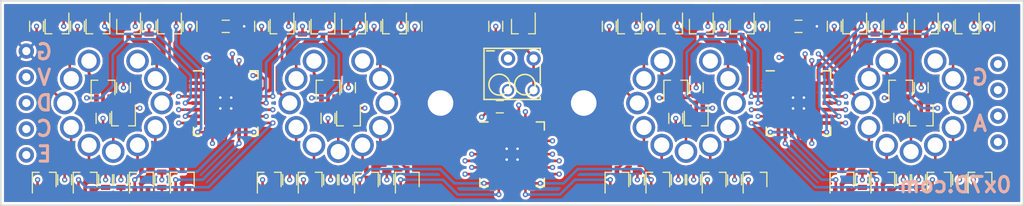
<source format=kicad_pcb>
(kicad_pcb (version 4) (host pcbnew 4.0.7)

  (general
    (links 265)
    (no_connects 0)
    (area 94.412667 89.910285 199.587334 114.089714)
    (thickness 1.6)
    (drawings 12)
    (tracks 1067)
    (zones 0)
    (modules 97)
    (nets 131)
  )

  (page A4)
  (layers
    (0 F.Cu signal)
    (1 In1.Cu signal)
    (2 In2.Cu signal)
    (31 B.Cu signal)
    (36 B.SilkS user)
    (37 F.SilkS user)
    (38 B.Mask user)
    (39 F.Mask user)
    (44 Edge.Cuts user)
  )

  (setup
    (last_trace_width 0.254)
    (trace_clearance 0.2032)
    (zone_clearance 0.254)
    (zone_45_only no)
    (trace_min 0.1524)
    (segment_width 0.2)
    (edge_width 0.15)
    (via_size 0.508)
    (via_drill 0.254)
    (via_min_size 0.508)
    (via_min_drill 0.254)
    (uvia_size 0.254)
    (uvia_drill 0.127)
    (uvias_allowed no)
    (uvia_min_size 0.254)
    (uvia_min_drill 0.127)
    (pcb_text_width 0.3)
    (pcb_text_size 1.5 1.5)
    (mod_edge_width 0.15)
    (mod_text_size 1 1)
    (mod_text_width 0.15)
    (pad_size 4.5 4.5)
    (pad_drill 2.5)
    (pad_to_mask_clearance 0.1524)
    (aux_axis_origin 147 102)
    (visible_elements 7FFEFF7F)
    (pcbplotparams
      (layerselection 0x010a0_00000001)
      (usegerberextensions false)
      (excludeedgelayer true)
      (linewidth 0.100000)
      (plotframeref false)
      (viasonmask false)
      (mode 1)
      (useauxorigin false)
      (hpglpennumber 1)
      (hpglpenspeed 20)
      (hpglpendiameter 15)
      (hpglpenoverlay 2)
      (psnegative false)
      (psa4output false)
      (plotreference false)
      (plotvalue false)
      (plotinvisibletext false)
      (padsonsilk false)
      (subtractmaskfromsilk false)
      (outputformat 0)
      (mirror false)
      (drillshape 0)
      (scaleselection 1)
      (outputdirectory ""))
  )

  (net 0 "")
  (net 1 /TUBE_GND)
  (net 2 /TUBE_ANODE)
  (net 3 /nOE)
  (net 4 /SCL)
  (net 5 /SDA)
  (net 6 /VDD)
  (net 7 /VSS)
  (net 8 /T1_G_0)
  (net 9 /T1_E_0)
  (net 10 /T1_C_0)
  (net 11 /T1_G_1)
  (net 12 /T1_E_1)
  (net 13 /T1_C_1)
  (net 14 /T1_G_2)
  (net 15 /T1_E_2)
  (net 16 /T1_C_2)
  (net 17 /T1_G_3)
  (net 18 /T1_E_3)
  (net 19 /T1_C_3)
  (net 20 /T1_G_4)
  (net 21 /T1_E_4)
  (net 22 /T1_C_4)
  (net 23 /T1_G_5)
  (net 24 /T1_E_5)
  (net 25 /T1_C_5)
  (net 26 /T1_G_6)
  (net 27 /T1_E_6)
  (net 28 /T1_C_6)
  (net 29 /T1_G_7)
  (net 30 /T1_E_7)
  (net 31 /T1_C_7)
  (net 32 /T1_G_8)
  (net 33 /T1_E_8)
  (net 34 /T1_C_8)
  (net 35 /T1_G_9)
  (net 36 /T1_E_9)
  (net 37 /T1_C_9)
  (net 38 /T2_G_0)
  (net 39 /T2_E_0)
  (net 40 /T2_C_0)
  (net 41 /T2_G_1)
  (net 42 /T2_E_1)
  (net 43 /T2_C_1)
  (net 44 /T2_G_2)
  (net 45 /T2_E_2)
  (net 46 /T2_C_2)
  (net 47 /T2_G_3)
  (net 48 /T2_E_3)
  (net 49 /T2_C_3)
  (net 50 /T2_G_4)
  (net 51 /T2_E_4)
  (net 52 /T2_C_4)
  (net 53 /T2_G_5)
  (net 54 /T2_E_5)
  (net 55 /T2_C_5)
  (net 56 /T2_G_6)
  (net 57 /T2_E_6)
  (net 58 /T2_C_6)
  (net 59 /T2_G_7)
  (net 60 /T2_E_7)
  (net 61 /T2_C_7)
  (net 62 /T2_G_8)
  (net 63 /T2_E_8)
  (net 64 /T2_C_8)
  (net 65 /T2_G_9)
  (net 66 /T2_E_9)
  (net 67 /T2_C_9)
  (net 68 /T3_G_0)
  (net 69 /T3_E_0)
  (net 70 /T3_C_0)
  (net 71 /T3_G_1)
  (net 72 /T3_E_1)
  (net 73 /T3_C_1)
  (net 74 /T3_G_2)
  (net 75 /T3_E_2)
  (net 76 /T3_C_2)
  (net 77 /T3_G_3)
  (net 78 /T3_E_3)
  (net 79 /T3_C_3)
  (net 80 /T3_G_4)
  (net 81 /T3_E_4)
  (net 82 /T3_C_4)
  (net 83 /T3_G_5)
  (net 84 /T3_E_5)
  (net 85 /T3_C_5)
  (net 86 /T3_G_6)
  (net 87 /T3_E_6)
  (net 88 /T3_C_6)
  (net 89 /T3_G_7)
  (net 90 /T3_E_7)
  (net 91 /T3_C_7)
  (net 92 /T3_G_8)
  (net 93 /T3_E_8)
  (net 94 /T3_C_8)
  (net 95 /T3_G_9)
  (net 96 /T3_E_9)
  (net 97 /T3_C_9)
  (net 98 /T4_G_0)
  (net 99 /T4_E_0)
  (net 100 /T4_C_0)
  (net 101 /T4_G_1)
  (net 102 /T4_E_1)
  (net 103 /T4_C_1)
  (net 104 /T4_G_2)
  (net 105 /T4_E_2)
  (net 106 /T4_C_2)
  (net 107 /T4_G_3)
  (net 108 /T4_E_3)
  (net 109 /T4_C_3)
  (net 110 /T4_G_4)
  (net 111 /T4_E_4)
  (net 112 /T4_C_4)
  (net 113 /T4_G_5)
  (net 114 /T4_E_5)
  (net 115 /T4_C_5)
  (net 116 /T4_G_6)
  (net 117 /T4_E_6)
  (net 118 /T4_C_6)
  (net 119 /T4_G_7)
  (net 120 /T4_E_7)
  (net 121 /T4_C_7)
  (net 122 /T4_G_8)
  (net 123 /T4_E_8)
  (net 124 /T4_C_8)
  (net 125 /T4_G_9)
  (net 126 /T4_E_9)
  (net 127 /T4_C_9)
  (net 128 "Net-(Q41-Pad2)")
  (net 129 "Net-(Q41-Pad3)")
  (net 130 "Net-(Q41-Pad1)")

  (net_class Default "This is the default net class."
    (clearance 0.2032)
    (trace_width 0.254)
    (via_dia 0.508)
    (via_drill 0.254)
    (uvia_dia 0.254)
    (uvia_drill 0.127)
    (add_net /SCL)
    (add_net /SDA)
    (add_net /T1_C_0)
    (add_net /T1_C_1)
    (add_net /T1_C_2)
    (add_net /T1_C_3)
    (add_net /T1_C_4)
    (add_net /T1_C_5)
    (add_net /T1_C_6)
    (add_net /T1_C_7)
    (add_net /T1_C_8)
    (add_net /T1_C_9)
    (add_net /T1_E_0)
    (add_net /T1_E_1)
    (add_net /T1_E_2)
    (add_net /T1_E_3)
    (add_net /T1_E_4)
    (add_net /T1_E_5)
    (add_net /T1_E_6)
    (add_net /T1_E_7)
    (add_net /T1_E_8)
    (add_net /T1_E_9)
    (add_net /T1_G_0)
    (add_net /T1_G_1)
    (add_net /T1_G_2)
    (add_net /T1_G_3)
    (add_net /T1_G_4)
    (add_net /T1_G_5)
    (add_net /T1_G_6)
    (add_net /T1_G_7)
    (add_net /T1_G_8)
    (add_net /T1_G_9)
    (add_net /T2_C_0)
    (add_net /T2_C_1)
    (add_net /T2_C_2)
    (add_net /T2_C_3)
    (add_net /T2_C_4)
    (add_net /T2_C_5)
    (add_net /T2_C_6)
    (add_net /T2_C_7)
    (add_net /T2_C_8)
    (add_net /T2_C_9)
    (add_net /T2_E_0)
    (add_net /T2_E_1)
    (add_net /T2_E_2)
    (add_net /T2_E_3)
    (add_net /T2_E_4)
    (add_net /T2_E_5)
    (add_net /T2_E_6)
    (add_net /T2_E_7)
    (add_net /T2_E_8)
    (add_net /T2_E_9)
    (add_net /T2_G_0)
    (add_net /T2_G_1)
    (add_net /T2_G_2)
    (add_net /T2_G_3)
    (add_net /T2_G_4)
    (add_net /T2_G_5)
    (add_net /T2_G_6)
    (add_net /T2_G_7)
    (add_net /T2_G_8)
    (add_net /T2_G_9)
    (add_net /T3_C_0)
    (add_net /T3_C_1)
    (add_net /T3_C_2)
    (add_net /T3_C_3)
    (add_net /T3_C_4)
    (add_net /T3_C_5)
    (add_net /T3_C_6)
    (add_net /T3_C_7)
    (add_net /T3_C_8)
    (add_net /T3_C_9)
    (add_net /T3_E_0)
    (add_net /T3_E_1)
    (add_net /T3_E_2)
    (add_net /T3_E_3)
    (add_net /T3_E_4)
    (add_net /T3_E_5)
    (add_net /T3_E_6)
    (add_net /T3_E_7)
    (add_net /T3_E_8)
    (add_net /T3_E_9)
    (add_net /T3_G_0)
    (add_net /T3_G_1)
    (add_net /T3_G_2)
    (add_net /T3_G_3)
    (add_net /T3_G_4)
    (add_net /T3_G_5)
    (add_net /T3_G_6)
    (add_net /T3_G_7)
    (add_net /T3_G_8)
    (add_net /T3_G_9)
    (add_net /T4_C_0)
    (add_net /T4_C_1)
    (add_net /T4_C_2)
    (add_net /T4_C_3)
    (add_net /T4_C_4)
    (add_net /T4_C_5)
    (add_net /T4_C_6)
    (add_net /T4_C_7)
    (add_net /T4_C_8)
    (add_net /T4_C_9)
    (add_net /T4_E_0)
    (add_net /T4_E_1)
    (add_net /T4_E_2)
    (add_net /T4_E_3)
    (add_net /T4_E_4)
    (add_net /T4_E_5)
    (add_net /T4_E_6)
    (add_net /T4_E_7)
    (add_net /T4_E_8)
    (add_net /T4_E_9)
    (add_net /T4_G_0)
    (add_net /T4_G_1)
    (add_net /T4_G_2)
    (add_net /T4_G_3)
    (add_net /T4_G_4)
    (add_net /T4_G_5)
    (add_net /T4_G_6)
    (add_net /T4_G_7)
    (add_net /T4_G_8)
    (add_net /T4_G_9)
    (add_net /TUBE_GND)
    (add_net /VSS)
    (add_net /nOE)
    (add_net "Net-(Q41-Pad1)")
    (add_net "Net-(Q41-Pad2)")
    (add_net "Net-(Q41-Pad3)")
  )

  (net_class HV_Anode ""
    (clearance 0.254)
    (trace_width 0.508)
    (via_dia 0.508)
    (via_drill 0.254)
    (uvia_dia 0.254)
    (uvia_drill 0.127)
    (add_net /TUBE_ANODE)
  )

  (net_class VDD ""
    (clearance 0.2032)
    (trace_width 0.254)
    (via_dia 0.508)
    (via_drill 0.254)
    (uvia_dia 0.254)
    (uvia_drill 0.127)
    (add_net /VDD)
  )

  (module Mounting_Holes:MountingHole_2.5mm_Pad (layer F.Cu) (tedit 5A49F2F7) (tstamp 5A49F153)
    (at 140 102)
    (descr "Mounting Hole 2.5mm")
    (tags "mounting hole 2.5mm")
    (fp_text reference REF** (at 0 -3.5) (layer F.SilkS) hide
      (effects (font (size 1 1) (thickness 0.15)))
    )
    (fp_text value MountingHole_2.5mm_Pad (at 0 3.5) (layer F.Fab)
      (effects (font (size 1 1) (thickness 0.15)))
    )
    (fp_circle (center 0 0) (end 2.5 0) (layer Cmts.User) (width 0.15))
    (fp_circle (center 0 0) (end 2.75 0) (layer F.CrtYd) (width 0.05))
    (pad 1 thru_hole circle (at 0 0) (size 4.5 4.5) (drill 2.5) (layers *.Mask F.Cu)
      (net 7 /VSS) (zone_connect 2))
  )

  (module Mounting_Holes:MountingHole_2.5mm_Pad (layer F.Cu) (tedit 5A49F42C) (tstamp 5A49F131)
    (at 154 102)
    (descr "Mounting Hole 2.5mm")
    (tags "mounting hole 2.5mm")
    (fp_text reference REF** (at 0 -3.5) (layer F.SilkS) hide
      (effects (font (size 1 1) (thickness 0.15)))
    )
    (fp_text value MountingHole_2.5mm_Pad (at 0 3.5) (layer F.Fab)
      (effects (font (size 1 1) (thickness 0.15)))
    )
    (fp_circle (center 0 0) (end 2.5 0) (layer Cmts.User) (width 0.15))
    (fp_circle (center 0 0) (end 2.75 0) (layer F.CrtYd) (width 0.05))
    (pad 1 thru_hole circle (at 0 0) (size 4.5 4.5) (drill 2.5) (layers *.Mask F.Cu)
      (net 7 /VSS) (zone_connect 2))
  )

  (module Capacitors_SMD:C_0603 (layer F.Cu) (tedit 594897F2) (tstamp 594897BC)
    (at 175 94.5)
    (descr "Capacitor SMD 0603, reflow soldering, AVX (see smccp.pdf)")
    (tags "capacitor 0603")
    (path /5948B9CD)
    (attr smd)
    (fp_text reference C3 (at 0 -1.5) (layer F.SilkS) hide
      (effects (font (size 1 1) (thickness 0.15)))
    )
    (fp_text value Bypass (at 0 1.5) (layer F.Fab)
      (effects (font (size 1 1) (thickness 0.15)))
    )
    (fp_text user %R (at 0 -1.5) (layer F.Fab)
      (effects (font (size 1 1) (thickness 0.15)))
    )
    (fp_line (start -0.8 0.4) (end -0.8 -0.4) (layer F.Fab) (width 0.1))
    (fp_line (start 0.8 0.4) (end -0.8 0.4) (layer F.Fab) (width 0.1))
    (fp_line (start 0.8 -0.4) (end 0.8 0.4) (layer F.Fab) (width 0.1))
    (fp_line (start -0.8 -0.4) (end 0.8 -0.4) (layer F.Fab) (width 0.1))
    (fp_line (start -0.35 -0.6) (end 0.35 -0.6) (layer F.SilkS) (width 0.12))
    (fp_line (start 0.35 0.6) (end -0.35 0.6) (layer F.SilkS) (width 0.12))
    (fp_line (start -1.4 -0.65) (end 1.4 -0.65) (layer F.CrtYd) (width 0.05))
    (fp_line (start -1.4 -0.65) (end -1.4 0.65) (layer F.CrtYd) (width 0.05))
    (fp_line (start 1.4 0.65) (end 1.4 -0.65) (layer F.CrtYd) (width 0.05))
    (fp_line (start 1.4 0.65) (end -1.4 0.65) (layer F.CrtYd) (width 0.05))
    (pad 1 smd rect (at -0.75 0) (size 0.8 0.75) (layers F.Cu F.Mask)
      (net 6 /VDD))
    (pad 2 smd rect (at 0.75 0) (size 0.8 0.75) (layers F.Cu F.Mask)
      (net 7 /VSS))
    (model Capacitors_SMD.3dshapes/C_0603.wrl
      (at (xyz 0 0 0))
      (scale (xyz 1 1 1))
      (rotate (xyz 0 0 0))
    )
  )

  (module TO_SOT_Packages_SMD:SOT-323_SC-70 (layer F.Cu) (tedit 59489256) (tstamp 593C811B)
    (at 136.75 109.5 90)
    (descr "SOT-323, SC-70")
    (tags "SOT-323 SC-70")
    (path /593936D4)
    (attr smd)
    (fp_text reference Q18 (at -0.05 -1.95 90) (layer F.SilkS) hide
      (effects (font (size 1 1) (thickness 0.15)))
    )
    (fp_text value Q_NPN_BEC (at -0.05 2.05 90) (layer F.Fab)
      (effects (font (size 1 1) (thickness 0.15)))
    )
    (fp_text user %R (at -0.005 0 90) (layer F.Fab)
      (effects (font (size 0.5 0.5) (thickness 0.075)))
    )
    (fp_line (start 0.73 0.5) (end 0.73 1.16) (layer F.SilkS) (width 0.12))
    (fp_line (start 0.73 -1.16) (end 0.73 -0.5) (layer F.SilkS) (width 0.12))
    (fp_line (start 1.7 1.3) (end -1.7 1.3) (layer F.CrtYd) (width 0.05))
    (fp_line (start 1.7 -1.3) (end 1.7 1.3) (layer F.CrtYd) (width 0.05))
    (fp_line (start -1.7 -1.3) (end 1.7 -1.3) (layer F.CrtYd) (width 0.05))
    (fp_line (start -1.7 1.3) (end -1.7 -1.3) (layer F.CrtYd) (width 0.05))
    (fp_line (start 0.73 -1.16) (end -1.3 -1.16) (layer F.SilkS) (width 0.12))
    (fp_line (start -0.68 1.16) (end 0.73 1.16) (layer F.SilkS) (width 0.12))
    (fp_line (start 0.67 -1.1) (end -0.18 -1.1) (layer F.Fab) (width 0.1))
    (fp_line (start -0.68 -0.6) (end -0.68 1.1) (layer F.Fab) (width 0.1))
    (fp_line (start 0.67 -1.1) (end 0.67 1.1) (layer F.Fab) (width 0.1))
    (fp_line (start 0.67 1.1) (end -0.68 1.1) (layer F.Fab) (width 0.1))
    (fp_line (start -0.18 -1.1) (end -0.68 -0.6) (layer F.Fab) (width 0.1))
    (pad 1 smd rect (at -1 -0.65) (size 0.45 0.7) (layers F.Cu F.Mask)
      (net 59 /T2_G_7))
    (pad 2 smd rect (at -1 0.65) (size 0.45 0.7) (layers F.Cu F.Mask)
      (net 60 /T2_E_7))
    (pad 3 smd rect (at 1 0) (size 0.45 0.7) (layers F.Cu F.Mask)
      (net 61 /T2_C_7))
    (model ${KISYS3DMOD}/TO_SOT_Packages_SMD.3dshapes/SOT-323_SC-70.wrl
      (at (xyz 0 0 0))
      (scale (xyz 1 1 1))
      (rotate (xyz 0 0 0))
    )
  )

  (module Resistors_SMD:R_0603 (layer F.Cu) (tedit 59489253) (tstamp 593DDFFA)
    (at 134.75 109.5 90)
    (descr "Resistor SMD 0603, reflow soldering, Vishay (see dcrcw.pdf)")
    (tags "resistor 0603")
    (path /593D333F)
    (attr smd)
    (fp_text reference R18 (at 0 -1.45 90) (layer F.SilkS) hide
      (effects (font (size 1 1) (thickness 0.15)))
    )
    (fp_text value R (at 0 1.5 90) (layer F.Fab)
      (effects (font (size 1 1) (thickness 0.15)))
    )
    (fp_text user %R (at 0 0 90) (layer F.Fab)
      (effects (font (size 0.5 0.5) (thickness 0.075)))
    )
    (fp_line (start -0.8 0.4) (end -0.8 -0.4) (layer F.Fab) (width 0.1))
    (fp_line (start 0.8 0.4) (end -0.8 0.4) (layer F.Fab) (width 0.1))
    (fp_line (start 0.8 -0.4) (end 0.8 0.4) (layer F.Fab) (width 0.1))
    (fp_line (start -0.8 -0.4) (end 0.8 -0.4) (layer F.Fab) (width 0.1))
    (fp_line (start 0.5 0.68) (end -0.5 0.68) (layer F.SilkS) (width 0.12))
    (fp_line (start -0.5 -0.68) (end 0.5 -0.68) (layer F.SilkS) (width 0.12))
    (fp_line (start -1.25 -0.7) (end 1.25 -0.7) (layer F.CrtYd) (width 0.05))
    (fp_line (start -1.25 -0.7) (end -1.25 0.7) (layer F.CrtYd) (width 0.05))
    (fp_line (start 1.25 0.7) (end 1.25 -0.7) (layer F.CrtYd) (width 0.05))
    (fp_line (start 1.25 0.7) (end -1.25 0.7) (layer F.CrtYd) (width 0.05))
    (pad 1 smd rect (at -0.75 0 90) (size 0.5 0.9) (layers F.Cu F.Mask)
      (net 60 /T2_E_7))
    (pad 2 smd rect (at 0.75 0 90) (size 0.5 0.9) (layers F.Cu F.Mask)
      (net 1 /TUBE_GND))
    (model ${KISYS3DMOD}/Resistors_SMD.3dshapes/R_0603.wrl
      (at (xyz 0 0 0))
      (scale (xyz 1 1 1))
      (rotate (xyz 0 0 0))
    )
  )

  (module "Custom Parts:Phoenix_1770953" (layer F.Cu) (tedit 5972DCA7) (tstamp 594DE523)
    (at 147.85 99.2)
    (path /593B460C)
    (fp_text reference T5 (at 0 -3.5) (layer F.SilkS) hide
      (effects (font (size 1 1) (thickness 0.15)))
    )
    (fp_text value IN-3 (at 0 3.5) (layer F.Fab)
      (effects (font (size 1 1) (thickness 0.15)))
    )
    (fp_circle (center -2.1 1) (end -2.3 0) (layer F.SilkS) (width 0.15))
    (fp_circle (center 0.4 1) (end 0.4 0) (layer F.SilkS) (width 0.15))
    (fp_line (start 1.9 0.9) (end 1.9 -0.9) (layer F.SilkS) (width 0.15))
    (fp_line (start 1.9 2.45) (end 1.9 2.2) (layer F.SilkS) (width 0.15))
    (fp_line (start 1.9 -2.55) (end 1.9 -2.2) (layer F.SilkS) (width 0.15))
    (fp_line (start -3.35 -2.3) (end -2.6 -2.3) (layer F.SilkS) (width 0.15))
    (fp_line (start 1.9 2.45) (end -3.6 2.45) (layer F.SilkS) (width 0.15))
    (fp_line (start -3.6 2.45) (end -3.6 -2.55) (layer F.SilkS) (width 0.15))
    (fp_line (start -3.6 -2.55) (end 1.9 -2.55) (layer F.SilkS) (width 0.15))
    (pad 2 thru_hole circle (at 1.25 -1.55) (size 1.4 1.4) (drill 0.8) (layers *.Cu *.Mask)
      (net 129 "Net-(Q41-Pad3)"))
    (pad 2 thru_hole circle (at 1.25 1.55) (size 1.2 1.2) (drill 0.8) (layers *.Cu *.Mask)
      (net 129 "Net-(Q41-Pad3)"))
    (pad 1 thru_hole circle (at -1.25 -1.55) (size 1.4 1.4) (drill 0.8) (layers *.Cu *.Mask)
      (net 2 /TUBE_ANODE))
    (pad 1 thru_hole circle (at -1.25 1.55) (size 1.2 1.2) (drill 0.8) (layers *.Cu *.Mask)
      (net 2 /TUBE_ANODE))
  )

  (module TO_SOT_Packages_SMD:SOT-323_SC-70 (layer F.Cu) (tedit 594892E0) (tstamp 593C8256)
    (at 180.5 94.5 270)
    (descr "SOT-323, SC-70")
    (tags "SOT-323 SC-70")
    (path /5938FF9A)
    (attr smd)
    (fp_text reference Q33 (at -0.05 -1.95 270) (layer F.SilkS) hide
      (effects (font (size 1 1) (thickness 0.15)))
    )
    (fp_text value Q_NPN_BEC (at -0.05 2.05 270) (layer F.Fab)
      (effects (font (size 1 1) (thickness 0.15)))
    )
    (fp_text user %R (at -0.005 0 270) (layer F.Fab)
      (effects (font (size 0.5 0.5) (thickness 0.075)))
    )
    (fp_line (start 0.73 0.5) (end 0.73 1.16) (layer F.SilkS) (width 0.12))
    (fp_line (start 0.73 -1.16) (end 0.73 -0.5) (layer F.SilkS) (width 0.12))
    (fp_line (start 1.7 1.3) (end -1.7 1.3) (layer F.CrtYd) (width 0.05))
    (fp_line (start 1.7 -1.3) (end 1.7 1.3) (layer F.CrtYd) (width 0.05))
    (fp_line (start -1.7 -1.3) (end 1.7 -1.3) (layer F.CrtYd) (width 0.05))
    (fp_line (start -1.7 1.3) (end -1.7 -1.3) (layer F.CrtYd) (width 0.05))
    (fp_line (start 0.73 -1.16) (end -1.3 -1.16) (layer F.SilkS) (width 0.12))
    (fp_line (start -0.68 1.16) (end 0.73 1.16) (layer F.SilkS) (width 0.12))
    (fp_line (start 0.67 -1.1) (end -0.18 -1.1) (layer F.Fab) (width 0.1))
    (fp_line (start -0.68 -0.6) (end -0.68 1.1) (layer F.Fab) (width 0.1))
    (fp_line (start 0.67 -1.1) (end 0.67 1.1) (layer F.Fab) (width 0.1))
    (fp_line (start 0.67 1.1) (end -0.68 1.1) (layer F.Fab) (width 0.1))
    (fp_line (start -0.18 -1.1) (end -0.68 -0.6) (layer F.Fab) (width 0.1))
    (pad 1 smd rect (at -1 -0.65 180) (size 0.45 0.7) (layers F.Cu F.Mask)
      (net 104 /T4_G_2))
    (pad 2 smd rect (at -1 0.65 180) (size 0.45 0.7) (layers F.Cu F.Mask)
      (net 105 /T4_E_2))
    (pad 3 smd rect (at 1 0 180) (size 0.45 0.7) (layers F.Cu F.Mask)
      (net 106 /T4_C_2))
    (model ${KISYS3DMOD}/TO_SOT_Packages_SMD.3dshapes/SOT-323_SC-70.wrl
      (at (xyz 0 0 0))
      (scale (xyz 1 1 1))
      (rotate (xyz 0 0 0))
    )
  )

  (module Resistors_SMD:R_0603 (layer F.Cu) (tedit 59489206) (tstamp 593DDFAF)
    (at 100.5 94.5 270)
    (descr "Resistor SMD 0603, reflow soldering, Vishay (see dcrcw.pdf)")
    (tags "resistor 0603")
    (path /593D2A32)
    (attr smd)
    (fp_text reference R3 (at 0 -1.45 270) (layer F.SilkS) hide
      (effects (font (size 1 1) (thickness 0.15)))
    )
    (fp_text value R (at 0 1.5 270) (layer F.Fab)
      (effects (font (size 1 1) (thickness 0.15)))
    )
    (fp_text user %R (at 0 0 270) (layer F.Fab)
      (effects (font (size 0.5 0.5) (thickness 0.075)))
    )
    (fp_line (start -0.8 0.4) (end -0.8 -0.4) (layer F.Fab) (width 0.1))
    (fp_line (start 0.8 0.4) (end -0.8 0.4) (layer F.Fab) (width 0.1))
    (fp_line (start 0.8 -0.4) (end 0.8 0.4) (layer F.Fab) (width 0.1))
    (fp_line (start -0.8 -0.4) (end 0.8 -0.4) (layer F.Fab) (width 0.1))
    (fp_line (start 0.5 0.68) (end -0.5 0.68) (layer F.SilkS) (width 0.12))
    (fp_line (start -0.5 -0.68) (end 0.5 -0.68) (layer F.SilkS) (width 0.12))
    (fp_line (start -1.25 -0.7) (end 1.25 -0.7) (layer F.CrtYd) (width 0.05))
    (fp_line (start -1.25 -0.7) (end -1.25 0.7) (layer F.CrtYd) (width 0.05))
    (fp_line (start 1.25 0.7) (end 1.25 -0.7) (layer F.CrtYd) (width 0.05))
    (fp_line (start 1.25 0.7) (end -1.25 0.7) (layer F.CrtYd) (width 0.05))
    (pad 1 smd rect (at -0.75 0 270) (size 0.5 0.9) (layers F.Cu F.Mask)
      (net 15 /T1_E_2))
    (pad 2 smd rect (at 0.75 0 270) (size 0.5 0.9) (layers F.Cu F.Mask)
      (net 1 /TUBE_GND))
    (model ${KISYS3DMOD}/Resistors_SMD.3dshapes/R_0603.wrl
      (at (xyz 0 0 0))
      (scale (xyz 1 1 1))
      (rotate (xyz 0 0 0))
    )
  )

  (module "Custom Parts:Pin_Header_Straight_1x04_Pitch2.54mm" (layer B.Cu) (tedit 597CE6F1) (tstamp 5972C4D1)
    (at 194.5 102 180)
    (descr "Through hole straight pin header, 1x04, 2.54mm pitch, single row")
    (tags "Through hole pin header THT 1x04 2.54mm single row")
    (path /5972C3A8)
    (fp_text reference J1 (at 0 6.14 180) (layer B.SilkS) hide
      (effects (font (size 1 1) (thickness 0.15)) (justify mirror))
    )
    (fp_text value CONN_01X04 (at 0 -6.14 180) (layer B.Fab)
      (effects (font (size 1 1) (thickness 0.15)) (justify mirror))
    )
    (fp_line (start 1.27 5.08) (end -1.27 5.08) (layer B.Fab) (width 0.1))
    (fp_line (start -1.27 5.08) (end -1.27 -5.08) (layer B.Fab) (width 0.1))
    (fp_line (start 1.27 5.08) (end 1.27 -5.08) (layer B.Fab) (width 0.1))
    (fp_line (start 1.27 -5.08) (end -1.27 -5.08) (layer B.Fab) (width 0.1))
    (fp_line (start -1.8 5.61) (end -1.8 -5.59) (layer B.CrtYd) (width 0.05))
    (fp_line (start -1.8 -5.59) (end 1.8 -5.59) (layer B.CrtYd) (width 0.05))
    (fp_line (start 1.8 -5.59) (end 1.8 5.61) (layer B.CrtYd) (width 0.05))
    (fp_line (start 1.8 5.61) (end -1.8 5.61) (layer B.CrtYd) (width 0.05))
    (pad 1 thru_hole circle (at 0 3.81 180) (size 1.5 1.5) (drill 0.8) (layers *.Cu *.Mask)
      (net 1 /TUBE_GND))
    (pad 2 thru_hole circle (at 0 1.27 180) (size 1.5 1.5) (drill 0.8) (layers *.Cu *.Mask)
      (net 1 /TUBE_GND))
    (pad 3 thru_hole circle (at 0 -1.27 180) (size 1.5 1.5) (drill 0.8) (layers *.Cu *.Mask)
      (net 2 /TUBE_ANODE))
    (pad 4 thru_hole circle (at 0 -3.81 180) (size 1.5 1.5) (drill 0.8) (layers *.Cu *.Mask)
      (net 2 /TUBE_ANODE))
  )

  (module "Custom Parts:Pin_Header_Straight_1x05_Pitch2.54mm" (layer B.Cu) (tedit 597CE6DE) (tstamp 593F970C)
    (at 99.5 102)
    (descr "Through hole straight pin header, 1x05, 2.54mm pitch, single row")
    (tags "Through hole pin header THT 1x05 2.54mm single row")
    (path /593B21BB)
    (fp_text reference J2 (at 0 7.41) (layer B.SilkS) hide
      (effects (font (size 1 1) (thickness 0.15)) (justify mirror))
    )
    (fp_text value CONN_01X05 (at 0 -8.128) (layer B.Fab)
      (effects (font (size 1 1) (thickness 0.15)) (justify mirror))
    )
    (fp_line (start -1.27 6.35) (end -1.27 -6.35) (layer B.Fab) (width 0.1))
    (fp_line (start -1.27 -6.35) (end 1.27 -6.35) (layer B.Fab) (width 0.1))
    (fp_line (start 1.27 -6.35) (end 1.27 6.35) (layer B.Fab) (width 0.1))
    (fp_line (start 1.27 6.35) (end -1.27 6.35) (layer B.Fab) (width 0.1))
    (fp_line (start -1.8 6.88) (end -1.8 -6.87) (layer B.CrtYd) (width 0.05))
    (fp_line (start -1.8 -6.87) (end 1.8 -6.87) (layer B.CrtYd) (width 0.05))
    (fp_line (start 1.8 -6.87) (end 1.8 6.88) (layer B.CrtYd) (width 0.05))
    (fp_line (start 1.8 6.88) (end -1.8 6.88) (layer B.CrtYd) (width 0.05))
    (fp_text user %R (at 0 7.41) (layer B.Fab)
      (effects (font (size 1 1) (thickness 0.15)) (justify mirror))
    )
    (pad 1 thru_hole circle (at 0 5.08) (size 1.5 1.5) (drill 0.8) (layers *.Cu *.Mask)
      (net 3 /nOE))
    (pad 2 thru_hole circle (at 0 2.54) (size 1.5 1.5) (drill 0.8) (layers *.Cu *.Mask)
      (net 4 /SCL))
    (pad 3 thru_hole circle (at 0 0) (size 1.5 1.5) (drill 0.8) (layers *.Cu *.Mask)
      (net 5 /SDA))
    (pad 4 thru_hole circle (at 0 -2.54) (size 1.5 1.5) (drill 0.8) (layers *.Cu *.Mask)
      (net 6 /VDD))
    (pad 5 thru_hole circle (at 0 -5.08) (size 1.5 1.5) (drill 0.8) (layers *.Cu *.Mask)
      (net 7 /VSS))
  )

  (module "Custom Parts:IN-8" (layer F.Cu) (tedit 594892FA) (tstamp 593C8649)
    (at 186 102)
    (path /5938FB49)
    (fp_text reference T4 (at 0 0) (layer F.SilkS) hide
      (effects (font (size 1 1) (thickness 0.15)))
    )
    (fp_text value IN-8 (at 0 -1.27) (layer F.Fab)
      (effects (font (size 1 1) (thickness 0.15)))
    )
    (pad 1 thru_hole circle (at -2.375 -4.114) (size 2.2 2.2) (drill 1.5) (layers *.Cu *.Mask)
      (net 100 /T4_C_0))
    (pad 2 thru_hole circle (at -4.114 -2.375) (size 2.2 2.2) (drill 1.5) (layers *.Cu *.Mask)
      (net 103 /T4_C_1))
    (pad 3 thru_hole circle (at -4.75 0) (size 2.2 2.2) (drill 1.5) (layers *.Cu *.Mask)
      (net 106 /T4_C_2))
    (pad 4 thru_hole circle (at -4.114 2.375) (size 2.2 2.2) (drill 1.5) (layers *.Cu *.Mask)
      (net 109 /T4_C_3))
    (pad 5 thru_hole circle (at -2.375 4.114) (size 2.2 2.2) (drill 1.5) (layers *.Cu *.Mask)
      (net 112 /T4_C_4))
    (pad 6 thru_hole circle (at 0 4.75) (size 2.2 2.2) (drill 1.5) (layers *.Cu *.Mask)
      (net 115 /T4_C_5))
    (pad 7 thru_hole circle (at 2.375 4.114) (size 2.2 2.2) (drill 1.5) (layers *.Cu *.Mask)
      (net 118 /T4_C_6))
    (pad 8 thru_hole circle (at 4.114 2.375) (size 2.2 2.2) (drill 1.5) (layers *.Cu *.Mask)
      (net 121 /T4_C_7))
    (pad 10 thru_hole circle (at 4.114 -2.375) (size 2.2 2.2) (drill 1.5) (layers *.Cu *.Mask)
      (net 127 /T4_C_9))
    (pad 11 thru_hole circle (at 2.375 -4.114) (size 2.2 2.2) (drill 1.5) (layers *.Cu *.Mask)
      (net 2 /TUBE_ANODE))
    (pad 9 thru_hole circle (at 4.75 0) (size 2.2 2.2) (drill 1.5) (layers *.Cu *.Mask)
      (net 124 /T4_C_8))
  )

  (module "Custom Parts:IN-8" (layer F.Cu) (tedit 594892BA) (tstamp 593C862E)
    (at 164 102)
    (path /5938FA0F)
    (fp_text reference T3 (at 0 0) (layer F.SilkS) hide
      (effects (font (size 1 1) (thickness 0.15)))
    )
    (fp_text value IN-8 (at 0 -1.27) (layer F.Fab)
      (effects (font (size 1 1) (thickness 0.15)))
    )
    (pad 1 thru_hole circle (at -2.375 -4.114) (size 2.2 2.2) (drill 1.5) (layers *.Cu *.Mask)
      (net 70 /T3_C_0))
    (pad 2 thru_hole circle (at -4.114 -2.375) (size 2.2 2.2) (drill 1.5) (layers *.Cu *.Mask)
      (net 73 /T3_C_1))
    (pad 3 thru_hole circle (at -4.75 0) (size 2.2 2.2) (drill 1.5) (layers *.Cu *.Mask)
      (net 76 /T3_C_2))
    (pad 4 thru_hole circle (at -4.114 2.375) (size 2.2 2.2) (drill 1.5) (layers *.Cu *.Mask)
      (net 79 /T3_C_3))
    (pad 5 thru_hole circle (at -2.375 4.114) (size 2.2 2.2) (drill 1.5) (layers *.Cu *.Mask)
      (net 82 /T3_C_4))
    (pad 6 thru_hole circle (at 0 4.75) (size 2.2 2.2) (drill 1.5) (layers *.Cu *.Mask)
      (net 85 /T3_C_5))
    (pad 7 thru_hole circle (at 2.375 4.114) (size 2.2 2.2) (drill 1.5) (layers *.Cu *.Mask)
      (net 88 /T3_C_6))
    (pad 8 thru_hole circle (at 4.114 2.375) (size 2.2 2.2) (drill 1.5) (layers *.Cu *.Mask)
      (net 91 /T3_C_7))
    (pad 10 thru_hole circle (at 4.114 -2.375) (size 2.2 2.2) (drill 1.5) (layers *.Cu *.Mask)
      (net 97 /T3_C_9))
    (pad 11 thru_hole circle (at 2.375 -4.114) (size 2.2 2.2) (drill 1.5) (layers *.Cu *.Mask)
      (net 2 /TUBE_ANODE))
    (pad 9 thru_hole circle (at 4.75 0) (size 2.2 2.2) (drill 1.5) (layers *.Cu *.Mask)
      (net 94 /T3_C_8))
  )

  (module "Custom Parts:IN-8" (layer F.Cu) (tedit 5948927B) (tstamp 593C8613)
    (at 130 102)
    (path /5938FA7E)
    (fp_text reference T2 (at 0 0) (layer F.SilkS) hide
      (effects (font (size 1 1) (thickness 0.15)))
    )
    (fp_text value IN-8 (at 0 -1.27) (layer F.Fab)
      (effects (font (size 1 1) (thickness 0.15)))
    )
    (pad 1 thru_hole circle (at -2.375 -4.114) (size 2.2 2.2) (drill 1.5) (layers *.Cu *.Mask)
      (net 40 /T2_C_0))
    (pad 2 thru_hole circle (at -4.114 -2.375) (size 2.2 2.2) (drill 1.5) (layers *.Cu *.Mask)
      (net 43 /T2_C_1))
    (pad 3 thru_hole circle (at -4.75 0) (size 2.2 2.2) (drill 1.5) (layers *.Cu *.Mask)
      (net 46 /T2_C_2))
    (pad 4 thru_hole circle (at -4.114 2.375) (size 2.2 2.2) (drill 1.5) (layers *.Cu *.Mask)
      (net 49 /T2_C_3))
    (pad 5 thru_hole circle (at -2.375 4.114) (size 2.2 2.2) (drill 1.5) (layers *.Cu *.Mask)
      (net 52 /T2_C_4))
    (pad 6 thru_hole circle (at 0 4.75) (size 2.2 2.2) (drill 1.5) (layers *.Cu *.Mask)
      (net 55 /T2_C_5))
    (pad 7 thru_hole circle (at 2.375 4.114) (size 2.2 2.2) (drill 1.5) (layers *.Cu *.Mask)
      (net 58 /T2_C_6))
    (pad 8 thru_hole circle (at 4.114 2.375) (size 2.2 2.2) (drill 1.5) (layers *.Cu *.Mask)
      (net 61 /T2_C_7))
    (pad 10 thru_hole circle (at 4.114 -2.375) (size 2.2 2.2) (drill 1.5) (layers *.Cu *.Mask)
      (net 67 /T2_C_9))
    (pad 11 thru_hole circle (at 2.375 -4.114) (size 2.2 2.2) (drill 1.5) (layers *.Cu *.Mask)
      (net 2 /TUBE_ANODE))
    (pad 9 thru_hole circle (at 4.75 0) (size 2.2 2.2) (drill 1.5) (layers *.Cu *.Mask)
      (net 64 /T2_C_8))
  )

  (module "Custom Parts:IN-8" (layer F.Cu) (tedit 5948927F) (tstamp 593C85F8)
    (at 108 102)
    (path /5938FAE9)
    (fp_text reference T1 (at 0 0) (layer F.SilkS) hide
      (effects (font (size 1 1) (thickness 0.15)))
    )
    (fp_text value IN-8 (at 0 -1.27) (layer F.Fab)
      (effects (font (size 1 1) (thickness 0.15)))
    )
    (pad 1 thru_hole circle (at -2.375 -4.114) (size 2.2 2.2) (drill 1.5) (layers *.Cu *.Mask)
      (net 10 /T1_C_0))
    (pad 2 thru_hole circle (at -4.114 -2.375) (size 2.2 2.2) (drill 1.5) (layers *.Cu *.Mask)
      (net 13 /T1_C_1))
    (pad 3 thru_hole circle (at -4.75 0) (size 2.2 2.2) (drill 1.5) (layers *.Cu *.Mask)
      (net 16 /T1_C_2))
    (pad 4 thru_hole circle (at -4.114 2.375) (size 2.2 2.2) (drill 1.5) (layers *.Cu *.Mask)
      (net 19 /T1_C_3))
    (pad 5 thru_hole circle (at -2.375 4.114) (size 2.2 2.2) (drill 1.5) (layers *.Cu *.Mask)
      (net 22 /T1_C_4))
    (pad 6 thru_hole circle (at 0 4.75) (size 2.2 2.2) (drill 1.5) (layers *.Cu *.Mask)
      (net 25 /T1_C_5))
    (pad 7 thru_hole circle (at 2.375 4.114) (size 2.2 2.2) (drill 1.5) (layers *.Cu *.Mask)
      (net 28 /T1_C_6))
    (pad 8 thru_hole circle (at 4.114 2.375) (size 2.2 2.2) (drill 1.5) (layers *.Cu *.Mask)
      (net 31 /T1_C_7))
    (pad 10 thru_hole circle (at 4.114 -2.375) (size 2.2 2.2) (drill 1.5) (layers *.Cu *.Mask)
      (net 37 /T1_C_9))
    (pad 11 thru_hole circle (at 2.375 -4.114) (size 2.2 2.2) (drill 1.5) (layers *.Cu *.Mask)
      (net 2 /TUBE_ANODE))
    (pad 9 thru_hole circle (at 4.75 0) (size 2.2 2.2) (drill 1.5) (layers *.Cu *.Mask)
      (net 34 /T1_C_8))
  )

  (module TO_SOT_Packages_SMD:SOT-323_SC-70 (layer F.Cu) (tedit 59489268) (tstamp 593C80B2)
    (at 124.5 94.5 270)
    (descr "SOT-323, SC-70")
    (tags "SOT-323 SC-70")
    (path /593936B6)
    (attr smd)
    (fp_text reference Q13 (at -0.05 -1.95 270) (layer F.SilkS) hide
      (effects (font (size 1 1) (thickness 0.15)))
    )
    (fp_text value Q_NPN_BEC (at -0.05 2.05 270) (layer F.Fab)
      (effects (font (size 1 1) (thickness 0.15)))
    )
    (fp_text user %R (at -0.005 0 270) (layer F.Fab)
      (effects (font (size 0.5 0.5) (thickness 0.075)))
    )
    (fp_line (start 0.73 0.5) (end 0.73 1.16) (layer F.SilkS) (width 0.12))
    (fp_line (start 0.73 -1.16) (end 0.73 -0.5) (layer F.SilkS) (width 0.12))
    (fp_line (start 1.7 1.3) (end -1.7 1.3) (layer F.CrtYd) (width 0.05))
    (fp_line (start 1.7 -1.3) (end 1.7 1.3) (layer F.CrtYd) (width 0.05))
    (fp_line (start -1.7 -1.3) (end 1.7 -1.3) (layer F.CrtYd) (width 0.05))
    (fp_line (start -1.7 1.3) (end -1.7 -1.3) (layer F.CrtYd) (width 0.05))
    (fp_line (start 0.73 -1.16) (end -1.3 -1.16) (layer F.SilkS) (width 0.12))
    (fp_line (start -0.68 1.16) (end 0.73 1.16) (layer F.SilkS) (width 0.12))
    (fp_line (start 0.67 -1.1) (end -0.18 -1.1) (layer F.Fab) (width 0.1))
    (fp_line (start -0.68 -0.6) (end -0.68 1.1) (layer F.Fab) (width 0.1))
    (fp_line (start 0.67 -1.1) (end 0.67 1.1) (layer F.Fab) (width 0.1))
    (fp_line (start 0.67 1.1) (end -0.68 1.1) (layer F.Fab) (width 0.1))
    (fp_line (start -0.18 -1.1) (end -0.68 -0.6) (layer F.Fab) (width 0.1))
    (pad 1 smd rect (at -1 -0.65 180) (size 0.45 0.7) (layers F.Cu F.Mask)
      (net 44 /T2_G_2))
    (pad 2 smd rect (at -1 0.65 180) (size 0.45 0.7) (layers F.Cu F.Mask)
      (net 45 /T2_E_2))
    (pad 3 smd rect (at 1 0 180) (size 0.45 0.7) (layers F.Cu F.Mask)
      (net 46 /T2_C_2))
    (model ${KISYS3DMOD}/TO_SOT_Packages_SMD.3dshapes/SOT-323_SC-70.wrl
      (at (xyz 0 0 0))
      (scale (xyz 1 1 1))
      (rotate (xyz 0 0 0))
    )
  )

  (module Housings_DFN_QFN:QFN-28-1EP_6x6mm_Pitch0.65mm (layer F.Cu) (tedit 5948928B) (tstamp 593C86B5)
    (at 119 102)
    (descr "28-Lead Plastic Quad Flat, No Lead Package (ML) - 6x6 mm Body [QFN]; (see Microchip Packaging Specification 00000049BS.pdf)")
    (tags "QFN 0.65")
    (path /593A4DD3)
    (attr smd)
    (fp_text reference U1 (at 0 -4.35) (layer F.SilkS) hide
      (effects (font (size 1 1) (thickness 0.15)))
    )
    (fp_text value PCA9685 (at 0 4.35) (layer F.Fab)
      (effects (font (size 1 1) (thickness 0.15)))
    )
    (fp_line (start -2 -3) (end 3 -3) (layer F.Fab) (width 0.15))
    (fp_line (start 3 -3) (end 3 3) (layer F.Fab) (width 0.15))
    (fp_line (start 3 3) (end -3 3) (layer F.Fab) (width 0.15))
    (fp_line (start -3 3) (end -3 -2) (layer F.Fab) (width 0.15))
    (fp_line (start -3 -2) (end -2 -3) (layer F.Fab) (width 0.15))
    (fp_line (start -3.6 -3.6) (end -3.6 3.6) (layer F.CrtYd) (width 0.05))
    (fp_line (start 3.6 -3.6) (end 3.6 3.6) (layer F.CrtYd) (width 0.05))
    (fp_line (start -3.6 -3.6) (end 3.6 -3.6) (layer F.CrtYd) (width 0.05))
    (fp_line (start -3.6 3.6) (end 3.6 3.6) (layer F.CrtYd) (width 0.05))
    (fp_line (start 3.15 -3.15) (end 3.15 -2.36) (layer F.SilkS) (width 0.15))
    (fp_line (start -3.15 3.15) (end -3.15 2.36) (layer F.SilkS) (width 0.15))
    (fp_line (start 3.15 3.15) (end 3.15 2.36) (layer F.SilkS) (width 0.15))
    (fp_line (start -3.15 -3.15) (end -2.36 -3.15) (layer F.SilkS) (width 0.15))
    (fp_line (start -3.15 3.15) (end -2.36 3.15) (layer F.SilkS) (width 0.15))
    (fp_line (start 3.15 3.15) (end 2.36 3.15) (layer F.SilkS) (width 0.15))
    (fp_line (start 3.15 -3.15) (end 2.36 -3.15) (layer F.SilkS) (width 0.15))
    (pad 1 smd rect (at -2.85 -1.95) (size 1 0.37) (layers F.Cu F.Mask)
      (net 7 /VSS))
    (pad 2 smd rect (at -2.85 -1.3) (size 1 0.37) (layers F.Cu F.Mask)
      (net 7 /VSS))
    (pad 3 smd rect (at -2.85 -0.65) (size 1 0.37) (layers F.Cu F.Mask)
      (net 23 /T1_G_5))
    (pad 4 smd rect (at -2.85 0) (size 1 0.37) (layers F.Cu F.Mask)
      (net 8 /T1_G_0))
    (pad 5 smd rect (at -2.85 0.65) (size 1 0.37) (layers F.Cu F.Mask)
      (net 14 /T1_G_2))
    (pad 6 smd rect (at -2.85 1.3) (size 1 0.37) (layers F.Cu F.Mask)
      (net 11 /T1_G_1))
    (pad 7 smd rect (at -2.85 1.95) (size 1 0.37) (layers F.Cu F.Mask)
      (net 35 /T1_G_9))
    (pad 8 smd rect (at -1.95 2.85 90) (size 1 0.37) (layers F.Cu F.Mask)
      (net 32 /T1_G_8))
    (pad 9 smd rect (at -1.3 2.85 90) (size 1 0.37) (layers F.Cu F.Mask)
      (net 17 /T1_G_3))
    (pad 10 smd rect (at -0.65 2.85 90) (size 1 0.37) (layers F.Cu F.Mask))
    (pad 11 smd rect (at 0 2.85 90) (size 1 0.37) (layers F.Cu F.Mask)
      (net 7 /VSS))
    (pad 12 smd rect (at 0.65 2.85 90) (size 1 0.37) (layers F.Cu F.Mask))
    (pad 13 smd rect (at 1.3 2.85 90) (size 1 0.37) (layers F.Cu F.Mask)
      (net 29 /T1_G_7))
    (pad 14 smd rect (at 1.95 2.85 90) (size 1 0.37) (layers F.Cu F.Mask)
      (net 26 /T1_G_6))
    (pad 15 smd rect (at 2.85 1.95) (size 1 0.37) (layers F.Cu F.Mask)
      (net 20 /T1_G_4))
    (pad 16 smd rect (at 2.85 1.3) (size 1 0.37) (layers F.Cu F.Mask)
      (net 44 /T2_G_2))
    (pad 17 smd rect (at 2.85 0.65) (size 1 0.37) (layers F.Cu F.Mask)
      (net 41 /T2_G_1))
    (pad 18 smd rect (at 2.85 0) (size 1 0.37) (layers F.Cu F.Mask)
      (net 65 /T2_G_9))
    (pad 19 smd rect (at 2.85 -0.65) (size 1 0.37) (layers F.Cu F.Mask)
      (net 38 /T2_G_0))
    (pad 20 smd rect (at 2.85 -1.3) (size 1 0.37) (layers F.Cu F.Mask)
      (net 3 /nOE))
    (pad 21 smd rect (at 2.85 -1.95) (size 1 0.37) (layers F.Cu F.Mask)
      (net 7 /VSS))
    (pad 22 smd rect (at 1.95 -2.85 90) (size 1 0.37) (layers F.Cu F.Mask)
      (net 7 /VSS))
    (pad 23 smd rect (at 1.3 -2.85 90) (size 1 0.37) (layers F.Cu F.Mask)
      (net 4 /SCL))
    (pad 24 smd rect (at 0.65 -2.85 90) (size 1 0.37) (layers F.Cu F.Mask)
      (net 5 /SDA))
    (pad 25 smd rect (at 0 -2.85 90) (size 1 0.37) (layers F.Cu F.Mask)
      (net 6 /VDD))
    (pad 26 smd rect (at -0.65 -2.85 90) (size 1 0.37) (layers F.Cu F.Mask)
      (net 6 /VDD))
    (pad 27 smd rect (at -1.3 -2.85 90) (size 1 0.37) (layers F.Cu F.Mask)
      (net 7 /VSS))
    (pad 28 smd rect (at -1.95 -2.85 90) (size 1 0.37) (layers F.Cu F.Mask)
      (net 7 /VSS))
    (pad 29 smd rect (at 1.59375 1.59375) (size 1.0625 1.0625) (layers F.Cu F.Mask)
      (net 7 /VSS) (solder_paste_margin_ratio -0.2))
    (pad 29 smd rect (at 1.59375 0.53125) (size 1.0625 1.0625) (layers F.Cu F.Mask)
      (net 7 /VSS) (solder_paste_margin_ratio -0.2))
    (pad 29 smd rect (at 1.59375 -0.53125) (size 1.0625 1.0625) (layers F.Cu F.Mask)
      (net 7 /VSS) (solder_paste_margin_ratio -0.2))
    (pad 29 smd rect (at 1.59375 -1.59375) (size 1.0625 1.0625) (layers F.Cu F.Mask)
      (net 7 /VSS) (solder_paste_margin_ratio -0.2))
    (pad 29 smd rect (at 0.53125 1.59375) (size 1.0625 1.0625) (layers F.Cu F.Mask)
      (net 7 /VSS) (solder_paste_margin_ratio -0.2))
    (pad 29 smd rect (at 0.53125 0.53125) (size 1.0625 1.0625) (layers F.Cu F.Mask)
      (net 7 /VSS) (solder_paste_margin_ratio -0.2))
    (pad 29 smd rect (at 0.53125 -0.53125) (size 1.0625 1.0625) (layers F.Cu F.Mask)
      (net 7 /VSS) (solder_paste_margin_ratio -0.2))
    (pad 29 smd rect (at 0.53125 -1.59375) (size 1.0625 1.0625) (layers F.Cu F.Mask)
      (net 7 /VSS) (solder_paste_margin_ratio -0.2))
    (pad 29 smd rect (at -0.53125 1.59375) (size 1.0625 1.0625) (layers F.Cu F.Mask)
      (net 7 /VSS) (solder_paste_margin_ratio -0.2))
    (pad 29 smd rect (at -0.53125 0.53125) (size 1.0625 1.0625) (layers F.Cu F.Mask)
      (net 7 /VSS) (solder_paste_margin_ratio -0.2))
    (pad 29 smd rect (at -0.53125 -0.53125) (size 1.0625 1.0625) (layers F.Cu F.Mask)
      (net 7 /VSS) (solder_paste_margin_ratio -0.2))
    (pad 29 smd rect (at -0.53125 -1.59375) (size 1.0625 1.0625) (layers F.Cu F.Mask)
      (net 7 /VSS) (solder_paste_margin_ratio -0.2))
    (pad 29 smd rect (at -1.59375 1.59375) (size 1.0625 1.0625) (layers F.Cu F.Mask)
      (net 7 /VSS) (solder_paste_margin_ratio -0.2))
    (pad 29 smd rect (at -1.59375 0.53125) (size 1.0625 1.0625) (layers F.Cu F.Mask)
      (net 7 /VSS) (solder_paste_margin_ratio -0.2))
    (pad 29 smd rect (at -1.59375 -0.53125) (size 1.0625 1.0625) (layers F.Cu F.Mask)
      (net 7 /VSS) (solder_paste_margin_ratio -0.2))
    (pad 29 smd rect (at -1.59375 -1.59375) (size 1.0625 1.0625) (layers F.Cu F.Mask)
      (net 7 /VSS) (solder_paste_margin_ratio -0.2))
    (model Housings_DFN_QFN.3dshapes/QFN-28-1EP_6x6mm_Pitch0.65mm.wrl
      (at (xyz 0 0 0))
      (scale (xyz 1 1 1))
      (rotate (xyz 0 0 0))
    )
  )

  (module TO_SOT_Packages_SMD:SOT-323_SC-70 (layer F.Cu) (tedit 59489218) (tstamp 593C805E)
    (at 113.5 94.5 270)
    (descr "SOT-323, SC-70")
    (tags "SOT-323 SC-70")
    (path /59393716)
    (attr smd)
    (fp_text reference Q9 (at -0.05 -1.95 270) (layer F.SilkS) hide
      (effects (font (size 1 1) (thickness 0.15)))
    )
    (fp_text value Q_NPN_BEC (at -0.05 2.05 270) (layer F.Fab)
      (effects (font (size 1 1) (thickness 0.15)))
    )
    (fp_text user %R (at -0.005 0 270) (layer F.Fab)
      (effects (font (size 0.5 0.5) (thickness 0.075)))
    )
    (fp_line (start 0.73 0.5) (end 0.73 1.16) (layer F.SilkS) (width 0.12))
    (fp_line (start 0.73 -1.16) (end 0.73 -0.5) (layer F.SilkS) (width 0.12))
    (fp_line (start 1.7 1.3) (end -1.7 1.3) (layer F.CrtYd) (width 0.05))
    (fp_line (start 1.7 -1.3) (end 1.7 1.3) (layer F.CrtYd) (width 0.05))
    (fp_line (start -1.7 -1.3) (end 1.7 -1.3) (layer F.CrtYd) (width 0.05))
    (fp_line (start -1.7 1.3) (end -1.7 -1.3) (layer F.CrtYd) (width 0.05))
    (fp_line (start 0.73 -1.16) (end -1.3 -1.16) (layer F.SilkS) (width 0.12))
    (fp_line (start -0.68 1.16) (end 0.73 1.16) (layer F.SilkS) (width 0.12))
    (fp_line (start 0.67 -1.1) (end -0.18 -1.1) (layer F.Fab) (width 0.1))
    (fp_line (start -0.68 -0.6) (end -0.68 1.1) (layer F.Fab) (width 0.1))
    (fp_line (start 0.67 -1.1) (end 0.67 1.1) (layer F.Fab) (width 0.1))
    (fp_line (start 0.67 1.1) (end -0.68 1.1) (layer F.Fab) (width 0.1))
    (fp_line (start -0.18 -1.1) (end -0.68 -0.6) (layer F.Fab) (width 0.1))
    (pad 1 smd rect (at -1 -0.65 180) (size 0.45 0.7) (layers F.Cu F.Mask)
      (net 32 /T1_G_8))
    (pad 2 smd rect (at -1 0.65 180) (size 0.45 0.7) (layers F.Cu F.Mask)
      (net 33 /T1_E_8))
    (pad 3 smd rect (at 1 0 180) (size 0.45 0.7) (layers F.Cu F.Mask)
      (net 34 /T1_C_8))
    (model ${KISYS3DMOD}/TO_SOT_Packages_SMD.3dshapes/SOT-323_SC-70.wrl
      (at (xyz 0 0 0))
      (scale (xyz 1 1 1))
      (rotate (xyz 0 0 0))
    )
  )

  (module TO_SOT_Packages_SMD:SOT-323_SC-70 (layer F.Cu) (tedit 5948920F) (tstamp 593C7FCB)
    (at 106.5 94.5 270)
    (descr "SOT-323, SC-70")
    (tags "SOT-323 SC-70")
    (path /593936EC)
    (attr smd)
    (fp_text reference Q2 (at -0.05 -1.95 270) (layer F.SilkS) hide
      (effects (font (size 1 1) (thickness 0.15)))
    )
    (fp_text value Q_NPN_BEC (at -0.05 2.05 270) (layer F.Fab)
      (effects (font (size 1 1) (thickness 0.15)))
    )
    (fp_text user %R (at -0.005 0 270) (layer F.Fab)
      (effects (font (size 0.5 0.5) (thickness 0.075)))
    )
    (fp_line (start 0.73 0.5) (end 0.73 1.16) (layer F.SilkS) (width 0.12))
    (fp_line (start 0.73 -1.16) (end 0.73 -0.5) (layer F.SilkS) (width 0.12))
    (fp_line (start 1.7 1.3) (end -1.7 1.3) (layer F.CrtYd) (width 0.05))
    (fp_line (start 1.7 -1.3) (end 1.7 1.3) (layer F.CrtYd) (width 0.05))
    (fp_line (start -1.7 -1.3) (end 1.7 -1.3) (layer F.CrtYd) (width 0.05))
    (fp_line (start -1.7 1.3) (end -1.7 -1.3) (layer F.CrtYd) (width 0.05))
    (fp_line (start 0.73 -1.16) (end -1.3 -1.16) (layer F.SilkS) (width 0.12))
    (fp_line (start -0.68 1.16) (end 0.73 1.16) (layer F.SilkS) (width 0.12))
    (fp_line (start 0.67 -1.1) (end -0.18 -1.1) (layer F.Fab) (width 0.1))
    (fp_line (start -0.68 -0.6) (end -0.68 1.1) (layer F.Fab) (width 0.1))
    (fp_line (start 0.67 -1.1) (end 0.67 1.1) (layer F.Fab) (width 0.1))
    (fp_line (start 0.67 1.1) (end -0.68 1.1) (layer F.Fab) (width 0.1))
    (fp_line (start -0.18 -1.1) (end -0.68 -0.6) (layer F.Fab) (width 0.1))
    (pad 1 smd rect (at -1 -0.65 180) (size 0.45 0.7) (layers F.Cu F.Mask)
      (net 11 /T1_G_1))
    (pad 2 smd rect (at -1 0.65 180) (size 0.45 0.7) (layers F.Cu F.Mask)
      (net 12 /T1_E_1))
    (pad 3 smd rect (at 1 0 180) (size 0.45 0.7) (layers F.Cu F.Mask)
      (net 13 /T1_C_1))
    (model ${KISYS3DMOD}/TO_SOT_Packages_SMD.3dshapes/SOT-323_SC-70.wrl
      (at (xyz 0 0 0))
      (scale (xyz 1 1 1))
      (rotate (xyz 0 0 0))
    )
  )

  (module Resistors_SMD:R_0603 (layer F.Cu) (tedit 5948920D) (tstamp 593DDFAA)
    (at 104.5 94.5 270)
    (descr "Resistor SMD 0603, reflow soldering, Vishay (see dcrcw.pdf)")
    (tags "resistor 0603")
    (path /593D296E)
    (attr smd)
    (fp_text reference R2 (at 0 -1.45 270) (layer F.SilkS) hide
      (effects (font (size 1 1) (thickness 0.15)))
    )
    (fp_text value R (at 0 1.5 270) (layer F.Fab)
      (effects (font (size 1 1) (thickness 0.15)))
    )
    (fp_text user %R (at 0 0 270) (layer F.Fab)
      (effects (font (size 0.5 0.5) (thickness 0.075)))
    )
    (fp_line (start -0.8 0.4) (end -0.8 -0.4) (layer F.Fab) (width 0.1))
    (fp_line (start 0.8 0.4) (end -0.8 0.4) (layer F.Fab) (width 0.1))
    (fp_line (start 0.8 -0.4) (end 0.8 0.4) (layer F.Fab) (width 0.1))
    (fp_line (start -0.8 -0.4) (end 0.8 -0.4) (layer F.Fab) (width 0.1))
    (fp_line (start 0.5 0.68) (end -0.5 0.68) (layer F.SilkS) (width 0.12))
    (fp_line (start -0.5 -0.68) (end 0.5 -0.68) (layer F.SilkS) (width 0.12))
    (fp_line (start -1.25 -0.7) (end 1.25 -0.7) (layer F.CrtYd) (width 0.05))
    (fp_line (start -1.25 -0.7) (end -1.25 0.7) (layer F.CrtYd) (width 0.05))
    (fp_line (start 1.25 0.7) (end 1.25 -0.7) (layer F.CrtYd) (width 0.05))
    (fp_line (start 1.25 0.7) (end -1.25 0.7) (layer F.CrtYd) (width 0.05))
    (pad 1 smd rect (at -0.75 0 270) (size 0.5 0.9) (layers F.Cu F.Mask)
      (net 12 /T1_E_1))
    (pad 2 smd rect (at 0.75 0 270) (size 0.5 0.9) (layers F.Cu F.Mask)
      (net 1 /TUBE_GND))
    (model ${KISYS3DMOD}/Resistors_SMD.3dshapes/R_0603.wrl
      (at (xyz 0 0 0))
      (scale (xyz 1 1 1))
      (rotate (xyz 0 0 0))
    )
  )

  (module TO_SOT_Packages_SMD:SOT-323_SC-70 (layer F.Cu) (tedit 59489240) (tstamp 593C80C7)
    (at 123.25 109.5 90)
    (descr "SOT-323, SC-70")
    (tags "SOT-323 SC-70")
    (path /593936BC)
    (attr smd)
    (fp_text reference Q14 (at -0.05 -1.95 90) (layer F.SilkS) hide
      (effects (font (size 1 1) (thickness 0.15)))
    )
    (fp_text value Q_NPN_BEC (at -0.05 2.05 90) (layer F.Fab)
      (effects (font (size 1 1) (thickness 0.15)))
    )
    (fp_text user %R (at -0.005 0 90) (layer F.Fab)
      (effects (font (size 0.5 0.5) (thickness 0.075)))
    )
    (fp_line (start 0.73 0.5) (end 0.73 1.16) (layer F.SilkS) (width 0.12))
    (fp_line (start 0.73 -1.16) (end 0.73 -0.5) (layer F.SilkS) (width 0.12))
    (fp_line (start 1.7 1.3) (end -1.7 1.3) (layer F.CrtYd) (width 0.05))
    (fp_line (start 1.7 -1.3) (end 1.7 1.3) (layer F.CrtYd) (width 0.05))
    (fp_line (start -1.7 -1.3) (end 1.7 -1.3) (layer F.CrtYd) (width 0.05))
    (fp_line (start -1.7 1.3) (end -1.7 -1.3) (layer F.CrtYd) (width 0.05))
    (fp_line (start 0.73 -1.16) (end -1.3 -1.16) (layer F.SilkS) (width 0.12))
    (fp_line (start -0.68 1.16) (end 0.73 1.16) (layer F.SilkS) (width 0.12))
    (fp_line (start 0.67 -1.1) (end -0.18 -1.1) (layer F.Fab) (width 0.1))
    (fp_line (start -0.68 -0.6) (end -0.68 1.1) (layer F.Fab) (width 0.1))
    (fp_line (start 0.67 -1.1) (end 0.67 1.1) (layer F.Fab) (width 0.1))
    (fp_line (start 0.67 1.1) (end -0.68 1.1) (layer F.Fab) (width 0.1))
    (fp_line (start -0.18 -1.1) (end -0.68 -0.6) (layer F.Fab) (width 0.1))
    (pad 1 smd rect (at -1 -0.65) (size 0.45 0.7) (layers F.Cu F.Mask)
      (net 47 /T2_G_3))
    (pad 2 smd rect (at -1 0.65) (size 0.45 0.7) (layers F.Cu F.Mask)
      (net 48 /T2_E_3))
    (pad 3 smd rect (at 1 0) (size 0.45 0.7) (layers F.Cu F.Mask)
      (net 49 /T2_C_3))
    (model ${KISYS3DMOD}/TO_SOT_Packages_SMD.3dshapes/SOT-323_SC-70.wrl
      (at (xyz 0 0 0))
      (scale (xyz 1 1 1))
      (rotate (xyz 0 0 0))
    )
  )

  (module TO_SOT_Packages_SMD:SOT-323_SC-70 (layer F.Cu) (tedit 59489221) (tstamp 593C7FB6)
    (at 107 100.5 90)
    (descr "SOT-323, SC-70")
    (tags "SOT-323 SC-70")
    (path /593936E6)
    (attr smd)
    (fp_text reference Q1 (at -0.05 -1.95 90) (layer F.SilkS) hide
      (effects (font (size 1 1) (thickness 0.15)))
    )
    (fp_text value Q_NPN_BEC (at -0.05 2.05 90) (layer F.Fab)
      (effects (font (size 1 1) (thickness 0.15)))
    )
    (fp_text user %R (at -0.005 0 90) (layer F.Fab)
      (effects (font (size 0.5 0.5) (thickness 0.075)))
    )
    (fp_line (start 0.73 0.5) (end 0.73 1.16) (layer F.SilkS) (width 0.12))
    (fp_line (start 0.73 -1.16) (end 0.73 -0.5) (layer F.SilkS) (width 0.12))
    (fp_line (start 1.7 1.3) (end -1.7 1.3) (layer F.CrtYd) (width 0.05))
    (fp_line (start 1.7 -1.3) (end 1.7 1.3) (layer F.CrtYd) (width 0.05))
    (fp_line (start -1.7 -1.3) (end 1.7 -1.3) (layer F.CrtYd) (width 0.05))
    (fp_line (start -1.7 1.3) (end -1.7 -1.3) (layer F.CrtYd) (width 0.05))
    (fp_line (start 0.73 -1.16) (end -1.3 -1.16) (layer F.SilkS) (width 0.12))
    (fp_line (start -0.68 1.16) (end 0.73 1.16) (layer F.SilkS) (width 0.12))
    (fp_line (start 0.67 -1.1) (end -0.18 -1.1) (layer F.Fab) (width 0.1))
    (fp_line (start -0.68 -0.6) (end -0.68 1.1) (layer F.Fab) (width 0.1))
    (fp_line (start 0.67 -1.1) (end 0.67 1.1) (layer F.Fab) (width 0.1))
    (fp_line (start 0.67 1.1) (end -0.68 1.1) (layer F.Fab) (width 0.1))
    (fp_line (start -0.18 -1.1) (end -0.68 -0.6) (layer F.Fab) (width 0.1))
    (pad 1 smd rect (at -1 -0.65) (size 0.45 0.7) (layers F.Cu F.Mask)
      (net 8 /T1_G_0))
    (pad 2 smd rect (at -1 0.65) (size 0.45 0.7) (layers F.Cu F.Mask)
      (net 9 /T1_E_0))
    (pad 3 smd rect (at 1 0) (size 0.45 0.7) (layers F.Cu F.Mask)
      (net 10 /T1_C_0))
    (model ${KISYS3DMOD}/TO_SOT_Packages_SMD.3dshapes/SOT-323_SC-70.wrl
      (at (xyz 0 0 0))
      (scale (xyz 1 1 1))
      (rotate (xyz 0 0 0))
    )
  )

  (module TO_SOT_Packages_SMD:SOT-323_SC-70 (layer F.Cu) (tedit 5948920A) (tstamp 593C7FE0)
    (at 102.5 94.5 270)
    (descr "SOT-323, SC-70")
    (tags "SOT-323 SC-70")
    (path /593936F2)
    (attr smd)
    (fp_text reference Q3 (at -0.05 -1.95 270) (layer F.SilkS) hide
      (effects (font (size 1 1) (thickness 0.15)))
    )
    (fp_text value Q_NPN_BEC (at -0.05 2.05 270) (layer F.Fab)
      (effects (font (size 1 1) (thickness 0.15)))
    )
    (fp_text user %R (at -0.005 0 270) (layer F.Fab)
      (effects (font (size 0.5 0.5) (thickness 0.075)))
    )
    (fp_line (start 0.73 0.5) (end 0.73 1.16) (layer F.SilkS) (width 0.12))
    (fp_line (start 0.73 -1.16) (end 0.73 -0.5) (layer F.SilkS) (width 0.12))
    (fp_line (start 1.7 1.3) (end -1.7 1.3) (layer F.CrtYd) (width 0.05))
    (fp_line (start 1.7 -1.3) (end 1.7 1.3) (layer F.CrtYd) (width 0.05))
    (fp_line (start -1.7 -1.3) (end 1.7 -1.3) (layer F.CrtYd) (width 0.05))
    (fp_line (start -1.7 1.3) (end -1.7 -1.3) (layer F.CrtYd) (width 0.05))
    (fp_line (start 0.73 -1.16) (end -1.3 -1.16) (layer F.SilkS) (width 0.12))
    (fp_line (start -0.68 1.16) (end 0.73 1.16) (layer F.SilkS) (width 0.12))
    (fp_line (start 0.67 -1.1) (end -0.18 -1.1) (layer F.Fab) (width 0.1))
    (fp_line (start -0.68 -0.6) (end -0.68 1.1) (layer F.Fab) (width 0.1))
    (fp_line (start 0.67 -1.1) (end 0.67 1.1) (layer F.Fab) (width 0.1))
    (fp_line (start 0.67 1.1) (end -0.68 1.1) (layer F.Fab) (width 0.1))
    (fp_line (start -0.18 -1.1) (end -0.68 -0.6) (layer F.Fab) (width 0.1))
    (pad 1 smd rect (at -1 -0.65 180) (size 0.45 0.7) (layers F.Cu F.Mask)
      (net 14 /T1_G_2))
    (pad 2 smd rect (at -1 0.65 180) (size 0.45 0.7) (layers F.Cu F.Mask)
      (net 15 /T1_E_2))
    (pad 3 smd rect (at 1 0 180) (size 0.45 0.7) (layers F.Cu F.Mask)
      (net 16 /T1_C_2))
    (model ${KISYS3DMOD}/TO_SOT_Packages_SMD.3dshapes/SOT-323_SC-70.wrl
      (at (xyz 0 0 0))
      (scale (xyz 1 1 1))
      (rotate (xyz 0 0 0))
    )
  )

  (module TO_SOT_Packages_SMD:SOT-323_SC-70 (layer F.Cu) (tedit 5948922B) (tstamp 593C7FF5)
    (at 101.25 109.5 90)
    (descr "SOT-323, SC-70")
    (tags "SOT-323 SC-70")
    (path /593936F8)
    (attr smd)
    (fp_text reference Q4 (at -0.05 -1.95 90) (layer F.SilkS) hide
      (effects (font (size 1 1) (thickness 0.15)))
    )
    (fp_text value Q_NPN_BEC (at -0.05 2.05 90) (layer F.Fab)
      (effects (font (size 1 1) (thickness 0.15)))
    )
    (fp_text user %R (at -0.005 0 90) (layer F.Fab)
      (effects (font (size 0.5 0.5) (thickness 0.075)))
    )
    (fp_line (start 0.73 0.5) (end 0.73 1.16) (layer F.SilkS) (width 0.12))
    (fp_line (start 0.73 -1.16) (end 0.73 -0.5) (layer F.SilkS) (width 0.12))
    (fp_line (start 1.7 1.3) (end -1.7 1.3) (layer F.CrtYd) (width 0.05))
    (fp_line (start 1.7 -1.3) (end 1.7 1.3) (layer F.CrtYd) (width 0.05))
    (fp_line (start -1.7 -1.3) (end 1.7 -1.3) (layer F.CrtYd) (width 0.05))
    (fp_line (start -1.7 1.3) (end -1.7 -1.3) (layer F.CrtYd) (width 0.05))
    (fp_line (start 0.73 -1.16) (end -1.3 -1.16) (layer F.SilkS) (width 0.12))
    (fp_line (start -0.68 1.16) (end 0.73 1.16) (layer F.SilkS) (width 0.12))
    (fp_line (start 0.67 -1.1) (end -0.18 -1.1) (layer F.Fab) (width 0.1))
    (fp_line (start -0.68 -0.6) (end -0.68 1.1) (layer F.Fab) (width 0.1))
    (fp_line (start 0.67 -1.1) (end 0.67 1.1) (layer F.Fab) (width 0.1))
    (fp_line (start 0.67 1.1) (end -0.68 1.1) (layer F.Fab) (width 0.1))
    (fp_line (start -0.18 -1.1) (end -0.68 -0.6) (layer F.Fab) (width 0.1))
    (pad 1 smd rect (at -1 -0.65) (size 0.45 0.7) (layers F.Cu F.Mask)
      (net 17 /T1_G_3))
    (pad 2 smd rect (at -1 0.65) (size 0.45 0.7) (layers F.Cu F.Mask)
      (net 18 /T1_E_3))
    (pad 3 smd rect (at 1 0) (size 0.45 0.7) (layers F.Cu F.Mask)
      (net 19 /T1_C_3))
    (model ${KISYS3DMOD}/TO_SOT_Packages_SMD.3dshapes/SOT-323_SC-70.wrl
      (at (xyz 0 0 0))
      (scale (xyz 1 1 1))
      (rotate (xyz 0 0 0))
    )
  )

  (module TO_SOT_Packages_SMD:SOT-323_SC-70 (layer F.Cu) (tedit 59489232) (tstamp 593C800A)
    (at 105.25 109.5 90)
    (descr "SOT-323, SC-70")
    (tags "SOT-323 SC-70")
    (path /593936FE)
    (attr smd)
    (fp_text reference Q5 (at -0.05 -1.95 90) (layer F.SilkS) hide
      (effects (font (size 1 1) (thickness 0.15)))
    )
    (fp_text value Q_NPN_BEC (at -0.05 2.05 90) (layer F.Fab)
      (effects (font (size 1 1) (thickness 0.15)))
    )
    (fp_text user %R (at -0.005 0 90) (layer F.Fab)
      (effects (font (size 0.5 0.5) (thickness 0.075)))
    )
    (fp_line (start 0.73 0.5) (end 0.73 1.16) (layer F.SilkS) (width 0.12))
    (fp_line (start 0.73 -1.16) (end 0.73 -0.5) (layer F.SilkS) (width 0.12))
    (fp_line (start 1.7 1.3) (end -1.7 1.3) (layer F.CrtYd) (width 0.05))
    (fp_line (start 1.7 -1.3) (end 1.7 1.3) (layer F.CrtYd) (width 0.05))
    (fp_line (start -1.7 -1.3) (end 1.7 -1.3) (layer F.CrtYd) (width 0.05))
    (fp_line (start -1.7 1.3) (end -1.7 -1.3) (layer F.CrtYd) (width 0.05))
    (fp_line (start 0.73 -1.16) (end -1.3 -1.16) (layer F.SilkS) (width 0.12))
    (fp_line (start -0.68 1.16) (end 0.73 1.16) (layer F.SilkS) (width 0.12))
    (fp_line (start 0.67 -1.1) (end -0.18 -1.1) (layer F.Fab) (width 0.1))
    (fp_line (start -0.68 -0.6) (end -0.68 1.1) (layer F.Fab) (width 0.1))
    (fp_line (start 0.67 -1.1) (end 0.67 1.1) (layer F.Fab) (width 0.1))
    (fp_line (start 0.67 1.1) (end -0.68 1.1) (layer F.Fab) (width 0.1))
    (fp_line (start -0.18 -1.1) (end -0.68 -0.6) (layer F.Fab) (width 0.1))
    (pad 1 smd rect (at -1 -0.65) (size 0.45 0.7) (layers F.Cu F.Mask)
      (net 20 /T1_G_4))
    (pad 2 smd rect (at -1 0.65) (size 0.45 0.7) (layers F.Cu F.Mask)
      (net 21 /T1_E_4))
    (pad 3 smd rect (at 1 0) (size 0.45 0.7) (layers F.Cu F.Mask)
      (net 22 /T1_C_4))
    (model ${KISYS3DMOD}/TO_SOT_Packages_SMD.3dshapes/SOT-323_SC-70.wrl
      (at (xyz 0 0 0))
      (scale (xyz 1 1 1))
      (rotate (xyz 0 0 0))
    )
  )

  (module TO_SOT_Packages_SMD:SOT-323_SC-70 (layer F.Cu) (tedit 59489228) (tstamp 593C801F)
    (at 109 103.5 270)
    (descr "SOT-323, SC-70")
    (tags "SOT-323 SC-70")
    (path /59393704)
    (attr smd)
    (fp_text reference Q6 (at -0.05 -1.95 270) (layer F.SilkS) hide
      (effects (font (size 1 1) (thickness 0.15)))
    )
    (fp_text value Q_NPN_BEC (at -0.05 2.05 270) (layer F.Fab)
      (effects (font (size 1 1) (thickness 0.15)))
    )
    (fp_text user %R (at -0.005 0 270) (layer F.Fab)
      (effects (font (size 0.5 0.5) (thickness 0.075)))
    )
    (fp_line (start 0.73 0.5) (end 0.73 1.16) (layer F.SilkS) (width 0.12))
    (fp_line (start 0.73 -1.16) (end 0.73 -0.5) (layer F.SilkS) (width 0.12))
    (fp_line (start 1.7 1.3) (end -1.7 1.3) (layer F.CrtYd) (width 0.05))
    (fp_line (start 1.7 -1.3) (end 1.7 1.3) (layer F.CrtYd) (width 0.05))
    (fp_line (start -1.7 -1.3) (end 1.7 -1.3) (layer F.CrtYd) (width 0.05))
    (fp_line (start -1.7 1.3) (end -1.7 -1.3) (layer F.CrtYd) (width 0.05))
    (fp_line (start 0.73 -1.16) (end -1.3 -1.16) (layer F.SilkS) (width 0.12))
    (fp_line (start -0.68 1.16) (end 0.73 1.16) (layer F.SilkS) (width 0.12))
    (fp_line (start 0.67 -1.1) (end -0.18 -1.1) (layer F.Fab) (width 0.1))
    (fp_line (start -0.68 -0.6) (end -0.68 1.1) (layer F.Fab) (width 0.1))
    (fp_line (start 0.67 -1.1) (end 0.67 1.1) (layer F.Fab) (width 0.1))
    (fp_line (start 0.67 1.1) (end -0.68 1.1) (layer F.Fab) (width 0.1))
    (fp_line (start -0.18 -1.1) (end -0.68 -0.6) (layer F.Fab) (width 0.1))
    (pad 1 smd rect (at -1 -0.65 180) (size 0.45 0.7) (layers F.Cu F.Mask)
      (net 23 /T1_G_5))
    (pad 2 smd rect (at -1 0.65 180) (size 0.45 0.7) (layers F.Cu F.Mask)
      (net 24 /T1_E_5))
    (pad 3 smd rect (at 1 0 180) (size 0.45 0.7) (layers F.Cu F.Mask)
      (net 25 /T1_C_5))
    (model ${KISYS3DMOD}/TO_SOT_Packages_SMD.3dshapes/SOT-323_SC-70.wrl
      (at (xyz 0 0 0))
      (scale (xyz 1 1 1))
      (rotate (xyz 0 0 0))
    )
  )

  (module TO_SOT_Packages_SMD:SOT-323_SC-70 (layer F.Cu) (tedit 59489239) (tstamp 593C8034)
    (at 110.75 109.5 90)
    (descr "SOT-323, SC-70")
    (tags "SOT-323 SC-70")
    (path /5939370A)
    (attr smd)
    (fp_text reference Q7 (at -0.05 -1.95 90) (layer F.SilkS) hide
      (effects (font (size 1 1) (thickness 0.15)))
    )
    (fp_text value Q_NPN_BEC (at -0.05 2.05 90) (layer F.Fab)
      (effects (font (size 1 1) (thickness 0.15)))
    )
    (fp_text user %R (at -0.005 0 90) (layer F.Fab)
      (effects (font (size 0.5 0.5) (thickness 0.075)))
    )
    (fp_line (start 0.73 0.5) (end 0.73 1.16) (layer F.SilkS) (width 0.12))
    (fp_line (start 0.73 -1.16) (end 0.73 -0.5) (layer F.SilkS) (width 0.12))
    (fp_line (start 1.7 1.3) (end -1.7 1.3) (layer F.CrtYd) (width 0.05))
    (fp_line (start 1.7 -1.3) (end 1.7 1.3) (layer F.CrtYd) (width 0.05))
    (fp_line (start -1.7 -1.3) (end 1.7 -1.3) (layer F.CrtYd) (width 0.05))
    (fp_line (start -1.7 1.3) (end -1.7 -1.3) (layer F.CrtYd) (width 0.05))
    (fp_line (start 0.73 -1.16) (end -1.3 -1.16) (layer F.SilkS) (width 0.12))
    (fp_line (start -0.68 1.16) (end 0.73 1.16) (layer F.SilkS) (width 0.12))
    (fp_line (start 0.67 -1.1) (end -0.18 -1.1) (layer F.Fab) (width 0.1))
    (fp_line (start -0.68 -0.6) (end -0.68 1.1) (layer F.Fab) (width 0.1))
    (fp_line (start 0.67 -1.1) (end 0.67 1.1) (layer F.Fab) (width 0.1))
    (fp_line (start 0.67 1.1) (end -0.68 1.1) (layer F.Fab) (width 0.1))
    (fp_line (start -0.18 -1.1) (end -0.68 -0.6) (layer F.Fab) (width 0.1))
    (pad 1 smd rect (at -1 -0.65) (size 0.45 0.7) (layers F.Cu F.Mask)
      (net 26 /T1_G_6))
    (pad 2 smd rect (at -1 0.65) (size 0.45 0.7) (layers F.Cu F.Mask)
      (net 27 /T1_E_6))
    (pad 3 smd rect (at 1 0) (size 0.45 0.7) (layers F.Cu F.Mask)
      (net 28 /T1_C_6))
    (model ${KISYS3DMOD}/TO_SOT_Packages_SMD.3dshapes/SOT-323_SC-70.wrl
      (at (xyz 0 0 0))
      (scale (xyz 1 1 1))
      (rotate (xyz 0 0 0))
    )
  )

  (module TO_SOT_Packages_SMD:SOT-323_SC-70 (layer F.Cu) (tedit 5948923D) (tstamp 593C8049)
    (at 114.75 109.5 90)
    (descr "SOT-323, SC-70")
    (tags "SOT-323 SC-70")
    (path /59393710)
    (attr smd)
    (fp_text reference Q8 (at -0.05 -1.95 90) (layer F.SilkS) hide
      (effects (font (size 1 1) (thickness 0.15)))
    )
    (fp_text value Q_NPN_BEC (at -0.05 2.05 90) (layer F.Fab)
      (effects (font (size 1 1) (thickness 0.15)))
    )
    (fp_text user %R (at -0.005 0 90) (layer F.Fab)
      (effects (font (size 0.5 0.5) (thickness 0.075)))
    )
    (fp_line (start 0.73 0.5) (end 0.73 1.16) (layer F.SilkS) (width 0.12))
    (fp_line (start 0.73 -1.16) (end 0.73 -0.5) (layer F.SilkS) (width 0.12))
    (fp_line (start 1.7 1.3) (end -1.7 1.3) (layer F.CrtYd) (width 0.05))
    (fp_line (start 1.7 -1.3) (end 1.7 1.3) (layer F.CrtYd) (width 0.05))
    (fp_line (start -1.7 -1.3) (end 1.7 -1.3) (layer F.CrtYd) (width 0.05))
    (fp_line (start -1.7 1.3) (end -1.7 -1.3) (layer F.CrtYd) (width 0.05))
    (fp_line (start 0.73 -1.16) (end -1.3 -1.16) (layer F.SilkS) (width 0.12))
    (fp_line (start -0.68 1.16) (end 0.73 1.16) (layer F.SilkS) (width 0.12))
    (fp_line (start 0.67 -1.1) (end -0.18 -1.1) (layer F.Fab) (width 0.1))
    (fp_line (start -0.68 -0.6) (end -0.68 1.1) (layer F.Fab) (width 0.1))
    (fp_line (start 0.67 -1.1) (end 0.67 1.1) (layer F.Fab) (width 0.1))
    (fp_line (start 0.67 1.1) (end -0.68 1.1) (layer F.Fab) (width 0.1))
    (fp_line (start -0.18 -1.1) (end -0.68 -0.6) (layer F.Fab) (width 0.1))
    (pad 1 smd rect (at -1 -0.65) (size 0.45 0.7) (layers F.Cu F.Mask)
      (net 29 /T1_G_7))
    (pad 2 smd rect (at -1 0.65) (size 0.45 0.7) (layers F.Cu F.Mask)
      (net 30 /T1_E_7))
    (pad 3 smd rect (at 1 0) (size 0.45 0.7) (layers F.Cu F.Mask)
      (net 31 /T1_C_7))
    (model ${KISYS3DMOD}/TO_SOT_Packages_SMD.3dshapes/SOT-323_SC-70.wrl
      (at (xyz 0 0 0))
      (scale (xyz 1 1 1))
      (rotate (xyz 0 0 0))
    )
  )

  (module TO_SOT_Packages_SMD:SOT-323_SC-70 (layer F.Cu) (tedit 59489212) (tstamp 593C8073)
    (at 109.5 94.5 270)
    (descr "SOT-323, SC-70")
    (tags "SOT-323 SC-70")
    (path /5939371C)
    (attr smd)
    (fp_text reference Q10 (at -0.05 -1.95 270) (layer F.SilkS) hide
      (effects (font (size 1 1) (thickness 0.15)))
    )
    (fp_text value Q_NPN_BEC (at -0.05 2.05 270) (layer F.Fab)
      (effects (font (size 1 1) (thickness 0.15)))
    )
    (fp_text user %R (at -0.005 0 270) (layer F.Fab)
      (effects (font (size 0.5 0.5) (thickness 0.075)))
    )
    (fp_line (start 0.73 0.5) (end 0.73 1.16) (layer F.SilkS) (width 0.12))
    (fp_line (start 0.73 -1.16) (end 0.73 -0.5) (layer F.SilkS) (width 0.12))
    (fp_line (start 1.7 1.3) (end -1.7 1.3) (layer F.CrtYd) (width 0.05))
    (fp_line (start 1.7 -1.3) (end 1.7 1.3) (layer F.CrtYd) (width 0.05))
    (fp_line (start -1.7 -1.3) (end 1.7 -1.3) (layer F.CrtYd) (width 0.05))
    (fp_line (start -1.7 1.3) (end -1.7 -1.3) (layer F.CrtYd) (width 0.05))
    (fp_line (start 0.73 -1.16) (end -1.3 -1.16) (layer F.SilkS) (width 0.12))
    (fp_line (start -0.68 1.16) (end 0.73 1.16) (layer F.SilkS) (width 0.12))
    (fp_line (start 0.67 -1.1) (end -0.18 -1.1) (layer F.Fab) (width 0.1))
    (fp_line (start -0.68 -0.6) (end -0.68 1.1) (layer F.Fab) (width 0.1))
    (fp_line (start 0.67 -1.1) (end 0.67 1.1) (layer F.Fab) (width 0.1))
    (fp_line (start 0.67 1.1) (end -0.68 1.1) (layer F.Fab) (width 0.1))
    (fp_line (start -0.18 -1.1) (end -0.68 -0.6) (layer F.Fab) (width 0.1))
    (pad 1 smd rect (at -1 -0.65 180) (size 0.45 0.7) (layers F.Cu F.Mask)
      (net 35 /T1_G_9))
    (pad 2 smd rect (at -1 0.65 180) (size 0.45 0.7) (layers F.Cu F.Mask)
      (net 36 /T1_E_9))
    (pad 3 smd rect (at 1 0 180) (size 0.45 0.7) (layers F.Cu F.Mask)
      (net 37 /T1_C_9))
    (model ${KISYS3DMOD}/TO_SOT_Packages_SMD.3dshapes/SOT-323_SC-70.wrl
      (at (xyz 0 0 0))
      (scale (xyz 1 1 1))
      (rotate (xyz 0 0 0))
    )
  )

  (module TO_SOT_Packages_SMD:SOT-323_SC-70 (layer F.Cu) (tedit 59489262) (tstamp 593C8088)
    (at 129 100.5 90)
    (descr "SOT-323, SC-70")
    (tags "SOT-323 SC-70")
    (path /593936AA)
    (attr smd)
    (fp_text reference Q11 (at -0.05 -1.95 90) (layer F.SilkS) hide
      (effects (font (size 1 1) (thickness 0.15)))
    )
    (fp_text value Q_NPN_BEC (at -0.05 2.05 90) (layer F.Fab)
      (effects (font (size 1 1) (thickness 0.15)))
    )
    (fp_text user %R (at -0.005 0 90) (layer F.Fab)
      (effects (font (size 0.5 0.5) (thickness 0.075)))
    )
    (fp_line (start 0.73 0.5) (end 0.73 1.16) (layer F.SilkS) (width 0.12))
    (fp_line (start 0.73 -1.16) (end 0.73 -0.5) (layer F.SilkS) (width 0.12))
    (fp_line (start 1.7 1.3) (end -1.7 1.3) (layer F.CrtYd) (width 0.05))
    (fp_line (start 1.7 -1.3) (end 1.7 1.3) (layer F.CrtYd) (width 0.05))
    (fp_line (start -1.7 -1.3) (end 1.7 -1.3) (layer F.CrtYd) (width 0.05))
    (fp_line (start -1.7 1.3) (end -1.7 -1.3) (layer F.CrtYd) (width 0.05))
    (fp_line (start 0.73 -1.16) (end -1.3 -1.16) (layer F.SilkS) (width 0.12))
    (fp_line (start -0.68 1.16) (end 0.73 1.16) (layer F.SilkS) (width 0.12))
    (fp_line (start 0.67 -1.1) (end -0.18 -1.1) (layer F.Fab) (width 0.1))
    (fp_line (start -0.68 -0.6) (end -0.68 1.1) (layer F.Fab) (width 0.1))
    (fp_line (start 0.67 -1.1) (end 0.67 1.1) (layer F.Fab) (width 0.1))
    (fp_line (start 0.67 1.1) (end -0.68 1.1) (layer F.Fab) (width 0.1))
    (fp_line (start -0.18 -1.1) (end -0.68 -0.6) (layer F.Fab) (width 0.1))
    (pad 1 smd rect (at -1 -0.65) (size 0.45 0.7) (layers F.Cu F.Mask)
      (net 38 /T2_G_0))
    (pad 2 smd rect (at -1 0.65) (size 0.45 0.7) (layers F.Cu F.Mask)
      (net 39 /T2_E_0))
    (pad 3 smd rect (at 1 0) (size 0.45 0.7) (layers F.Cu F.Mask)
      (net 40 /T2_C_0))
    (model ${KISYS3DMOD}/TO_SOT_Packages_SMD.3dshapes/SOT-323_SC-70.wrl
      (at (xyz 0 0 0))
      (scale (xyz 1 1 1))
      (rotate (xyz 0 0 0))
    )
  )

  (module TO_SOT_Packages_SMD:SOT-323_SC-70 (layer F.Cu) (tedit 5948926E) (tstamp 593C809D)
    (at 128.5 94.5 270)
    (descr "SOT-323, SC-70")
    (tags "SOT-323 SC-70")
    (path /593936B0)
    (attr smd)
    (fp_text reference Q12 (at -0.05 -1.95 270) (layer F.SilkS) hide
      (effects (font (size 1 1) (thickness 0.15)))
    )
    (fp_text value Q_NPN_BEC (at -0.05 2.05 270) (layer F.Fab)
      (effects (font (size 1 1) (thickness 0.15)))
    )
    (fp_text user %R (at -0.005 0 270) (layer F.Fab)
      (effects (font (size 0.5 0.5) (thickness 0.075)))
    )
    (fp_line (start 0.73 0.5) (end 0.73 1.16) (layer F.SilkS) (width 0.12))
    (fp_line (start 0.73 -1.16) (end 0.73 -0.5) (layer F.SilkS) (width 0.12))
    (fp_line (start 1.7 1.3) (end -1.7 1.3) (layer F.CrtYd) (width 0.05))
    (fp_line (start 1.7 -1.3) (end 1.7 1.3) (layer F.CrtYd) (width 0.05))
    (fp_line (start -1.7 -1.3) (end 1.7 -1.3) (layer F.CrtYd) (width 0.05))
    (fp_line (start -1.7 1.3) (end -1.7 -1.3) (layer F.CrtYd) (width 0.05))
    (fp_line (start 0.73 -1.16) (end -1.3 -1.16) (layer F.SilkS) (width 0.12))
    (fp_line (start -0.68 1.16) (end 0.73 1.16) (layer F.SilkS) (width 0.12))
    (fp_line (start 0.67 -1.1) (end -0.18 -1.1) (layer F.Fab) (width 0.1))
    (fp_line (start -0.68 -0.6) (end -0.68 1.1) (layer F.Fab) (width 0.1))
    (fp_line (start 0.67 -1.1) (end 0.67 1.1) (layer F.Fab) (width 0.1))
    (fp_line (start 0.67 1.1) (end -0.68 1.1) (layer F.Fab) (width 0.1))
    (fp_line (start -0.18 -1.1) (end -0.68 -0.6) (layer F.Fab) (width 0.1))
    (pad 1 smd rect (at -1 -0.65 180) (size 0.45 0.7) (layers F.Cu F.Mask)
      (net 41 /T2_G_1))
    (pad 2 smd rect (at -1 0.65 180) (size 0.45 0.7) (layers F.Cu F.Mask)
      (net 42 /T2_E_1))
    (pad 3 smd rect (at 1 0 180) (size 0.45 0.7) (layers F.Cu F.Mask)
      (net 43 /T2_C_1))
    (model ${KISYS3DMOD}/TO_SOT_Packages_SMD.3dshapes/SOT-323_SC-70.wrl
      (at (xyz 0 0 0))
      (scale (xyz 1 1 1))
      (rotate (xyz 0 0 0))
    )
  )

  (module TO_SOT_Packages_SMD:SOT-323_SC-70 (layer F.Cu) (tedit 59489245) (tstamp 593C80DC)
    (at 127.25 109.5 90)
    (descr "SOT-323, SC-70")
    (tags "SOT-323 SC-70")
    (path /593936C2)
    (attr smd)
    (fp_text reference Q15 (at -0.05 -1.95 90) (layer F.SilkS) hide
      (effects (font (size 1 1) (thickness 0.15)))
    )
    (fp_text value Q_NPN_BEC (at -0.05 2.05 90) (layer F.Fab)
      (effects (font (size 1 1) (thickness 0.15)))
    )
    (fp_text user %R (at -0.005 0 90) (layer F.Fab)
      (effects (font (size 0.5 0.5) (thickness 0.075)))
    )
    (fp_line (start 0.73 0.5) (end 0.73 1.16) (layer F.SilkS) (width 0.12))
    (fp_line (start 0.73 -1.16) (end 0.73 -0.5) (layer F.SilkS) (width 0.12))
    (fp_line (start 1.7 1.3) (end -1.7 1.3) (layer F.CrtYd) (width 0.05))
    (fp_line (start 1.7 -1.3) (end 1.7 1.3) (layer F.CrtYd) (width 0.05))
    (fp_line (start -1.7 -1.3) (end 1.7 -1.3) (layer F.CrtYd) (width 0.05))
    (fp_line (start -1.7 1.3) (end -1.7 -1.3) (layer F.CrtYd) (width 0.05))
    (fp_line (start 0.73 -1.16) (end -1.3 -1.16) (layer F.SilkS) (width 0.12))
    (fp_line (start -0.68 1.16) (end 0.73 1.16) (layer F.SilkS) (width 0.12))
    (fp_line (start 0.67 -1.1) (end -0.18 -1.1) (layer F.Fab) (width 0.1))
    (fp_line (start -0.68 -0.6) (end -0.68 1.1) (layer F.Fab) (width 0.1))
    (fp_line (start 0.67 -1.1) (end 0.67 1.1) (layer F.Fab) (width 0.1))
    (fp_line (start 0.67 1.1) (end -0.68 1.1) (layer F.Fab) (width 0.1))
    (fp_line (start -0.18 -1.1) (end -0.68 -0.6) (layer F.Fab) (width 0.1))
    (pad 1 smd rect (at -1 -0.65) (size 0.45 0.7) (layers F.Cu F.Mask)
      (net 50 /T2_G_4))
    (pad 2 smd rect (at -1 0.65) (size 0.45 0.7) (layers F.Cu F.Mask)
      (net 51 /T2_E_4))
    (pad 3 smd rect (at 1 0) (size 0.45 0.7) (layers F.Cu F.Mask)
      (net 52 /T2_C_4))
    (model ${KISYS3DMOD}/TO_SOT_Packages_SMD.3dshapes/SOT-323_SC-70.wrl
      (at (xyz 0 0 0))
      (scale (xyz 1 1 1))
      (rotate (xyz 0 0 0))
    )
  )

  (module TO_SOT_Packages_SMD:SOT-323_SC-70 (layer F.Cu) (tedit 59489259) (tstamp 593C80F1)
    (at 131 103.5 270)
    (descr "SOT-323, SC-70")
    (tags "SOT-323 SC-70")
    (path /593936C8)
    (attr smd)
    (fp_text reference Q16 (at -0.05 -1.95 270) (layer F.SilkS) hide
      (effects (font (size 1 1) (thickness 0.15)))
    )
    (fp_text value Q_NPN_BEC (at -0.05 2.05 270) (layer F.Fab)
      (effects (font (size 1 1) (thickness 0.15)))
    )
    (fp_text user %R (at -0.005 0 270) (layer F.Fab)
      (effects (font (size 0.5 0.5) (thickness 0.075)))
    )
    (fp_line (start 0.73 0.5) (end 0.73 1.16) (layer F.SilkS) (width 0.12))
    (fp_line (start 0.73 -1.16) (end 0.73 -0.5) (layer F.SilkS) (width 0.12))
    (fp_line (start 1.7 1.3) (end -1.7 1.3) (layer F.CrtYd) (width 0.05))
    (fp_line (start 1.7 -1.3) (end 1.7 1.3) (layer F.CrtYd) (width 0.05))
    (fp_line (start -1.7 -1.3) (end 1.7 -1.3) (layer F.CrtYd) (width 0.05))
    (fp_line (start -1.7 1.3) (end -1.7 -1.3) (layer F.CrtYd) (width 0.05))
    (fp_line (start 0.73 -1.16) (end -1.3 -1.16) (layer F.SilkS) (width 0.12))
    (fp_line (start -0.68 1.16) (end 0.73 1.16) (layer F.SilkS) (width 0.12))
    (fp_line (start 0.67 -1.1) (end -0.18 -1.1) (layer F.Fab) (width 0.1))
    (fp_line (start -0.68 -0.6) (end -0.68 1.1) (layer F.Fab) (width 0.1))
    (fp_line (start 0.67 -1.1) (end 0.67 1.1) (layer F.Fab) (width 0.1))
    (fp_line (start 0.67 1.1) (end -0.68 1.1) (layer F.Fab) (width 0.1))
    (fp_line (start -0.18 -1.1) (end -0.68 -0.6) (layer F.Fab) (width 0.1))
    (pad 1 smd rect (at -1 -0.65 180) (size 0.45 0.7) (layers F.Cu F.Mask)
      (net 53 /T2_G_5))
    (pad 2 smd rect (at -1 0.65 180) (size 0.45 0.7) (layers F.Cu F.Mask)
      (net 54 /T2_E_5))
    (pad 3 smd rect (at 1 0 180) (size 0.45 0.7) (layers F.Cu F.Mask)
      (net 55 /T2_C_5))
    (model ${KISYS3DMOD}/TO_SOT_Packages_SMD.3dshapes/SOT-323_SC-70.wrl
      (at (xyz 0 0 0))
      (scale (xyz 1 1 1))
      (rotate (xyz 0 0 0))
    )
  )

  (module TO_SOT_Packages_SMD:SOT-323_SC-70 (layer F.Cu) (tedit 59489251) (tstamp 593C8106)
    (at 132.75 109.5 90)
    (descr "SOT-323, SC-70")
    (tags "SOT-323 SC-70")
    (path /593936CE)
    (attr smd)
    (fp_text reference Q17 (at -0.05 -1.95 90) (layer F.SilkS) hide
      (effects (font (size 1 1) (thickness 0.15)))
    )
    (fp_text value Q_NPN_BEC (at -0.05 2.05 90) (layer F.Fab)
      (effects (font (size 1 1) (thickness 0.15)))
    )
    (fp_text user %R (at -0.005 0 90) (layer F.Fab)
      (effects (font (size 0.5 0.5) (thickness 0.075)))
    )
    (fp_line (start 0.73 0.5) (end 0.73 1.16) (layer F.SilkS) (width 0.12))
    (fp_line (start 0.73 -1.16) (end 0.73 -0.5) (layer F.SilkS) (width 0.12))
    (fp_line (start 1.7 1.3) (end -1.7 1.3) (layer F.CrtYd) (width 0.05))
    (fp_line (start 1.7 -1.3) (end 1.7 1.3) (layer F.CrtYd) (width 0.05))
    (fp_line (start -1.7 -1.3) (end 1.7 -1.3) (layer F.CrtYd) (width 0.05))
    (fp_line (start -1.7 1.3) (end -1.7 -1.3) (layer F.CrtYd) (width 0.05))
    (fp_line (start 0.73 -1.16) (end -1.3 -1.16) (layer F.SilkS) (width 0.12))
    (fp_line (start -0.68 1.16) (end 0.73 1.16) (layer F.SilkS) (width 0.12))
    (fp_line (start 0.67 -1.1) (end -0.18 -1.1) (layer F.Fab) (width 0.1))
    (fp_line (start -0.68 -0.6) (end -0.68 1.1) (layer F.Fab) (width 0.1))
    (fp_line (start 0.67 -1.1) (end 0.67 1.1) (layer F.Fab) (width 0.1))
    (fp_line (start 0.67 1.1) (end -0.68 1.1) (layer F.Fab) (width 0.1))
    (fp_line (start -0.18 -1.1) (end -0.68 -0.6) (layer F.Fab) (width 0.1))
    (pad 1 smd rect (at -1 -0.65) (size 0.45 0.7) (layers F.Cu F.Mask)
      (net 56 /T2_G_6))
    (pad 2 smd rect (at -1 0.65) (size 0.45 0.7) (layers F.Cu F.Mask)
      (net 57 /T2_E_6))
    (pad 3 smd rect (at 1 0) (size 0.45 0.7) (layers F.Cu F.Mask)
      (net 58 /T2_C_6))
    (model ${KISYS3DMOD}/TO_SOT_Packages_SMD.3dshapes/SOT-323_SC-70.wrl
      (at (xyz 0 0 0))
      (scale (xyz 1 1 1))
      (rotate (xyz 0 0 0))
    )
  )

  (module TO_SOT_Packages_SMD:SOT-323_SC-70 (layer F.Cu) (tedit 59489275) (tstamp 593C8130)
    (at 135.5 94.5 270)
    (descr "SOT-323, SC-70")
    (tags "SOT-323 SC-70")
    (path /593936DA)
    (attr smd)
    (fp_text reference Q19 (at -0.05 -1.95 270) (layer F.SilkS) hide
      (effects (font (size 1 1) (thickness 0.15)))
    )
    (fp_text value Q_NPN_BEC (at -0.05 2.05 270) (layer F.Fab)
      (effects (font (size 1 1) (thickness 0.15)))
    )
    (fp_text user %R (at -0.005 0 270) (layer F.Fab)
      (effects (font (size 0.5 0.5) (thickness 0.075)))
    )
    (fp_line (start 0.73 0.5) (end 0.73 1.16) (layer F.SilkS) (width 0.12))
    (fp_line (start 0.73 -1.16) (end 0.73 -0.5) (layer F.SilkS) (width 0.12))
    (fp_line (start 1.7 1.3) (end -1.7 1.3) (layer F.CrtYd) (width 0.05))
    (fp_line (start 1.7 -1.3) (end 1.7 1.3) (layer F.CrtYd) (width 0.05))
    (fp_line (start -1.7 -1.3) (end 1.7 -1.3) (layer F.CrtYd) (width 0.05))
    (fp_line (start -1.7 1.3) (end -1.7 -1.3) (layer F.CrtYd) (width 0.05))
    (fp_line (start 0.73 -1.16) (end -1.3 -1.16) (layer F.SilkS) (width 0.12))
    (fp_line (start -0.68 1.16) (end 0.73 1.16) (layer F.SilkS) (width 0.12))
    (fp_line (start 0.67 -1.1) (end -0.18 -1.1) (layer F.Fab) (width 0.1))
    (fp_line (start -0.68 -0.6) (end -0.68 1.1) (layer F.Fab) (width 0.1))
    (fp_line (start 0.67 -1.1) (end 0.67 1.1) (layer F.Fab) (width 0.1))
    (fp_line (start 0.67 1.1) (end -0.68 1.1) (layer F.Fab) (width 0.1))
    (fp_line (start -0.18 -1.1) (end -0.68 -0.6) (layer F.Fab) (width 0.1))
    (pad 1 smd rect (at -1 -0.65 180) (size 0.45 0.7) (layers F.Cu F.Mask)
      (net 62 /T2_G_8))
    (pad 2 smd rect (at -1 0.65 180) (size 0.45 0.7) (layers F.Cu F.Mask)
      (net 63 /T2_E_8))
    (pad 3 smd rect (at 1 0 180) (size 0.45 0.7) (layers F.Cu F.Mask)
      (net 64 /T2_C_8))
    (model ${KISYS3DMOD}/TO_SOT_Packages_SMD.3dshapes/SOT-323_SC-70.wrl
      (at (xyz 0 0 0))
      (scale (xyz 1 1 1))
      (rotate (xyz 0 0 0))
    )
  )

  (module TO_SOT_Packages_SMD:SOT-323_SC-70 (layer F.Cu) (tedit 59489270) (tstamp 593C8145)
    (at 131.5 94.5 270)
    (descr "SOT-323, SC-70")
    (tags "SOT-323 SC-70")
    (path /593936E0)
    (attr smd)
    (fp_text reference Q20 (at -0.05 -1.95 270) (layer F.SilkS) hide
      (effects (font (size 1 1) (thickness 0.15)))
    )
    (fp_text value Q_NPN_BEC (at -0.05 2.05 270) (layer F.Fab)
      (effects (font (size 1 1) (thickness 0.15)))
    )
    (fp_text user %R (at -0.005 0 270) (layer F.Fab)
      (effects (font (size 0.5 0.5) (thickness 0.075)))
    )
    (fp_line (start 0.73 0.5) (end 0.73 1.16) (layer F.SilkS) (width 0.12))
    (fp_line (start 0.73 -1.16) (end 0.73 -0.5) (layer F.SilkS) (width 0.12))
    (fp_line (start 1.7 1.3) (end -1.7 1.3) (layer F.CrtYd) (width 0.05))
    (fp_line (start 1.7 -1.3) (end 1.7 1.3) (layer F.CrtYd) (width 0.05))
    (fp_line (start -1.7 -1.3) (end 1.7 -1.3) (layer F.CrtYd) (width 0.05))
    (fp_line (start -1.7 1.3) (end -1.7 -1.3) (layer F.CrtYd) (width 0.05))
    (fp_line (start 0.73 -1.16) (end -1.3 -1.16) (layer F.SilkS) (width 0.12))
    (fp_line (start -0.68 1.16) (end 0.73 1.16) (layer F.SilkS) (width 0.12))
    (fp_line (start 0.67 -1.1) (end -0.18 -1.1) (layer F.Fab) (width 0.1))
    (fp_line (start -0.68 -0.6) (end -0.68 1.1) (layer F.Fab) (width 0.1))
    (fp_line (start 0.67 -1.1) (end 0.67 1.1) (layer F.Fab) (width 0.1))
    (fp_line (start 0.67 1.1) (end -0.68 1.1) (layer F.Fab) (width 0.1))
    (fp_line (start -0.18 -1.1) (end -0.68 -0.6) (layer F.Fab) (width 0.1))
    (pad 1 smd rect (at -1 -0.65 180) (size 0.45 0.7) (layers F.Cu F.Mask)
      (net 65 /T2_G_9))
    (pad 2 smd rect (at -1 0.65 180) (size 0.45 0.7) (layers F.Cu F.Mask)
      (net 66 /T2_E_9))
    (pad 3 smd rect (at 1 0 180) (size 0.45 0.7) (layers F.Cu F.Mask)
      (net 67 /T2_C_9))
    (model ${KISYS3DMOD}/TO_SOT_Packages_SMD.3dshapes/SOT-323_SC-70.wrl
      (at (xyz 0 0 0))
      (scale (xyz 1 1 1))
      (rotate (xyz 0 0 0))
    )
  )

  (module TO_SOT_Packages_SMD:SOT-323_SC-70 (layer F.Cu) (tedit 594892B6) (tstamp 593C815A)
    (at 163 100.5 90)
    (descr "SOT-323, SC-70")
    (tags "SOT-323 SC-70")
    (path /5939343C)
    (attr smd)
    (fp_text reference Q21 (at -0.05 -1.95 90) (layer F.SilkS) hide
      (effects (font (size 1 1) (thickness 0.15)))
    )
    (fp_text value Q_NPN_BEC (at -0.05 2.05 90) (layer F.Fab)
      (effects (font (size 1 1) (thickness 0.15)))
    )
    (fp_text user %R (at -0.005 0 90) (layer F.Fab)
      (effects (font (size 0.5 0.5) (thickness 0.075)))
    )
    (fp_line (start 0.73 0.5) (end 0.73 1.16) (layer F.SilkS) (width 0.12))
    (fp_line (start 0.73 -1.16) (end 0.73 -0.5) (layer F.SilkS) (width 0.12))
    (fp_line (start 1.7 1.3) (end -1.7 1.3) (layer F.CrtYd) (width 0.05))
    (fp_line (start 1.7 -1.3) (end 1.7 1.3) (layer F.CrtYd) (width 0.05))
    (fp_line (start -1.7 -1.3) (end 1.7 -1.3) (layer F.CrtYd) (width 0.05))
    (fp_line (start -1.7 1.3) (end -1.7 -1.3) (layer F.CrtYd) (width 0.05))
    (fp_line (start 0.73 -1.16) (end -1.3 -1.16) (layer F.SilkS) (width 0.12))
    (fp_line (start -0.68 1.16) (end 0.73 1.16) (layer F.SilkS) (width 0.12))
    (fp_line (start 0.67 -1.1) (end -0.18 -1.1) (layer F.Fab) (width 0.1))
    (fp_line (start -0.68 -0.6) (end -0.68 1.1) (layer F.Fab) (width 0.1))
    (fp_line (start 0.67 -1.1) (end 0.67 1.1) (layer F.Fab) (width 0.1))
    (fp_line (start 0.67 1.1) (end -0.68 1.1) (layer F.Fab) (width 0.1))
    (fp_line (start -0.18 -1.1) (end -0.68 -0.6) (layer F.Fab) (width 0.1))
    (pad 1 smd rect (at -1 -0.65) (size 0.45 0.7) (layers F.Cu F.Mask)
      (net 68 /T3_G_0))
    (pad 2 smd rect (at -1 0.65) (size 0.45 0.7) (layers F.Cu F.Mask)
      (net 69 /T3_E_0))
    (pad 3 smd rect (at 1 0) (size 0.45 0.7) (layers F.Cu F.Mask)
      (net 70 /T3_C_0))
    (model ${KISYS3DMOD}/TO_SOT_Packages_SMD.3dshapes/SOT-323_SC-70.wrl
      (at (xyz 0 0 0))
      (scale (xyz 1 1 1))
      (rotate (xyz 0 0 0))
    )
  )

  (module TO_SOT_Packages_SMD:SOT-323_SC-70 (layer F.Cu) (tedit 594892A8) (tstamp 593C816F)
    (at 162.5 94.5 270)
    (descr "SOT-323, SC-70")
    (tags "SOT-323 SC-70")
    (path /59393442)
    (attr smd)
    (fp_text reference Q22 (at -0.05 -1.95 270) (layer F.SilkS) hide
      (effects (font (size 1 1) (thickness 0.15)))
    )
    (fp_text value Q_NPN_BEC (at -0.05 2.05 270) (layer F.Fab)
      (effects (font (size 1 1) (thickness 0.15)))
    )
    (fp_text user %R (at -0.005 0 270) (layer F.Fab)
      (effects (font (size 0.5 0.5) (thickness 0.075)))
    )
    (fp_line (start 0.73 0.5) (end 0.73 1.16) (layer F.SilkS) (width 0.12))
    (fp_line (start 0.73 -1.16) (end 0.73 -0.5) (layer F.SilkS) (width 0.12))
    (fp_line (start 1.7 1.3) (end -1.7 1.3) (layer F.CrtYd) (width 0.05))
    (fp_line (start 1.7 -1.3) (end 1.7 1.3) (layer F.CrtYd) (width 0.05))
    (fp_line (start -1.7 -1.3) (end 1.7 -1.3) (layer F.CrtYd) (width 0.05))
    (fp_line (start -1.7 1.3) (end -1.7 -1.3) (layer F.CrtYd) (width 0.05))
    (fp_line (start 0.73 -1.16) (end -1.3 -1.16) (layer F.SilkS) (width 0.12))
    (fp_line (start -0.68 1.16) (end 0.73 1.16) (layer F.SilkS) (width 0.12))
    (fp_line (start 0.67 -1.1) (end -0.18 -1.1) (layer F.Fab) (width 0.1))
    (fp_line (start -0.68 -0.6) (end -0.68 1.1) (layer F.Fab) (width 0.1))
    (fp_line (start 0.67 -1.1) (end 0.67 1.1) (layer F.Fab) (width 0.1))
    (fp_line (start 0.67 1.1) (end -0.68 1.1) (layer F.Fab) (width 0.1))
    (fp_line (start -0.18 -1.1) (end -0.68 -0.6) (layer F.Fab) (width 0.1))
    (pad 1 smd rect (at -1 -0.65 180) (size 0.45 0.7) (layers F.Cu F.Mask)
      (net 71 /T3_G_1))
    (pad 2 smd rect (at -1 0.65 180) (size 0.45 0.7) (layers F.Cu F.Mask)
      (net 72 /T3_E_1))
    (pad 3 smd rect (at 1 0 180) (size 0.45 0.7) (layers F.Cu F.Mask)
      (net 73 /T3_C_1))
    (model ${KISYS3DMOD}/TO_SOT_Packages_SMD.3dshapes/SOT-323_SC-70.wrl
      (at (xyz 0 0 0))
      (scale (xyz 1 1 1))
      (rotate (xyz 0 0 0))
    )
  )

  (module TO_SOT_Packages_SMD:SOT-323_SC-70 (layer F.Cu) (tedit 594892A3) (tstamp 593C8184)
    (at 158.5 94.5 270)
    (descr "SOT-323, SC-70")
    (tags "SOT-323 SC-70")
    (path /59393448)
    (attr smd)
    (fp_text reference Q23 (at -0.05 -1.95 270) (layer F.SilkS) hide
      (effects (font (size 1 1) (thickness 0.15)))
    )
    (fp_text value Q_NPN_BEC (at -0.05 2.05 270) (layer F.Fab)
      (effects (font (size 1 1) (thickness 0.15)))
    )
    (fp_text user %R (at -0.005 0 270) (layer F.Fab)
      (effects (font (size 0.5 0.5) (thickness 0.075)))
    )
    (fp_line (start 0.73 0.5) (end 0.73 1.16) (layer F.SilkS) (width 0.12))
    (fp_line (start 0.73 -1.16) (end 0.73 -0.5) (layer F.SilkS) (width 0.12))
    (fp_line (start 1.7 1.3) (end -1.7 1.3) (layer F.CrtYd) (width 0.05))
    (fp_line (start 1.7 -1.3) (end 1.7 1.3) (layer F.CrtYd) (width 0.05))
    (fp_line (start -1.7 -1.3) (end 1.7 -1.3) (layer F.CrtYd) (width 0.05))
    (fp_line (start -1.7 1.3) (end -1.7 -1.3) (layer F.CrtYd) (width 0.05))
    (fp_line (start 0.73 -1.16) (end -1.3 -1.16) (layer F.SilkS) (width 0.12))
    (fp_line (start -0.68 1.16) (end 0.73 1.16) (layer F.SilkS) (width 0.12))
    (fp_line (start 0.67 -1.1) (end -0.18 -1.1) (layer F.Fab) (width 0.1))
    (fp_line (start -0.68 -0.6) (end -0.68 1.1) (layer F.Fab) (width 0.1))
    (fp_line (start 0.67 -1.1) (end 0.67 1.1) (layer F.Fab) (width 0.1))
    (fp_line (start 0.67 1.1) (end -0.68 1.1) (layer F.Fab) (width 0.1))
    (fp_line (start -0.18 -1.1) (end -0.68 -0.6) (layer F.Fab) (width 0.1))
    (pad 1 smd rect (at -1 -0.65 180) (size 0.45 0.7) (layers F.Cu F.Mask)
      (net 74 /T3_G_2))
    (pad 2 smd rect (at -1 0.65 180) (size 0.45 0.7) (layers F.Cu F.Mask)
      (net 75 /T3_E_2))
    (pad 3 smd rect (at 1 0 180) (size 0.45 0.7) (layers F.Cu F.Mask)
      (net 76 /T3_C_2))
    (model ${KISYS3DMOD}/TO_SOT_Packages_SMD.3dshapes/SOT-323_SC-70.wrl
      (at (xyz 0 0 0))
      (scale (xyz 1 1 1))
      (rotate (xyz 0 0 0))
    )
  )

  (module TO_SOT_Packages_SMD:SOT-323_SC-70 (layer F.Cu) (tedit 594892C1) (tstamp 593C8199)
    (at 157.25 109.5 90)
    (descr "SOT-323, SC-70")
    (tags "SOT-323 SC-70")
    (path /5939344E)
    (attr smd)
    (fp_text reference Q24 (at -0.05 -1.95 90) (layer F.SilkS) hide
      (effects (font (size 1 1) (thickness 0.15)))
    )
    (fp_text value Q_NPN_BEC (at -0.05 2.05 90) (layer F.Fab)
      (effects (font (size 1 1) (thickness 0.15)))
    )
    (fp_text user %R (at -0.005 0 90) (layer F.Fab)
      (effects (font (size 0.5 0.5) (thickness 0.075)))
    )
    (fp_line (start 0.73 0.5) (end 0.73 1.16) (layer F.SilkS) (width 0.12))
    (fp_line (start 0.73 -1.16) (end 0.73 -0.5) (layer F.SilkS) (width 0.12))
    (fp_line (start 1.7 1.3) (end -1.7 1.3) (layer F.CrtYd) (width 0.05))
    (fp_line (start 1.7 -1.3) (end 1.7 1.3) (layer F.CrtYd) (width 0.05))
    (fp_line (start -1.7 -1.3) (end 1.7 -1.3) (layer F.CrtYd) (width 0.05))
    (fp_line (start -1.7 1.3) (end -1.7 -1.3) (layer F.CrtYd) (width 0.05))
    (fp_line (start 0.73 -1.16) (end -1.3 -1.16) (layer F.SilkS) (width 0.12))
    (fp_line (start -0.68 1.16) (end 0.73 1.16) (layer F.SilkS) (width 0.12))
    (fp_line (start 0.67 -1.1) (end -0.18 -1.1) (layer F.Fab) (width 0.1))
    (fp_line (start -0.68 -0.6) (end -0.68 1.1) (layer F.Fab) (width 0.1))
    (fp_line (start 0.67 -1.1) (end 0.67 1.1) (layer F.Fab) (width 0.1))
    (fp_line (start 0.67 1.1) (end -0.68 1.1) (layer F.Fab) (width 0.1))
    (fp_line (start -0.18 -1.1) (end -0.68 -0.6) (layer F.Fab) (width 0.1))
    (pad 1 smd rect (at -1 -0.65) (size 0.45 0.7) (layers F.Cu F.Mask)
      (net 77 /T3_G_3))
    (pad 2 smd rect (at -1 0.65) (size 0.45 0.7) (layers F.Cu F.Mask)
      (net 78 /T3_E_3))
    (pad 3 smd rect (at 1 0) (size 0.45 0.7) (layers F.Cu F.Mask)
      (net 79 /T3_C_3))
    (model ${KISYS3DMOD}/TO_SOT_Packages_SMD.3dshapes/SOT-323_SC-70.wrl
      (at (xyz 0 0 0))
      (scale (xyz 1 1 1))
      (rotate (xyz 0 0 0))
    )
  )

  (module TO_SOT_Packages_SMD:SOT-323_SC-70 (layer F.Cu) (tedit 594892C6) (tstamp 593C81AE)
    (at 161.25 109.5 90)
    (descr "SOT-323, SC-70")
    (tags "SOT-323 SC-70")
    (path /59393454)
    (attr smd)
    (fp_text reference Q25 (at -0.05 -1.95 90) (layer F.SilkS) hide
      (effects (font (size 1 1) (thickness 0.15)))
    )
    (fp_text value Q_NPN_BEC (at -0.05 2.05 90) (layer F.Fab)
      (effects (font (size 1 1) (thickness 0.15)))
    )
    (fp_text user %R (at -0.005 0 90) (layer F.Fab)
      (effects (font (size 0.5 0.5) (thickness 0.075)))
    )
    (fp_line (start 0.73 0.5) (end 0.73 1.16) (layer F.SilkS) (width 0.12))
    (fp_line (start 0.73 -1.16) (end 0.73 -0.5) (layer F.SilkS) (width 0.12))
    (fp_line (start 1.7 1.3) (end -1.7 1.3) (layer F.CrtYd) (width 0.05))
    (fp_line (start 1.7 -1.3) (end 1.7 1.3) (layer F.CrtYd) (width 0.05))
    (fp_line (start -1.7 -1.3) (end 1.7 -1.3) (layer F.CrtYd) (width 0.05))
    (fp_line (start -1.7 1.3) (end -1.7 -1.3) (layer F.CrtYd) (width 0.05))
    (fp_line (start 0.73 -1.16) (end -1.3 -1.16) (layer F.SilkS) (width 0.12))
    (fp_line (start -0.68 1.16) (end 0.73 1.16) (layer F.SilkS) (width 0.12))
    (fp_line (start 0.67 -1.1) (end -0.18 -1.1) (layer F.Fab) (width 0.1))
    (fp_line (start -0.68 -0.6) (end -0.68 1.1) (layer F.Fab) (width 0.1))
    (fp_line (start 0.67 -1.1) (end 0.67 1.1) (layer F.Fab) (width 0.1))
    (fp_line (start 0.67 1.1) (end -0.68 1.1) (layer F.Fab) (width 0.1))
    (fp_line (start -0.18 -1.1) (end -0.68 -0.6) (layer F.Fab) (width 0.1))
    (pad 1 smd rect (at -1 -0.65) (size 0.45 0.7) (layers F.Cu F.Mask)
      (net 80 /T3_G_4))
    (pad 2 smd rect (at -1 0.65) (size 0.45 0.7) (layers F.Cu F.Mask)
      (net 81 /T3_E_4))
    (pad 3 smd rect (at 1 0) (size 0.45 0.7) (layers F.Cu F.Mask)
      (net 82 /T3_C_4))
    (model ${KISYS3DMOD}/TO_SOT_Packages_SMD.3dshapes/SOT-323_SC-70.wrl
      (at (xyz 0 0 0))
      (scale (xyz 1 1 1))
      (rotate (xyz 0 0 0))
    )
  )

  (module TO_SOT_Packages_SMD:SOT-323_SC-70 (layer F.Cu) (tedit 594892BE) (tstamp 593C81C3)
    (at 165 103.5 270)
    (descr "SOT-323, SC-70")
    (tags "SOT-323 SC-70")
    (path /5939345A)
    (attr smd)
    (fp_text reference Q26 (at -0.05 -1.95 270) (layer F.SilkS) hide
      (effects (font (size 1 1) (thickness 0.15)))
    )
    (fp_text value Q_NPN_BEC (at -0.05 2.05 270) (layer F.Fab)
      (effects (font (size 1 1) (thickness 0.15)))
    )
    (fp_text user %R (at -0.005 0 270) (layer F.Fab)
      (effects (font (size 0.5 0.5) (thickness 0.075)))
    )
    (fp_line (start 0.73 0.5) (end 0.73 1.16) (layer F.SilkS) (width 0.12))
    (fp_line (start 0.73 -1.16) (end 0.73 -0.5) (layer F.SilkS) (width 0.12))
    (fp_line (start 1.7 1.3) (end -1.7 1.3) (layer F.CrtYd) (width 0.05))
    (fp_line (start 1.7 -1.3) (end 1.7 1.3) (layer F.CrtYd) (width 0.05))
    (fp_line (start -1.7 -1.3) (end 1.7 -1.3) (layer F.CrtYd) (width 0.05))
    (fp_line (start -1.7 1.3) (end -1.7 -1.3) (layer F.CrtYd) (width 0.05))
    (fp_line (start 0.73 -1.16) (end -1.3 -1.16) (layer F.SilkS) (width 0.12))
    (fp_line (start -0.68 1.16) (end 0.73 1.16) (layer F.SilkS) (width 0.12))
    (fp_line (start 0.67 -1.1) (end -0.18 -1.1) (layer F.Fab) (width 0.1))
    (fp_line (start -0.68 -0.6) (end -0.68 1.1) (layer F.Fab) (width 0.1))
    (fp_line (start 0.67 -1.1) (end 0.67 1.1) (layer F.Fab) (width 0.1))
    (fp_line (start 0.67 1.1) (end -0.68 1.1) (layer F.Fab) (width 0.1))
    (fp_line (start -0.18 -1.1) (end -0.68 -0.6) (layer F.Fab) (width 0.1))
    (pad 1 smd rect (at -1 -0.65 180) (size 0.45 0.7) (layers F.Cu F.Mask)
      (net 83 /T3_G_5))
    (pad 2 smd rect (at -1 0.65 180) (size 0.45 0.7) (layers F.Cu F.Mask)
      (net 84 /T3_E_5))
    (pad 3 smd rect (at 1 0 180) (size 0.45 0.7) (layers F.Cu F.Mask)
      (net 85 /T3_C_5))
    (model ${KISYS3DMOD}/TO_SOT_Packages_SMD.3dshapes/SOT-323_SC-70.wrl
      (at (xyz 0 0 0))
      (scale (xyz 1 1 1))
      (rotate (xyz 0 0 0))
    )
  )

  (module TO_SOT_Packages_SMD:SOT-323_SC-70 (layer F.Cu) (tedit 594892CD) (tstamp 593C81D8)
    (at 166.75 109.5 90)
    (descr "SOT-323, SC-70")
    (tags "SOT-323 SC-70")
    (path /59393460)
    (attr smd)
    (fp_text reference Q27 (at -0.05 -1.95 90) (layer F.SilkS) hide
      (effects (font (size 1 1) (thickness 0.15)))
    )
    (fp_text value Q_NPN_BEC (at -0.05 2.05 90) (layer F.Fab)
      (effects (font (size 1 1) (thickness 0.15)))
    )
    (fp_text user %R (at -0.005 0 90) (layer F.Fab)
      (effects (font (size 0.5 0.5) (thickness 0.075)))
    )
    (fp_line (start 0.73 0.5) (end 0.73 1.16) (layer F.SilkS) (width 0.12))
    (fp_line (start 0.73 -1.16) (end 0.73 -0.5) (layer F.SilkS) (width 0.12))
    (fp_line (start 1.7 1.3) (end -1.7 1.3) (layer F.CrtYd) (width 0.05))
    (fp_line (start 1.7 -1.3) (end 1.7 1.3) (layer F.CrtYd) (width 0.05))
    (fp_line (start -1.7 -1.3) (end 1.7 -1.3) (layer F.CrtYd) (width 0.05))
    (fp_line (start -1.7 1.3) (end -1.7 -1.3) (layer F.CrtYd) (width 0.05))
    (fp_line (start 0.73 -1.16) (end -1.3 -1.16) (layer F.SilkS) (width 0.12))
    (fp_line (start -0.68 1.16) (end 0.73 1.16) (layer F.SilkS) (width 0.12))
    (fp_line (start 0.67 -1.1) (end -0.18 -1.1) (layer F.Fab) (width 0.1))
    (fp_line (start -0.68 -0.6) (end -0.68 1.1) (layer F.Fab) (width 0.1))
    (fp_line (start 0.67 -1.1) (end 0.67 1.1) (layer F.Fab) (width 0.1))
    (fp_line (start 0.67 1.1) (end -0.68 1.1) (layer F.Fab) (width 0.1))
    (fp_line (start -0.18 -1.1) (end -0.68 -0.6) (layer F.Fab) (width 0.1))
    (pad 1 smd rect (at -1 -0.65) (size 0.45 0.7) (layers F.Cu F.Mask)
      (net 86 /T3_G_6))
    (pad 2 smd rect (at -1 0.65) (size 0.45 0.7) (layers F.Cu F.Mask)
      (net 87 /T3_E_6))
    (pad 3 smd rect (at 1 0) (size 0.45 0.7) (layers F.Cu F.Mask)
      (net 88 /T3_C_6))
    (model ${KISYS3DMOD}/TO_SOT_Packages_SMD.3dshapes/SOT-323_SC-70.wrl
      (at (xyz 0 0 0))
      (scale (xyz 1 1 1))
      (rotate (xyz 0 0 0))
    )
  )

  (module TO_SOT_Packages_SMD:SOT-323_SC-70 (layer F.Cu) (tedit 594892D4) (tstamp 593C81ED)
    (at 170.75 109.5 90)
    (descr "SOT-323, SC-70")
    (tags "SOT-323 SC-70")
    (path /59393466)
    (attr smd)
    (fp_text reference Q28 (at -0.05 -1.95 90) (layer F.SilkS) hide
      (effects (font (size 1 1) (thickness 0.15)))
    )
    (fp_text value Q_NPN_BEC (at -0.05 2.05 90) (layer F.Fab)
      (effects (font (size 1 1) (thickness 0.15)))
    )
    (fp_text user %R (at -0.005 0 90) (layer F.Fab)
      (effects (font (size 0.5 0.5) (thickness 0.075)))
    )
    (fp_line (start 0.73 0.5) (end 0.73 1.16) (layer F.SilkS) (width 0.12))
    (fp_line (start 0.73 -1.16) (end 0.73 -0.5) (layer F.SilkS) (width 0.12))
    (fp_line (start 1.7 1.3) (end -1.7 1.3) (layer F.CrtYd) (width 0.05))
    (fp_line (start 1.7 -1.3) (end 1.7 1.3) (layer F.CrtYd) (width 0.05))
    (fp_line (start -1.7 -1.3) (end 1.7 -1.3) (layer F.CrtYd) (width 0.05))
    (fp_line (start -1.7 1.3) (end -1.7 -1.3) (layer F.CrtYd) (width 0.05))
    (fp_line (start 0.73 -1.16) (end -1.3 -1.16) (layer F.SilkS) (width 0.12))
    (fp_line (start -0.68 1.16) (end 0.73 1.16) (layer F.SilkS) (width 0.12))
    (fp_line (start 0.67 -1.1) (end -0.18 -1.1) (layer F.Fab) (width 0.1))
    (fp_line (start -0.68 -0.6) (end -0.68 1.1) (layer F.Fab) (width 0.1))
    (fp_line (start 0.67 -1.1) (end 0.67 1.1) (layer F.Fab) (width 0.1))
    (fp_line (start 0.67 1.1) (end -0.68 1.1) (layer F.Fab) (width 0.1))
    (fp_line (start -0.18 -1.1) (end -0.68 -0.6) (layer F.Fab) (width 0.1))
    (pad 1 smd rect (at -1 -0.65) (size 0.45 0.7) (layers F.Cu F.Mask)
      (net 89 /T3_G_7))
    (pad 2 smd rect (at -1 0.65) (size 0.45 0.7) (layers F.Cu F.Mask)
      (net 90 /T3_E_7))
    (pad 3 smd rect (at 1 0) (size 0.45 0.7) (layers F.Cu F.Mask)
      (net 91 /T3_C_7))
    (model ${KISYS3DMOD}/TO_SOT_Packages_SMD.3dshapes/SOT-323_SC-70.wrl
      (at (xyz 0 0 0))
      (scale (xyz 1 1 1))
      (rotate (xyz 0 0 0))
    )
  )

  (module TO_SOT_Packages_SMD:SOT-323_SC-70 (layer F.Cu) (tedit 594892B0) (tstamp 593C8202)
    (at 169.5 94.5 270)
    (descr "SOT-323, SC-70")
    (tags "SOT-323 SC-70")
    (path /5939346C)
    (attr smd)
    (fp_text reference Q29 (at -0.05 -1.95 270) (layer F.SilkS) hide
      (effects (font (size 1 1) (thickness 0.15)))
    )
    (fp_text value Q_NPN_BEC (at -0.05 2.05 270) (layer F.Fab)
      (effects (font (size 1 1) (thickness 0.15)))
    )
    (fp_text user %R (at -0.005 0 270) (layer F.Fab)
      (effects (font (size 0.5 0.5) (thickness 0.075)))
    )
    (fp_line (start 0.73 0.5) (end 0.73 1.16) (layer F.SilkS) (width 0.12))
    (fp_line (start 0.73 -1.16) (end 0.73 -0.5) (layer F.SilkS) (width 0.12))
    (fp_line (start 1.7 1.3) (end -1.7 1.3) (layer F.CrtYd) (width 0.05))
    (fp_line (start 1.7 -1.3) (end 1.7 1.3) (layer F.CrtYd) (width 0.05))
    (fp_line (start -1.7 -1.3) (end 1.7 -1.3) (layer F.CrtYd) (width 0.05))
    (fp_line (start -1.7 1.3) (end -1.7 -1.3) (layer F.CrtYd) (width 0.05))
    (fp_line (start 0.73 -1.16) (end -1.3 -1.16) (layer F.SilkS) (width 0.12))
    (fp_line (start -0.68 1.16) (end 0.73 1.16) (layer F.SilkS) (width 0.12))
    (fp_line (start 0.67 -1.1) (end -0.18 -1.1) (layer F.Fab) (width 0.1))
    (fp_line (start -0.68 -0.6) (end -0.68 1.1) (layer F.Fab) (width 0.1))
    (fp_line (start 0.67 -1.1) (end 0.67 1.1) (layer F.Fab) (width 0.1))
    (fp_line (start 0.67 1.1) (end -0.68 1.1) (layer F.Fab) (width 0.1))
    (fp_line (start -0.18 -1.1) (end -0.68 -0.6) (layer F.Fab) (width 0.1))
    (pad 1 smd rect (at -1 -0.65 180) (size 0.45 0.7) (layers F.Cu F.Mask)
      (net 92 /T3_G_8))
    (pad 2 smd rect (at -1 0.65 180) (size 0.45 0.7) (layers F.Cu F.Mask)
      (net 93 /T3_E_8))
    (pad 3 smd rect (at 1 0 180) (size 0.45 0.7) (layers F.Cu F.Mask)
      (net 94 /T3_C_8))
    (model ${KISYS3DMOD}/TO_SOT_Packages_SMD.3dshapes/SOT-323_SC-70.wrl
      (at (xyz 0 0 0))
      (scale (xyz 1 1 1))
      (rotate (xyz 0 0 0))
    )
  )

  (module TO_SOT_Packages_SMD:SOT-323_SC-70 (layer F.Cu) (tedit 594892AB) (tstamp 593C8217)
    (at 165.5 94.5 270)
    (descr "SOT-323, SC-70")
    (tags "SOT-323 SC-70")
    (path /59393472)
    (attr smd)
    (fp_text reference Q30 (at -0.05 -1.95 270) (layer F.SilkS) hide
      (effects (font (size 1 1) (thickness 0.15)))
    )
    (fp_text value Q_NPN_BEC (at -0.05 2.05 270) (layer F.Fab)
      (effects (font (size 1 1) (thickness 0.15)))
    )
    (fp_text user %R (at -0.005 0 270) (layer F.Fab)
      (effects (font (size 0.5 0.5) (thickness 0.075)))
    )
    (fp_line (start 0.73 0.5) (end 0.73 1.16) (layer F.SilkS) (width 0.12))
    (fp_line (start 0.73 -1.16) (end 0.73 -0.5) (layer F.SilkS) (width 0.12))
    (fp_line (start 1.7 1.3) (end -1.7 1.3) (layer F.CrtYd) (width 0.05))
    (fp_line (start 1.7 -1.3) (end 1.7 1.3) (layer F.CrtYd) (width 0.05))
    (fp_line (start -1.7 -1.3) (end 1.7 -1.3) (layer F.CrtYd) (width 0.05))
    (fp_line (start -1.7 1.3) (end -1.7 -1.3) (layer F.CrtYd) (width 0.05))
    (fp_line (start 0.73 -1.16) (end -1.3 -1.16) (layer F.SilkS) (width 0.12))
    (fp_line (start -0.68 1.16) (end 0.73 1.16) (layer F.SilkS) (width 0.12))
    (fp_line (start 0.67 -1.1) (end -0.18 -1.1) (layer F.Fab) (width 0.1))
    (fp_line (start -0.68 -0.6) (end -0.68 1.1) (layer F.Fab) (width 0.1))
    (fp_line (start 0.67 -1.1) (end 0.67 1.1) (layer F.Fab) (width 0.1))
    (fp_line (start 0.67 1.1) (end -0.68 1.1) (layer F.Fab) (width 0.1))
    (fp_line (start -0.18 -1.1) (end -0.68 -0.6) (layer F.Fab) (width 0.1))
    (pad 1 smd rect (at -1 -0.65 180) (size 0.45 0.7) (layers F.Cu F.Mask)
      (net 95 /T3_G_9))
    (pad 2 smd rect (at -1 0.65 180) (size 0.45 0.7) (layers F.Cu F.Mask)
      (net 96 /T3_E_9))
    (pad 3 smd rect (at 1 0 180) (size 0.45 0.7) (layers F.Cu F.Mask)
      (net 97 /T3_C_9))
    (model ${KISYS3DMOD}/TO_SOT_Packages_SMD.3dshapes/SOT-323_SC-70.wrl
      (at (xyz 0 0 0))
      (scale (xyz 1 1 1))
      (rotate (xyz 0 0 0))
    )
  )

  (module TO_SOT_Packages_SMD:SOT-323_SC-70 (layer F.Cu) (tedit 594892F5) (tstamp 593C822C)
    (at 185 100.5 90)
    (descr "SOT-323, SC-70")
    (tags "SOT-323 SC-70")
    (path /5938FCEB)
    (attr smd)
    (fp_text reference Q31 (at -0.05 -1.95 90) (layer F.SilkS) hide
      (effects (font (size 1 1) (thickness 0.15)))
    )
    (fp_text value Q_NPN_BEC (at -0.05 2.05 90) (layer F.Fab)
      (effects (font (size 1 1) (thickness 0.15)))
    )
    (fp_text user %R (at -0.005 0 90) (layer F.Fab)
      (effects (font (size 0.5 0.5) (thickness 0.075)))
    )
    (fp_line (start 0.73 0.5) (end 0.73 1.16) (layer F.SilkS) (width 0.12))
    (fp_line (start 0.73 -1.16) (end 0.73 -0.5) (layer F.SilkS) (width 0.12))
    (fp_line (start 1.7 1.3) (end -1.7 1.3) (layer F.CrtYd) (width 0.05))
    (fp_line (start 1.7 -1.3) (end 1.7 1.3) (layer F.CrtYd) (width 0.05))
    (fp_line (start -1.7 -1.3) (end 1.7 -1.3) (layer F.CrtYd) (width 0.05))
    (fp_line (start -1.7 1.3) (end -1.7 -1.3) (layer F.CrtYd) (width 0.05))
    (fp_line (start 0.73 -1.16) (end -1.3 -1.16) (layer F.SilkS) (width 0.12))
    (fp_line (start -0.68 1.16) (end 0.73 1.16) (layer F.SilkS) (width 0.12))
    (fp_line (start 0.67 -1.1) (end -0.18 -1.1) (layer F.Fab) (width 0.1))
    (fp_line (start -0.68 -0.6) (end -0.68 1.1) (layer F.Fab) (width 0.1))
    (fp_line (start 0.67 -1.1) (end 0.67 1.1) (layer F.Fab) (width 0.1))
    (fp_line (start 0.67 1.1) (end -0.68 1.1) (layer F.Fab) (width 0.1))
    (fp_line (start -0.18 -1.1) (end -0.68 -0.6) (layer F.Fab) (width 0.1))
    (pad 1 smd rect (at -1 -0.65) (size 0.45 0.7) (layers F.Cu F.Mask)
      (net 98 /T4_G_0))
    (pad 2 smd rect (at -1 0.65) (size 0.45 0.7) (layers F.Cu F.Mask)
      (net 99 /T4_E_0))
    (pad 3 smd rect (at 1 0) (size 0.45 0.7) (layers F.Cu F.Mask)
      (net 100 /T4_C_0))
    (model ${KISYS3DMOD}/TO_SOT_Packages_SMD.3dshapes/SOT-323_SC-70.wrl
      (at (xyz 0 0 0))
      (scale (xyz 1 1 1))
      (rotate (xyz 0 0 0))
    )
  )

  (module TO_SOT_Packages_SMD:SOT-323_SC-70 (layer F.Cu) (tedit 594892E5) (tstamp 593C8241)
    (at 184.5 94.5 270)
    (descr "SOT-323, SC-70")
    (tags "SOT-323 SC-70")
    (path /5938FF4E)
    (attr smd)
    (fp_text reference Q32 (at -0.05 -1.95 270) (layer F.SilkS) hide
      (effects (font (size 1 1) (thickness 0.15)))
    )
    (fp_text value Q_NPN_BEC (at -0.05 2.05 270) (layer F.Fab)
      (effects (font (size 1 1) (thickness 0.15)))
    )
    (fp_text user %R (at -0.005 0 270) (layer F.Fab)
      (effects (font (size 0.5 0.5) (thickness 0.075)))
    )
    (fp_line (start 0.73 0.5) (end 0.73 1.16) (layer F.SilkS) (width 0.12))
    (fp_line (start 0.73 -1.16) (end 0.73 -0.5) (layer F.SilkS) (width 0.12))
    (fp_line (start 1.7 1.3) (end -1.7 1.3) (layer F.CrtYd) (width 0.05))
    (fp_line (start 1.7 -1.3) (end 1.7 1.3) (layer F.CrtYd) (width 0.05))
    (fp_line (start -1.7 -1.3) (end 1.7 -1.3) (layer F.CrtYd) (width 0.05))
    (fp_line (start -1.7 1.3) (end -1.7 -1.3) (layer F.CrtYd) (width 0.05))
    (fp_line (start 0.73 -1.16) (end -1.3 -1.16) (layer F.SilkS) (width 0.12))
    (fp_line (start -0.68 1.16) (end 0.73 1.16) (layer F.SilkS) (width 0.12))
    (fp_line (start 0.67 -1.1) (end -0.18 -1.1) (layer F.Fab) (width 0.1))
    (fp_line (start -0.68 -0.6) (end -0.68 1.1) (layer F.Fab) (width 0.1))
    (fp_line (start 0.67 -1.1) (end 0.67 1.1) (layer F.Fab) (width 0.1))
    (fp_line (start 0.67 1.1) (end -0.68 1.1) (layer F.Fab) (width 0.1))
    (fp_line (start -0.18 -1.1) (end -0.68 -0.6) (layer F.Fab) (width 0.1))
    (pad 1 smd rect (at -1 -0.65 180) (size 0.45 0.7) (layers F.Cu F.Mask)
      (net 101 /T4_G_1))
    (pad 2 smd rect (at -1 0.65 180) (size 0.45 0.7) (layers F.Cu F.Mask)
      (net 102 /T4_E_1))
    (pad 3 smd rect (at 1 0 180) (size 0.45 0.7) (layers F.Cu F.Mask)
      (net 103 /T4_C_1))
    (model ${KISYS3DMOD}/TO_SOT_Packages_SMD.3dshapes/SOT-323_SC-70.wrl
      (at (xyz 0 0 0))
      (scale (xyz 1 1 1))
      (rotate (xyz 0 0 0))
    )
  )

  (module TO_SOT_Packages_SMD:SOT-323_SC-70 (layer F.Cu) (tedit 59489304) (tstamp 593C826B)
    (at 179.25 109.5 90)
    (descr "SOT-323, SC-70")
    (tags "SOT-323 SC-70")
    (path /5939000A)
    (attr smd)
    (fp_text reference Q34 (at -0.05 -1.95 90) (layer F.SilkS) hide
      (effects (font (size 1 1) (thickness 0.15)))
    )
    (fp_text value Q_NPN_BEC (at -0.05 2.05 90) (layer F.Fab)
      (effects (font (size 1 1) (thickness 0.15)))
    )
    (fp_text user %R (at -0.005 0 90) (layer F.Fab)
      (effects (font (size 0.5 0.5) (thickness 0.075)))
    )
    (fp_line (start 0.73 0.5) (end 0.73 1.16) (layer F.SilkS) (width 0.12))
    (fp_line (start 0.73 -1.16) (end 0.73 -0.5) (layer F.SilkS) (width 0.12))
    (fp_line (start 1.7 1.3) (end -1.7 1.3) (layer F.CrtYd) (width 0.05))
    (fp_line (start 1.7 -1.3) (end 1.7 1.3) (layer F.CrtYd) (width 0.05))
    (fp_line (start -1.7 -1.3) (end 1.7 -1.3) (layer F.CrtYd) (width 0.05))
    (fp_line (start -1.7 1.3) (end -1.7 -1.3) (layer F.CrtYd) (width 0.05))
    (fp_line (start 0.73 -1.16) (end -1.3 -1.16) (layer F.SilkS) (width 0.12))
    (fp_line (start -0.68 1.16) (end 0.73 1.16) (layer F.SilkS) (width 0.12))
    (fp_line (start 0.67 -1.1) (end -0.18 -1.1) (layer F.Fab) (width 0.1))
    (fp_line (start -0.68 -0.6) (end -0.68 1.1) (layer F.Fab) (width 0.1))
    (fp_line (start 0.67 -1.1) (end 0.67 1.1) (layer F.Fab) (width 0.1))
    (fp_line (start 0.67 1.1) (end -0.68 1.1) (layer F.Fab) (width 0.1))
    (fp_line (start -0.18 -1.1) (end -0.68 -0.6) (layer F.Fab) (width 0.1))
    (pad 1 smd rect (at -1 -0.65) (size 0.45 0.7) (layers F.Cu F.Mask)
      (net 107 /T4_G_3))
    (pad 2 smd rect (at -1 0.65) (size 0.45 0.7) (layers F.Cu F.Mask)
      (net 108 /T4_E_3))
    (pad 3 smd rect (at 1 0) (size 0.45 0.7) (layers F.Cu F.Mask)
      (net 109 /T4_C_3))
    (model ${KISYS3DMOD}/TO_SOT_Packages_SMD.3dshapes/SOT-323_SC-70.wrl
      (at (xyz 0 0 0))
      (scale (xyz 1 1 1))
      (rotate (xyz 0 0 0))
    )
  )

  (module TO_SOT_Packages_SMD:SOT-323_SC-70 (layer F.Cu) (tedit 59489309) (tstamp 593C8280)
    (at 183.25 109.5 90)
    (descr "SOT-323, SC-70")
    (tags "SOT-323 SC-70")
    (path /59390080)
    (attr smd)
    (fp_text reference Q35 (at -0.05 -1.95 90) (layer F.SilkS) hide
      (effects (font (size 1 1) (thickness 0.15)))
    )
    (fp_text value Q_NPN_BEC (at -0.05 2.05 90) (layer F.Fab)
      (effects (font (size 1 1) (thickness 0.15)))
    )
    (fp_text user %R (at -0.005 0 90) (layer F.Fab)
      (effects (font (size 0.5 0.5) (thickness 0.075)))
    )
    (fp_line (start 0.73 0.5) (end 0.73 1.16) (layer F.SilkS) (width 0.12))
    (fp_line (start 0.73 -1.16) (end 0.73 -0.5) (layer F.SilkS) (width 0.12))
    (fp_line (start 1.7 1.3) (end -1.7 1.3) (layer F.CrtYd) (width 0.05))
    (fp_line (start 1.7 -1.3) (end 1.7 1.3) (layer F.CrtYd) (width 0.05))
    (fp_line (start -1.7 -1.3) (end 1.7 -1.3) (layer F.CrtYd) (width 0.05))
    (fp_line (start -1.7 1.3) (end -1.7 -1.3) (layer F.CrtYd) (width 0.05))
    (fp_line (start 0.73 -1.16) (end -1.3 -1.16) (layer F.SilkS) (width 0.12))
    (fp_line (start -0.68 1.16) (end 0.73 1.16) (layer F.SilkS) (width 0.12))
    (fp_line (start 0.67 -1.1) (end -0.18 -1.1) (layer F.Fab) (width 0.1))
    (fp_line (start -0.68 -0.6) (end -0.68 1.1) (layer F.Fab) (width 0.1))
    (fp_line (start 0.67 -1.1) (end 0.67 1.1) (layer F.Fab) (width 0.1))
    (fp_line (start 0.67 1.1) (end -0.68 1.1) (layer F.Fab) (width 0.1))
    (fp_line (start -0.18 -1.1) (end -0.68 -0.6) (layer F.Fab) (width 0.1))
    (pad 1 smd rect (at -1 -0.65) (size 0.45 0.7) (layers F.Cu F.Mask)
      (net 110 /T4_G_4))
    (pad 2 smd rect (at -1 0.65) (size 0.45 0.7) (layers F.Cu F.Mask)
      (net 111 /T4_E_4))
    (pad 3 smd rect (at 1 0) (size 0.45 0.7) (layers F.Cu F.Mask)
      (net 112 /T4_C_4))
    (model ${KISYS3DMOD}/TO_SOT_Packages_SMD.3dshapes/SOT-323_SC-70.wrl
      (at (xyz 0 0 0))
      (scale (xyz 1 1 1))
      (rotate (xyz 0 0 0))
    )
  )

  (module TO_SOT_Packages_SMD:SOT-323_SC-70 (layer F.Cu) (tedit 594892FF) (tstamp 593C8295)
    (at 187 103.5 270)
    (descr "SOT-323, SC-70")
    (tags "SOT-323 SC-70")
    (path /593905DE)
    (attr smd)
    (fp_text reference Q36 (at -0.05 -1.95 270) (layer F.SilkS) hide
      (effects (font (size 1 1) (thickness 0.15)))
    )
    (fp_text value Q_NPN_BEC (at -0.05 2.05 270) (layer F.Fab)
      (effects (font (size 1 1) (thickness 0.15)))
    )
    (fp_text user %R (at -0.005 0 270) (layer F.Fab)
      (effects (font (size 0.5 0.5) (thickness 0.075)))
    )
    (fp_line (start 0.73 0.5) (end 0.73 1.16) (layer F.SilkS) (width 0.12))
    (fp_line (start 0.73 -1.16) (end 0.73 -0.5) (layer F.SilkS) (width 0.12))
    (fp_line (start 1.7 1.3) (end -1.7 1.3) (layer F.CrtYd) (width 0.05))
    (fp_line (start 1.7 -1.3) (end 1.7 1.3) (layer F.CrtYd) (width 0.05))
    (fp_line (start -1.7 -1.3) (end 1.7 -1.3) (layer F.CrtYd) (width 0.05))
    (fp_line (start -1.7 1.3) (end -1.7 -1.3) (layer F.CrtYd) (width 0.05))
    (fp_line (start 0.73 -1.16) (end -1.3 -1.16) (layer F.SilkS) (width 0.12))
    (fp_line (start -0.68 1.16) (end 0.73 1.16) (layer F.SilkS) (width 0.12))
    (fp_line (start 0.67 -1.1) (end -0.18 -1.1) (layer F.Fab) (width 0.1))
    (fp_line (start -0.68 -0.6) (end -0.68 1.1) (layer F.Fab) (width 0.1))
    (fp_line (start 0.67 -1.1) (end 0.67 1.1) (layer F.Fab) (width 0.1))
    (fp_line (start 0.67 1.1) (end -0.68 1.1) (layer F.Fab) (width 0.1))
    (fp_line (start -0.18 -1.1) (end -0.68 -0.6) (layer F.Fab) (width 0.1))
    (pad 1 smd rect (at -1 -0.65 180) (size 0.45 0.7) (layers F.Cu F.Mask)
      (net 113 /T4_G_5))
    (pad 2 smd rect (at -1 0.65 180) (size 0.45 0.7) (layers F.Cu F.Mask)
      (net 114 /T4_E_5))
    (pad 3 smd rect (at 1 0 180) (size 0.45 0.7) (layers F.Cu F.Mask)
      (net 115 /T4_C_5))
    (model ${KISYS3DMOD}/TO_SOT_Packages_SMD.3dshapes/SOT-323_SC-70.wrl
      (at (xyz 0 0 0))
      (scale (xyz 1 1 1))
      (rotate (xyz 0 0 0))
    )
  )

  (module TO_SOT_Packages_SMD:SOT-323_SC-70 (layer F.Cu) (tedit 5948930F) (tstamp 593C82AA)
    (at 188.75 109.5 90)
    (descr "SOT-323, SC-70")
    (tags "SOT-323 SC-70")
    (path /593905E4)
    (attr smd)
    (fp_text reference Q37 (at -0.05 -1.95 90) (layer F.SilkS) hide
      (effects (font (size 1 1) (thickness 0.15)))
    )
    (fp_text value Q_NPN_BEC (at -0.05 2.05 90) (layer F.Fab)
      (effects (font (size 1 1) (thickness 0.15)))
    )
    (fp_text user %R (at -0.005 0 90) (layer F.Fab)
      (effects (font (size 0.5 0.5) (thickness 0.075)))
    )
    (fp_line (start 0.73 0.5) (end 0.73 1.16) (layer F.SilkS) (width 0.12))
    (fp_line (start 0.73 -1.16) (end 0.73 -0.5) (layer F.SilkS) (width 0.12))
    (fp_line (start 1.7 1.3) (end -1.7 1.3) (layer F.CrtYd) (width 0.05))
    (fp_line (start 1.7 -1.3) (end 1.7 1.3) (layer F.CrtYd) (width 0.05))
    (fp_line (start -1.7 -1.3) (end 1.7 -1.3) (layer F.CrtYd) (width 0.05))
    (fp_line (start -1.7 1.3) (end -1.7 -1.3) (layer F.CrtYd) (width 0.05))
    (fp_line (start 0.73 -1.16) (end -1.3 -1.16) (layer F.SilkS) (width 0.12))
    (fp_line (start -0.68 1.16) (end 0.73 1.16) (layer F.SilkS) (width 0.12))
    (fp_line (start 0.67 -1.1) (end -0.18 -1.1) (layer F.Fab) (width 0.1))
    (fp_line (start -0.68 -0.6) (end -0.68 1.1) (layer F.Fab) (width 0.1))
    (fp_line (start 0.67 -1.1) (end 0.67 1.1) (layer F.Fab) (width 0.1))
    (fp_line (start 0.67 1.1) (end -0.68 1.1) (layer F.Fab) (width 0.1))
    (fp_line (start -0.18 -1.1) (end -0.68 -0.6) (layer F.Fab) (width 0.1))
    (pad 1 smd rect (at -1 -0.65) (size 0.45 0.7) (layers F.Cu F.Mask)
      (net 116 /T4_G_6))
    (pad 2 smd rect (at -1 0.65) (size 0.45 0.7) (layers F.Cu F.Mask)
      (net 117 /T4_E_6))
    (pad 3 smd rect (at 1 0) (size 0.45 0.7) (layers F.Cu F.Mask)
      (net 118 /T4_C_6))
    (model ${KISYS3DMOD}/TO_SOT_Packages_SMD.3dshapes/SOT-323_SC-70.wrl
      (at (xyz 0 0 0))
      (scale (xyz 1 1 1))
      (rotate (xyz 0 0 0))
    )
  )

  (module TO_SOT_Packages_SMD:SOT-323_SC-70 (layer F.Cu) (tedit 59489313) (tstamp 593C82BF)
    (at 192.75 109.5 90)
    (descr "SOT-323, SC-70")
    (tags "SOT-323 SC-70")
    (path /593905EA)
    (attr smd)
    (fp_text reference Q38 (at -0.05 -1.95 90) (layer F.SilkS) hide
      (effects (font (size 1 1) (thickness 0.15)))
    )
    (fp_text value Q_NPN_BEC (at -0.05 2.05 90) (layer F.Fab)
      (effects (font (size 1 1) (thickness 0.15)))
    )
    (fp_text user %R (at -0.005 0 90) (layer F.Fab)
      (effects (font (size 0.5 0.5) (thickness 0.075)))
    )
    (fp_line (start 0.73 0.5) (end 0.73 1.16) (layer F.SilkS) (width 0.12))
    (fp_line (start 0.73 -1.16) (end 0.73 -0.5) (layer F.SilkS) (width 0.12))
    (fp_line (start 1.7 1.3) (end -1.7 1.3) (layer F.CrtYd) (width 0.05))
    (fp_line (start 1.7 -1.3) (end 1.7 1.3) (layer F.CrtYd) (width 0.05))
    (fp_line (start -1.7 -1.3) (end 1.7 -1.3) (layer F.CrtYd) (width 0.05))
    (fp_line (start -1.7 1.3) (end -1.7 -1.3) (layer F.CrtYd) (width 0.05))
    (fp_line (start 0.73 -1.16) (end -1.3 -1.16) (layer F.SilkS) (width 0.12))
    (fp_line (start -0.68 1.16) (end 0.73 1.16) (layer F.SilkS) (width 0.12))
    (fp_line (start 0.67 -1.1) (end -0.18 -1.1) (layer F.Fab) (width 0.1))
    (fp_line (start -0.68 -0.6) (end -0.68 1.1) (layer F.Fab) (width 0.1))
    (fp_line (start 0.67 -1.1) (end 0.67 1.1) (layer F.Fab) (width 0.1))
    (fp_line (start 0.67 1.1) (end -0.68 1.1) (layer F.Fab) (width 0.1))
    (fp_line (start -0.18 -1.1) (end -0.68 -0.6) (layer F.Fab) (width 0.1))
    (pad 1 smd rect (at -1 -0.65) (size 0.45 0.7) (layers F.Cu F.Mask)
      (net 119 /T4_G_7))
    (pad 2 smd rect (at -1 0.65) (size 0.45 0.7) (layers F.Cu F.Mask)
      (net 120 /T4_E_7))
    (pad 3 smd rect (at 1 0) (size 0.45 0.7) (layers F.Cu F.Mask)
      (net 121 /T4_C_7))
    (model ${KISYS3DMOD}/TO_SOT_Packages_SMD.3dshapes/SOT-323_SC-70.wrl
      (at (xyz 0 0 0))
      (scale (xyz 1 1 1))
      (rotate (xyz 0 0 0))
    )
  )

  (module TO_SOT_Packages_SMD:SOT-323_SC-70 (layer F.Cu) (tedit 594892F0) (tstamp 593C82D4)
    (at 191.5 94.5 270)
    (descr "SOT-323, SC-70")
    (tags "SOT-323 SC-70")
    (path /593905F0)
    (attr smd)
    (fp_text reference Q39 (at -0.05 -1.95 270) (layer F.SilkS) hide
      (effects (font (size 1 1) (thickness 0.15)))
    )
    (fp_text value Q_NPN_BEC (at -0.05 2.05 270) (layer F.Fab)
      (effects (font (size 1 1) (thickness 0.15)))
    )
    (fp_text user %R (at -0.005 0 270) (layer F.Fab)
      (effects (font (size 0.5 0.5) (thickness 0.075)))
    )
    (fp_line (start 0.73 0.5) (end 0.73 1.16) (layer F.SilkS) (width 0.12))
    (fp_line (start 0.73 -1.16) (end 0.73 -0.5) (layer F.SilkS) (width 0.12))
    (fp_line (start 1.7 1.3) (end -1.7 1.3) (layer F.CrtYd) (width 0.05))
    (fp_line (start 1.7 -1.3) (end 1.7 1.3) (layer F.CrtYd) (width 0.05))
    (fp_line (start -1.7 -1.3) (end 1.7 -1.3) (layer F.CrtYd) (width 0.05))
    (fp_line (start -1.7 1.3) (end -1.7 -1.3) (layer F.CrtYd) (width 0.05))
    (fp_line (start 0.73 -1.16) (end -1.3 -1.16) (layer F.SilkS) (width 0.12))
    (fp_line (start -0.68 1.16) (end 0.73 1.16) (layer F.SilkS) (width 0.12))
    (fp_line (start 0.67 -1.1) (end -0.18 -1.1) (layer F.Fab) (width 0.1))
    (fp_line (start -0.68 -0.6) (end -0.68 1.1) (layer F.Fab) (width 0.1))
    (fp_line (start 0.67 -1.1) (end 0.67 1.1) (layer F.Fab) (width 0.1))
    (fp_line (start 0.67 1.1) (end -0.68 1.1) (layer F.Fab) (width 0.1))
    (fp_line (start -0.18 -1.1) (end -0.68 -0.6) (layer F.Fab) (width 0.1))
    (pad 1 smd rect (at -1 -0.65 180) (size 0.45 0.7) (layers F.Cu F.Mask)
      (net 122 /T4_G_8))
    (pad 2 smd rect (at -1 0.65 180) (size 0.45 0.7) (layers F.Cu F.Mask)
      (net 123 /T4_E_8))
    (pad 3 smd rect (at 1 0 180) (size 0.45 0.7) (layers F.Cu F.Mask)
      (net 124 /T4_C_8))
    (model ${KISYS3DMOD}/TO_SOT_Packages_SMD.3dshapes/SOT-323_SC-70.wrl
      (at (xyz 0 0 0))
      (scale (xyz 1 1 1))
      (rotate (xyz 0 0 0))
    )
  )

  (module TO_SOT_Packages_SMD:SOT-323_SC-70 (layer F.Cu) (tedit 594892E8) (tstamp 593C82E9)
    (at 187.5 94.5 270)
    (descr "SOT-323, SC-70")
    (tags "SOT-323 SC-70")
    (path /593905F6)
    (attr smd)
    (fp_text reference Q40 (at -0.05 -1.95 270) (layer F.SilkS) hide
      (effects (font (size 1 1) (thickness 0.15)))
    )
    (fp_text value Q_NPN_BEC (at -0.05 2.05 270) (layer F.Fab)
      (effects (font (size 1 1) (thickness 0.15)))
    )
    (fp_text user %R (at -0.005 0 270) (layer F.Fab)
      (effects (font (size 0.5 0.5) (thickness 0.075)))
    )
    (fp_line (start 0.73 0.5) (end 0.73 1.16) (layer F.SilkS) (width 0.12))
    (fp_line (start 0.73 -1.16) (end 0.73 -0.5) (layer F.SilkS) (width 0.12))
    (fp_line (start 1.7 1.3) (end -1.7 1.3) (layer F.CrtYd) (width 0.05))
    (fp_line (start 1.7 -1.3) (end 1.7 1.3) (layer F.CrtYd) (width 0.05))
    (fp_line (start -1.7 -1.3) (end 1.7 -1.3) (layer F.CrtYd) (width 0.05))
    (fp_line (start -1.7 1.3) (end -1.7 -1.3) (layer F.CrtYd) (width 0.05))
    (fp_line (start 0.73 -1.16) (end -1.3 -1.16) (layer F.SilkS) (width 0.12))
    (fp_line (start -0.68 1.16) (end 0.73 1.16) (layer F.SilkS) (width 0.12))
    (fp_line (start 0.67 -1.1) (end -0.18 -1.1) (layer F.Fab) (width 0.1))
    (fp_line (start -0.68 -0.6) (end -0.68 1.1) (layer F.Fab) (width 0.1))
    (fp_line (start 0.67 -1.1) (end 0.67 1.1) (layer F.Fab) (width 0.1))
    (fp_line (start 0.67 1.1) (end -0.68 1.1) (layer F.Fab) (width 0.1))
    (fp_line (start -0.18 -1.1) (end -0.68 -0.6) (layer F.Fab) (width 0.1))
    (pad 1 smd rect (at -1 -0.65 180) (size 0.45 0.7) (layers F.Cu F.Mask)
      (net 125 /T4_G_9))
    (pad 2 smd rect (at -1 0.65 180) (size 0.45 0.7) (layers F.Cu F.Mask)
      (net 126 /T4_E_9))
    (pad 3 smd rect (at 1 0 180) (size 0.45 0.7) (layers F.Cu F.Mask)
      (net 127 /T4_C_9))
    (model ${KISYS3DMOD}/TO_SOT_Packages_SMD.3dshapes/SOT-323_SC-70.wrl
      (at (xyz 0 0 0))
      (scale (xyz 1 1 1))
      (rotate (xyz 0 0 0))
    )
  )

  (module TO_SOT_Packages_SMD:SOT-323_SC-70 (layer F.Cu) (tedit 59489294) (tstamp 593C82FE)
    (at 148.1 94.5 270)
    (descr "SOT-323, SC-70")
    (tags "SOT-323 SC-70")
    (path /593B48A7)
    (attr smd)
    (fp_text reference Q41 (at -0.05 -1.95 270) (layer F.SilkS) hide
      (effects (font (size 1 1) (thickness 0.15)))
    )
    (fp_text value Q_NPN_BEC (at -0.05 2.05 270) (layer F.Fab)
      (effects (font (size 1 1) (thickness 0.15)))
    )
    (fp_text user %R (at -0.005 0 270) (layer F.Fab)
      (effects (font (size 0.5 0.5) (thickness 0.075)))
    )
    (fp_line (start 0.73 0.5) (end 0.73 1.16) (layer F.SilkS) (width 0.12))
    (fp_line (start 0.73 -1.16) (end 0.73 -0.5) (layer F.SilkS) (width 0.12))
    (fp_line (start 1.7 1.3) (end -1.7 1.3) (layer F.CrtYd) (width 0.05))
    (fp_line (start 1.7 -1.3) (end 1.7 1.3) (layer F.CrtYd) (width 0.05))
    (fp_line (start -1.7 -1.3) (end 1.7 -1.3) (layer F.CrtYd) (width 0.05))
    (fp_line (start -1.7 1.3) (end -1.7 -1.3) (layer F.CrtYd) (width 0.05))
    (fp_line (start 0.73 -1.16) (end -1.3 -1.16) (layer F.SilkS) (width 0.12))
    (fp_line (start -0.68 1.16) (end 0.73 1.16) (layer F.SilkS) (width 0.12))
    (fp_line (start 0.67 -1.1) (end -0.18 -1.1) (layer F.Fab) (width 0.1))
    (fp_line (start -0.68 -0.6) (end -0.68 1.1) (layer F.Fab) (width 0.1))
    (fp_line (start 0.67 -1.1) (end 0.67 1.1) (layer F.Fab) (width 0.1))
    (fp_line (start 0.67 1.1) (end -0.68 1.1) (layer F.Fab) (width 0.1))
    (fp_line (start -0.18 -1.1) (end -0.68 -0.6) (layer F.Fab) (width 0.1))
    (pad 1 smd rect (at -1 -0.65 180) (size 0.45 0.7) (layers F.Cu F.Mask)
      (net 130 "Net-(Q41-Pad1)"))
    (pad 2 smd rect (at -1 0.65 180) (size 0.45 0.7) (layers F.Cu F.Mask)
      (net 128 "Net-(Q41-Pad2)"))
    (pad 3 smd rect (at 1 0 180) (size 0.45 0.7) (layers F.Cu F.Mask)
      (net 129 "Net-(Q41-Pad3)"))
    (model ${KISYS3DMOD}/TO_SOT_Packages_SMD.3dshapes/SOT-323_SC-70.wrl
      (at (xyz 0 0 0))
      (scale (xyz 1 1 1))
      (rotate (xyz 0 0 0))
    )
  )

  (module Housings_DFN_QFN:QFN-28-1EP_6x6mm_Pitch0.65mm (layer F.Cu) (tedit 59489287) (tstamp 593C86F5)
    (at 147 107)
    (descr "28-Lead Plastic Quad Flat, No Lead Package (ML) - 6x6 mm Body [QFN]; (see Microchip Packaging Specification 00000049BS.pdf)")
    (tags "QFN 0.65")
    (path /593A4ED6)
    (attr smd)
    (fp_text reference U2 (at 0 -4.35) (layer F.SilkS) hide
      (effects (font (size 1 1) (thickness 0.15)))
    )
    (fp_text value PCA9685 (at 0 4.35) (layer F.Fab)
      (effects (font (size 1 1) (thickness 0.15)))
    )
    (fp_line (start -2 -3) (end 3 -3) (layer F.Fab) (width 0.15))
    (fp_line (start 3 -3) (end 3 3) (layer F.Fab) (width 0.15))
    (fp_line (start 3 3) (end -3 3) (layer F.Fab) (width 0.15))
    (fp_line (start -3 3) (end -3 -2) (layer F.Fab) (width 0.15))
    (fp_line (start -3 -2) (end -2 -3) (layer F.Fab) (width 0.15))
    (fp_line (start -3.6 -3.6) (end -3.6 3.6) (layer F.CrtYd) (width 0.05))
    (fp_line (start 3.6 -3.6) (end 3.6 3.6) (layer F.CrtYd) (width 0.05))
    (fp_line (start -3.6 -3.6) (end 3.6 -3.6) (layer F.CrtYd) (width 0.05))
    (fp_line (start -3.6 3.6) (end 3.6 3.6) (layer F.CrtYd) (width 0.05))
    (fp_line (start 3.15 -3.15) (end 3.15 -2.36) (layer F.SilkS) (width 0.15))
    (fp_line (start -3.15 3.15) (end -3.15 2.36) (layer F.SilkS) (width 0.15))
    (fp_line (start 3.15 3.15) (end 3.15 2.36) (layer F.SilkS) (width 0.15))
    (fp_line (start -3.15 -3.15) (end -2.36 -3.15) (layer F.SilkS) (width 0.15))
    (fp_line (start -3.15 3.15) (end -2.36 3.15) (layer F.SilkS) (width 0.15))
    (fp_line (start 3.15 3.15) (end 2.36 3.15) (layer F.SilkS) (width 0.15))
    (fp_line (start 3.15 -3.15) (end 2.36 -3.15) (layer F.SilkS) (width 0.15))
    (pad 1 smd rect (at -2.85 -1.95) (size 1 0.37) (layers F.Cu F.Mask)
      (net 7 /VSS))
    (pad 2 smd rect (at -2.85 -1.3) (size 1 0.37) (layers F.Cu F.Mask)
      (net 7 /VSS))
    (pad 3 smd rect (at -2.85 -0.65) (size 1 0.37) (layers F.Cu F.Mask))
    (pad 4 smd rect (at -2.85 0) (size 1 0.37) (layers F.Cu F.Mask)
      (net 62 /T2_G_8))
    (pad 5 smd rect (at -2.85 0.65) (size 1 0.37) (layers F.Cu F.Mask)
      (net 53 /T2_G_5))
    (pad 6 smd rect (at -2.85 1.3) (size 1 0.37) (layers F.Cu F.Mask)
      (net 47 /T2_G_3))
    (pad 7 smd rect (at -2.85 1.95) (size 1 0.37) (layers F.Cu F.Mask)
      (net 50 /T2_G_4))
    (pad 8 smd rect (at -1.95 2.85 90) (size 1 0.37) (layers F.Cu F.Mask)
      (net 56 /T2_G_6))
    (pad 9 smd rect (at -1.3 2.85 90) (size 1 0.37) (layers F.Cu F.Mask)
      (net 59 /T2_G_7))
    (pad 10 smd rect (at -0.65 2.85 90) (size 1 0.37) (layers F.Cu F.Mask))
    (pad 11 smd rect (at 0 2.85 90) (size 1 0.37) (layers F.Cu F.Mask)
      (net 7 /VSS))
    (pad 12 smd rect (at 0.65 2.85 90) (size 1 0.37) (layers F.Cu F.Mask))
    (pad 13 smd rect (at 1.3 2.85 90) (size 1 0.37) (layers F.Cu F.Mask)
      (net 77 /T3_G_3))
    (pad 14 smd rect (at 1.95 2.85 90) (size 1 0.37) (layers F.Cu F.Mask)
      (net 80 /T3_G_4))
    (pad 15 smd rect (at 2.85 1.95) (size 1 0.37) (layers F.Cu F.Mask)
      (net 86 /T3_G_6))
    (pad 16 smd rect (at 2.85 1.3) (size 1 0.37) (layers F.Cu F.Mask)
      (net 89 /T3_G_7))
    (pad 17 smd rect (at 2.85 0.65) (size 1 0.37) (layers F.Cu F.Mask)
      (net 68 /T3_G_0))
    (pad 18 smd rect (at 2.85 0) (size 1 0.37) (layers F.Cu F.Mask)
      (net 74 /T3_G_2))
    (pad 19 smd rect (at 2.85 -0.65) (size 1 0.37) (layers F.Cu F.Mask)
      (net 130 "Net-(Q41-Pad1)"))
    (pad 20 smd rect (at 2.85 -1.3) (size 1 0.37) (layers F.Cu F.Mask)
      (net 3 /nOE))
    (pad 21 smd rect (at 2.85 -1.95) (size 1 0.37) (layers F.Cu F.Mask)
      (net 7 /VSS))
    (pad 22 smd rect (at 1.95 -2.85 90) (size 1 0.37) (layers F.Cu F.Mask)
      (net 7 /VSS))
    (pad 23 smd rect (at 1.3 -2.85 90) (size 1 0.37) (layers F.Cu F.Mask)
      (net 4 /SCL))
    (pad 24 smd rect (at 0.65 -2.85 90) (size 1 0.37) (layers F.Cu F.Mask)
      (net 5 /SDA))
    (pad 25 smd rect (at 0 -2.85 90) (size 1 0.37) (layers F.Cu F.Mask)
      (net 6 /VDD))
    (pad 26 smd rect (at -0.65 -2.85 90) (size 1 0.37) (layers F.Cu F.Mask)
      (net 7 /VSS))
    (pad 27 smd rect (at -1.3 -2.85 90) (size 1 0.37) (layers F.Cu F.Mask)
      (net 6 /VDD))
    (pad 28 smd rect (at -1.95 -2.85 90) (size 1 0.37) (layers F.Cu F.Mask)
      (net 7 /VSS))
    (pad 29 smd rect (at 1.59375 1.59375) (size 1.0625 1.0625) (layers F.Cu F.Mask)
      (net 7 /VSS) (solder_paste_margin_ratio -0.2))
    (pad 29 smd rect (at 1.59375 0.53125) (size 1.0625 1.0625) (layers F.Cu F.Mask)
      (net 7 /VSS) (solder_paste_margin_ratio -0.2))
    (pad 29 smd rect (at 1.59375 -0.53125) (size 1.0625 1.0625) (layers F.Cu F.Mask)
      (net 7 /VSS) (solder_paste_margin_ratio -0.2))
    (pad 29 smd rect (at 1.59375 -1.59375) (size 1.0625 1.0625) (layers F.Cu F.Mask)
      (net 7 /VSS) (solder_paste_margin_ratio -0.2))
    (pad 29 smd rect (at 0.53125 1.59375) (size 1.0625 1.0625) (layers F.Cu F.Mask)
      (net 7 /VSS) (solder_paste_margin_ratio -0.2))
    (pad 29 smd rect (at 0.53125 0.53125) (size 1.0625 1.0625) (layers F.Cu F.Mask)
      (net 7 /VSS) (solder_paste_margin_ratio -0.2))
    (pad 29 smd rect (at 0.53125 -0.53125) (size 1.0625 1.0625) (layers F.Cu F.Mask)
      (net 7 /VSS) (solder_paste_margin_ratio -0.2))
    (pad 29 smd rect (at 0.53125 -1.59375) (size 1.0625 1.0625) (layers F.Cu F.Mask)
      (net 7 /VSS) (solder_paste_margin_ratio -0.2))
    (pad 29 smd rect (at -0.53125 1.59375) (size 1.0625 1.0625) (layers F.Cu F.Mask)
      (net 7 /VSS) (solder_paste_margin_ratio -0.2))
    (pad 29 smd rect (at -0.53125 0.53125) (size 1.0625 1.0625) (layers F.Cu F.Mask)
      (net 7 /VSS) (solder_paste_margin_ratio -0.2))
    (pad 29 smd rect (at -0.53125 -0.53125) (size 1.0625 1.0625) (layers F.Cu F.Mask)
      (net 7 /VSS) (solder_paste_margin_ratio -0.2))
    (pad 29 smd rect (at -0.53125 -1.59375) (size 1.0625 1.0625) (layers F.Cu F.Mask)
      (net 7 /VSS) (solder_paste_margin_ratio -0.2))
    (pad 29 smd rect (at -1.59375 1.59375) (size 1.0625 1.0625) (layers F.Cu F.Mask)
      (net 7 /VSS) (solder_paste_margin_ratio -0.2))
    (pad 29 smd rect (at -1.59375 0.53125) (size 1.0625 1.0625) (layers F.Cu F.Mask)
      (net 7 /VSS) (solder_paste_margin_ratio -0.2))
    (pad 29 smd rect (at -1.59375 -0.53125) (size 1.0625 1.0625) (layers F.Cu F.Mask)
      (net 7 /VSS) (solder_paste_margin_ratio -0.2))
    (pad 29 smd rect (at -1.59375 -1.59375) (size 1.0625 1.0625) (layers F.Cu F.Mask)
      (net 7 /VSS) (solder_paste_margin_ratio -0.2))
    (model Housings_DFN_QFN.3dshapes/QFN-28-1EP_6x6mm_Pitch0.65mm.wrl
      (at (xyz 0 0 0))
      (scale (xyz 1 1 1))
      (rotate (xyz 0 0 0))
    )
  )

  (module Housings_DFN_QFN:QFN-28-1EP_6x6mm_Pitch0.65mm (layer F.Cu) (tedit 594892D8) (tstamp 593C8735)
    (at 175 102)
    (descr "28-Lead Plastic Quad Flat, No Lead Package (ML) - 6x6 mm Body [QFN]; (see Microchip Packaging Specification 00000049BS.pdf)")
    (tags "QFN 0.65")
    (path /593A4FC1)
    (attr smd)
    (fp_text reference U3 (at 0 -4.35) (layer F.SilkS) hide
      (effects (font (size 1 1) (thickness 0.15)))
    )
    (fp_text value PCA9685 (at 0 4.35) (layer F.Fab)
      (effects (font (size 1 1) (thickness 0.15)))
    )
    (fp_line (start -2 -3) (end 3 -3) (layer F.Fab) (width 0.15))
    (fp_line (start 3 -3) (end 3 3) (layer F.Fab) (width 0.15))
    (fp_line (start 3 3) (end -3 3) (layer F.Fab) (width 0.15))
    (fp_line (start -3 3) (end -3 -2) (layer F.Fab) (width 0.15))
    (fp_line (start -3 -2) (end -2 -3) (layer F.Fab) (width 0.15))
    (fp_line (start -3.6 -3.6) (end -3.6 3.6) (layer F.CrtYd) (width 0.05))
    (fp_line (start 3.6 -3.6) (end 3.6 3.6) (layer F.CrtYd) (width 0.05))
    (fp_line (start -3.6 -3.6) (end 3.6 -3.6) (layer F.CrtYd) (width 0.05))
    (fp_line (start -3.6 3.6) (end 3.6 3.6) (layer F.CrtYd) (width 0.05))
    (fp_line (start 3.15 -3.15) (end 3.15 -2.36) (layer F.SilkS) (width 0.15))
    (fp_line (start -3.15 3.15) (end -3.15 2.36) (layer F.SilkS) (width 0.15))
    (fp_line (start 3.15 3.15) (end 3.15 2.36) (layer F.SilkS) (width 0.15))
    (fp_line (start -3.15 -3.15) (end -2.36 -3.15) (layer F.SilkS) (width 0.15))
    (fp_line (start -3.15 3.15) (end -2.36 3.15) (layer F.SilkS) (width 0.15))
    (fp_line (start 3.15 3.15) (end 2.36 3.15) (layer F.SilkS) (width 0.15))
    (fp_line (start 3.15 -3.15) (end 2.36 -3.15) (layer F.SilkS) (width 0.15))
    (pad 1 smd rect (at -2.85 -1.95) (size 1 0.37) (layers F.Cu F.Mask)
      (net 7 /VSS))
    (pad 2 smd rect (at -2.85 -1.3) (size 1 0.37) (layers F.Cu F.Mask)
      (net 7 /VSS))
    (pad 3 smd rect (at -2.85 -0.65) (size 1 0.37) (layers F.Cu F.Mask)
      (net 83 /T3_G_5))
    (pad 4 smd rect (at -2.85 0) (size 1 0.37) (layers F.Cu F.Mask)
      (net 71 /T3_G_1))
    (pad 5 smd rect (at -2.85 0.65) (size 1 0.37) (layers F.Cu F.Mask)
      (net 95 /T3_G_9))
    (pad 6 smd rect (at -2.85 1.3) (size 1 0.37) (layers F.Cu F.Mask)
      (net 92 /T3_G_8))
    (pad 7 smd rect (at -2.85 1.95) (size 1 0.37) (layers F.Cu F.Mask)
      (net 116 /T4_G_6))
    (pad 8 smd rect (at -1.95 2.85 90) (size 1 0.37) (layers F.Cu F.Mask)
      (net 110 /T4_G_4))
    (pad 9 smd rect (at -1.3 2.85 90) (size 1 0.37) (layers F.Cu F.Mask)
      (net 107 /T4_G_3))
    (pad 10 smd rect (at -0.65 2.85 90) (size 1 0.37) (layers F.Cu F.Mask))
    (pad 11 smd rect (at 0 2.85 90) (size 1 0.37) (layers F.Cu F.Mask)
      (net 7 /VSS))
    (pad 12 smd rect (at 0.65 2.85 90) (size 1 0.37) (layers F.Cu F.Mask))
    (pad 13 smd rect (at 1.3 2.85 90) (size 1 0.37) (layers F.Cu F.Mask)
      (net 119 /T4_G_7))
    (pad 14 smd rect (at 1.95 2.85 90) (size 1 0.37) (layers F.Cu F.Mask)
      (net 104 /T4_G_2))
    (pad 15 smd rect (at 2.85 1.95) (size 1 0.37) (layers F.Cu F.Mask)
      (net 101 /T4_G_1))
    (pad 16 smd rect (at 2.85 1.3) (size 1 0.37) (layers F.Cu F.Mask)
      (net 125 /T4_G_9))
    (pad 17 smd rect (at 2.85 0.65) (size 1 0.37) (layers F.Cu F.Mask)
      (net 122 /T4_G_8))
    (pad 18 smd rect (at 2.85 0) (size 1 0.37) (layers F.Cu F.Mask)
      (net 113 /T4_G_5))
    (pad 19 smd rect (at 2.85 -0.65) (size 1 0.37) (layers F.Cu F.Mask)
      (net 98 /T4_G_0))
    (pad 20 smd rect (at 2.85 -1.3) (size 1 0.37) (layers F.Cu F.Mask)
      (net 3 /nOE))
    (pad 21 smd rect (at 2.85 -1.95) (size 1 0.37) (layers F.Cu F.Mask)
      (net 7 /VSS))
    (pad 22 smd rect (at 1.95 -2.85 90) (size 1 0.37) (layers F.Cu F.Mask)
      (net 7 /VSS))
    (pad 23 smd rect (at 1.3 -2.85 90) (size 1 0.37) (layers F.Cu F.Mask)
      (net 4 /SCL))
    (pad 24 smd rect (at 0.65 -2.85 90) (size 1 0.37) (layers F.Cu F.Mask)
      (net 5 /SDA))
    (pad 25 smd rect (at 0 -2.85 90) (size 1 0.37) (layers F.Cu F.Mask)
      (net 6 /VDD))
    (pad 26 smd rect (at -0.65 -2.85 90) (size 1 0.37) (layers F.Cu F.Mask)
      (net 6 /VDD))
    (pad 27 smd rect (at -1.3 -2.85 90) (size 1 0.37) (layers F.Cu F.Mask)
      (net 6 /VDD))
    (pad 28 smd rect (at -1.95 -2.85 90) (size 1 0.37) (layers F.Cu F.Mask)
      (net 7 /VSS))
    (pad 29 smd rect (at 1.59375 1.59375) (size 1.0625 1.0625) (layers F.Cu F.Mask)
      (net 7 /VSS) (solder_paste_margin_ratio -0.2))
    (pad 29 smd rect (at 1.59375 0.53125) (size 1.0625 1.0625) (layers F.Cu F.Mask)
      (net 7 /VSS) (solder_paste_margin_ratio -0.2))
    (pad 29 smd rect (at 1.59375 -0.53125) (size 1.0625 1.0625) (layers F.Cu F.Mask)
      (net 7 /VSS) (solder_paste_margin_ratio -0.2))
    (pad 29 smd rect (at 1.59375 -1.59375) (size 1.0625 1.0625) (layers F.Cu F.Mask)
      (net 7 /VSS) (solder_paste_margin_ratio -0.2))
    (pad 29 smd rect (at 0.53125 1.59375) (size 1.0625 1.0625) (layers F.Cu F.Mask)
      (net 7 /VSS) (solder_paste_margin_ratio -0.2))
    (pad 29 smd rect (at 0.53125 0.53125) (size 1.0625 1.0625) (layers F.Cu F.Mask)
      (net 7 /VSS) (solder_paste_margin_ratio -0.2))
    (pad 29 smd rect (at 0.53125 -0.53125) (size 1.0625 1.0625) (layers F.Cu F.Mask)
      (net 7 /VSS) (solder_paste_margin_ratio -0.2))
    (pad 29 smd rect (at 0.53125 -1.59375) (size 1.0625 1.0625) (layers F.Cu F.Mask)
      (net 7 /VSS) (solder_paste_margin_ratio -0.2))
    (pad 29 smd rect (at -0.53125 1.59375) (size 1.0625 1.0625) (layers F.Cu F.Mask)
      (net 7 /VSS) (solder_paste_margin_ratio -0.2))
    (pad 29 smd rect (at -0.53125 0.53125) (size 1.0625 1.0625) (layers F.Cu F.Mask)
      (net 7 /VSS) (solder_paste_margin_ratio -0.2))
    (pad 29 smd rect (at -0.53125 -0.53125) (size 1.0625 1.0625) (layers F.Cu F.Mask)
      (net 7 /VSS) (solder_paste_margin_ratio -0.2))
    (pad 29 smd rect (at -0.53125 -1.59375) (size 1.0625 1.0625) (layers F.Cu F.Mask)
      (net 7 /VSS) (solder_paste_margin_ratio -0.2))
    (pad 29 smd rect (at -1.59375 1.59375) (size 1.0625 1.0625) (layers F.Cu F.Mask)
      (net 7 /VSS) (solder_paste_margin_ratio -0.2))
    (pad 29 smd rect (at -1.59375 0.53125) (size 1.0625 1.0625) (layers F.Cu F.Mask)
      (net 7 /VSS) (solder_paste_margin_ratio -0.2))
    (pad 29 smd rect (at -1.59375 -0.53125) (size 1.0625 1.0625) (layers F.Cu F.Mask)
      (net 7 /VSS) (solder_paste_margin_ratio -0.2))
    (pad 29 smd rect (at -1.59375 -1.59375) (size 1.0625 1.0625) (layers F.Cu F.Mask)
      (net 7 /VSS) (solder_paste_margin_ratio -0.2))
    (model Housings_DFN_QFN.3dshapes/QFN-28-1EP_6x6mm_Pitch0.65mm.wrl
      (at (xyz 0 0 0))
      (scale (xyz 1 1 1))
      (rotate (xyz 0 0 0))
    )
  )

  (module Resistors_SMD:R_0603 (layer F.Cu) (tedit 59489223) (tstamp 593DDFA5)
    (at 109 100.5 90)
    (descr "Resistor SMD 0603, reflow soldering, Vishay (see dcrcw.pdf)")
    (tags "resistor 0603")
    (path /593D252E)
    (attr smd)
    (fp_text reference R1 (at 0 -1.45 90) (layer F.SilkS) hide
      (effects (font (size 1 1) (thickness 0.15)))
    )
    (fp_text value R (at 0 1.5 90) (layer F.Fab)
      (effects (font (size 1 1) (thickness 0.15)))
    )
    (fp_text user %R (at 0 0 90) (layer F.Fab)
      (effects (font (size 0.5 0.5) (thickness 0.075)))
    )
    (fp_line (start -0.8 0.4) (end -0.8 -0.4) (layer F.Fab) (width 0.1))
    (fp_line (start 0.8 0.4) (end -0.8 0.4) (layer F.Fab) (width 0.1))
    (fp_line (start 0.8 -0.4) (end 0.8 0.4) (layer F.Fab) (width 0.1))
    (fp_line (start -0.8 -0.4) (end 0.8 -0.4) (layer F.Fab) (width 0.1))
    (fp_line (start 0.5 0.68) (end -0.5 0.68) (layer F.SilkS) (width 0.12))
    (fp_line (start -0.5 -0.68) (end 0.5 -0.68) (layer F.SilkS) (width 0.12))
    (fp_line (start -1.25 -0.7) (end 1.25 -0.7) (layer F.CrtYd) (width 0.05))
    (fp_line (start -1.25 -0.7) (end -1.25 0.7) (layer F.CrtYd) (width 0.05))
    (fp_line (start 1.25 0.7) (end 1.25 -0.7) (layer F.CrtYd) (width 0.05))
    (fp_line (start 1.25 0.7) (end -1.25 0.7) (layer F.CrtYd) (width 0.05))
    (pad 1 smd rect (at -0.75 0 90) (size 0.5 0.9) (layers F.Cu F.Mask)
      (net 9 /T1_E_0))
    (pad 2 smd rect (at 0.75 0 90) (size 0.5 0.9) (layers F.Cu F.Mask)
      (net 1 /TUBE_GND))
    (model ${KISYS3DMOD}/Resistors_SMD.3dshapes/R_0603.wrl
      (at (xyz 0 0 0))
      (scale (xyz 1 1 1))
      (rotate (xyz 0 0 0))
    )
  )

  (module Resistors_SMD:R_0603 (layer F.Cu) (tedit 59489230) (tstamp 593DDFB4)
    (at 103.25 109.5 90)
    (descr "Resistor SMD 0603, reflow soldering, Vishay (see dcrcw.pdf)")
    (tags "resistor 0603")
    (path /593D2AF9)
    (attr smd)
    (fp_text reference R4 (at 0 -1.45 90) (layer F.SilkS) hide
      (effects (font (size 1 1) (thickness 0.15)))
    )
    (fp_text value R (at 0 1.5 90) (layer F.Fab)
      (effects (font (size 1 1) (thickness 0.15)))
    )
    (fp_text user %R (at 0 0 90) (layer F.Fab)
      (effects (font (size 0.5 0.5) (thickness 0.075)))
    )
    (fp_line (start -0.8 0.4) (end -0.8 -0.4) (layer F.Fab) (width 0.1))
    (fp_line (start 0.8 0.4) (end -0.8 0.4) (layer F.Fab) (width 0.1))
    (fp_line (start 0.8 -0.4) (end 0.8 0.4) (layer F.Fab) (width 0.1))
    (fp_line (start -0.8 -0.4) (end 0.8 -0.4) (layer F.Fab) (width 0.1))
    (fp_line (start 0.5 0.68) (end -0.5 0.68) (layer F.SilkS) (width 0.12))
    (fp_line (start -0.5 -0.68) (end 0.5 -0.68) (layer F.SilkS) (width 0.12))
    (fp_line (start -1.25 -0.7) (end 1.25 -0.7) (layer F.CrtYd) (width 0.05))
    (fp_line (start -1.25 -0.7) (end -1.25 0.7) (layer F.CrtYd) (width 0.05))
    (fp_line (start 1.25 0.7) (end 1.25 -0.7) (layer F.CrtYd) (width 0.05))
    (fp_line (start 1.25 0.7) (end -1.25 0.7) (layer F.CrtYd) (width 0.05))
    (pad 1 smd rect (at -0.75 0 90) (size 0.5 0.9) (layers F.Cu F.Mask)
      (net 18 /T1_E_3))
    (pad 2 smd rect (at 0.75 0 90) (size 0.5 0.9) (layers F.Cu F.Mask)
      (net 1 /TUBE_GND))
    (model ${KISYS3DMOD}/Resistors_SMD.3dshapes/R_0603.wrl
      (at (xyz 0 0 0))
      (scale (xyz 1 1 1))
      (rotate (xyz 0 0 0))
    )
  )

  (module Resistors_SMD:R_0603 (layer F.Cu) (tedit 59489235) (tstamp 593DDFB9)
    (at 107.25 109.5 90)
    (descr "Resistor SMD 0603, reflow soldering, Vishay (see dcrcw.pdf)")
    (tags "resistor 0603")
    (path /593D2BC7)
    (attr smd)
    (fp_text reference R5 (at 0 -1.45 90) (layer F.SilkS) hide
      (effects (font (size 1 1) (thickness 0.15)))
    )
    (fp_text value R (at 0 1.5 90) (layer F.Fab)
      (effects (font (size 1 1) (thickness 0.15)))
    )
    (fp_text user %R (at 0 0 90) (layer F.Fab)
      (effects (font (size 0.5 0.5) (thickness 0.075)))
    )
    (fp_line (start -0.8 0.4) (end -0.8 -0.4) (layer F.Fab) (width 0.1))
    (fp_line (start 0.8 0.4) (end -0.8 0.4) (layer F.Fab) (width 0.1))
    (fp_line (start 0.8 -0.4) (end 0.8 0.4) (layer F.Fab) (width 0.1))
    (fp_line (start -0.8 -0.4) (end 0.8 -0.4) (layer F.Fab) (width 0.1))
    (fp_line (start 0.5 0.68) (end -0.5 0.68) (layer F.SilkS) (width 0.12))
    (fp_line (start -0.5 -0.68) (end 0.5 -0.68) (layer F.SilkS) (width 0.12))
    (fp_line (start -1.25 -0.7) (end 1.25 -0.7) (layer F.CrtYd) (width 0.05))
    (fp_line (start -1.25 -0.7) (end -1.25 0.7) (layer F.CrtYd) (width 0.05))
    (fp_line (start 1.25 0.7) (end 1.25 -0.7) (layer F.CrtYd) (width 0.05))
    (fp_line (start 1.25 0.7) (end -1.25 0.7) (layer F.CrtYd) (width 0.05))
    (pad 1 smd rect (at -0.75 0 90) (size 0.5 0.9) (layers F.Cu F.Mask)
      (net 21 /T1_E_4))
    (pad 2 smd rect (at 0.75 0 90) (size 0.5 0.9) (layers F.Cu F.Mask)
      (net 1 /TUBE_GND))
    (model ${KISYS3DMOD}/Resistors_SMD.3dshapes/R_0603.wrl
      (at (xyz 0 0 0))
      (scale (xyz 1 1 1))
      (rotate (xyz 0 0 0))
    )
  )

  (module Resistors_SMD:R_0603 (layer F.Cu) (tedit 59489225) (tstamp 593DDFBE)
    (at 107 103.5 270)
    (descr "Resistor SMD 0603, reflow soldering, Vishay (see dcrcw.pdf)")
    (tags "resistor 0603")
    (path /593D2CD3)
    (attr smd)
    (fp_text reference R6 (at 0 -1.45 270) (layer F.SilkS) hide
      (effects (font (size 1 1) (thickness 0.15)))
    )
    (fp_text value R (at 0 1.5 270) (layer F.Fab)
      (effects (font (size 1 1) (thickness 0.15)))
    )
    (fp_text user %R (at 0 0 270) (layer F.Fab)
      (effects (font (size 0.5 0.5) (thickness 0.075)))
    )
    (fp_line (start -0.8 0.4) (end -0.8 -0.4) (layer F.Fab) (width 0.1))
    (fp_line (start 0.8 0.4) (end -0.8 0.4) (layer F.Fab) (width 0.1))
    (fp_line (start 0.8 -0.4) (end 0.8 0.4) (layer F.Fab) (width 0.1))
    (fp_line (start -0.8 -0.4) (end 0.8 -0.4) (layer F.Fab) (width 0.1))
    (fp_line (start 0.5 0.68) (end -0.5 0.68) (layer F.SilkS) (width 0.12))
    (fp_line (start -0.5 -0.68) (end 0.5 -0.68) (layer F.SilkS) (width 0.12))
    (fp_line (start -1.25 -0.7) (end 1.25 -0.7) (layer F.CrtYd) (width 0.05))
    (fp_line (start -1.25 -0.7) (end -1.25 0.7) (layer F.CrtYd) (width 0.05))
    (fp_line (start 1.25 0.7) (end 1.25 -0.7) (layer F.CrtYd) (width 0.05))
    (fp_line (start 1.25 0.7) (end -1.25 0.7) (layer F.CrtYd) (width 0.05))
    (pad 1 smd rect (at -0.75 0 270) (size 0.5 0.9) (layers F.Cu F.Mask)
      (net 24 /T1_E_5))
    (pad 2 smd rect (at 0.75 0 270) (size 0.5 0.9) (layers F.Cu F.Mask)
      (net 1 /TUBE_GND))
    (model ${KISYS3DMOD}/Resistors_SMD.3dshapes/R_0603.wrl
      (at (xyz 0 0 0))
      (scale (xyz 1 1 1))
      (rotate (xyz 0 0 0))
    )
  )

  (module Resistors_SMD:R_0603 (layer F.Cu) (tedit 59489237) (tstamp 593DDFC3)
    (at 108.75 109.5 90)
    (descr "Resistor SMD 0603, reflow soldering, Vishay (see dcrcw.pdf)")
    (tags "resistor 0603")
    (path /593D2DA3)
    (attr smd)
    (fp_text reference R7 (at 0 -1.45 90) (layer F.SilkS) hide
      (effects (font (size 1 1) (thickness 0.15)))
    )
    (fp_text value R (at 0 1.5 90) (layer F.Fab)
      (effects (font (size 1 1) (thickness 0.15)))
    )
    (fp_text user %R (at 0 0 90) (layer F.Fab)
      (effects (font (size 0.5 0.5) (thickness 0.075)))
    )
    (fp_line (start -0.8 0.4) (end -0.8 -0.4) (layer F.Fab) (width 0.1))
    (fp_line (start 0.8 0.4) (end -0.8 0.4) (layer F.Fab) (width 0.1))
    (fp_line (start 0.8 -0.4) (end 0.8 0.4) (layer F.Fab) (width 0.1))
    (fp_line (start -0.8 -0.4) (end 0.8 -0.4) (layer F.Fab) (width 0.1))
    (fp_line (start 0.5 0.68) (end -0.5 0.68) (layer F.SilkS) (width 0.12))
    (fp_line (start -0.5 -0.68) (end 0.5 -0.68) (layer F.SilkS) (width 0.12))
    (fp_line (start -1.25 -0.7) (end 1.25 -0.7) (layer F.CrtYd) (width 0.05))
    (fp_line (start -1.25 -0.7) (end -1.25 0.7) (layer F.CrtYd) (width 0.05))
    (fp_line (start 1.25 0.7) (end 1.25 -0.7) (layer F.CrtYd) (width 0.05))
    (fp_line (start 1.25 0.7) (end -1.25 0.7) (layer F.CrtYd) (width 0.05))
    (pad 1 smd rect (at -0.75 0 90) (size 0.5 0.9) (layers F.Cu F.Mask)
      (net 27 /T1_E_6))
    (pad 2 smd rect (at 0.75 0 90) (size 0.5 0.9) (layers F.Cu F.Mask)
      (net 1 /TUBE_GND))
    (model ${KISYS3DMOD}/Resistors_SMD.3dshapes/R_0603.wrl
      (at (xyz 0 0 0))
      (scale (xyz 1 1 1))
      (rotate (xyz 0 0 0))
    )
  )

  (module Resistors_SMD:R_0603 (layer F.Cu) (tedit 5948923B) (tstamp 593DDFC8)
    (at 112.75 109.5 90)
    (descr "Resistor SMD 0603, reflow soldering, Vishay (see dcrcw.pdf)")
    (tags "resistor 0603")
    (path /593D2E76)
    (attr smd)
    (fp_text reference R8 (at 0 -1.45 90) (layer F.SilkS) hide
      (effects (font (size 1 1) (thickness 0.15)))
    )
    (fp_text value R (at 0 1.5 90) (layer F.Fab)
      (effects (font (size 1 1) (thickness 0.15)))
    )
    (fp_text user %R (at 0 0 90) (layer F.Fab)
      (effects (font (size 0.5 0.5) (thickness 0.075)))
    )
    (fp_line (start -0.8 0.4) (end -0.8 -0.4) (layer F.Fab) (width 0.1))
    (fp_line (start 0.8 0.4) (end -0.8 0.4) (layer F.Fab) (width 0.1))
    (fp_line (start 0.8 -0.4) (end 0.8 0.4) (layer F.Fab) (width 0.1))
    (fp_line (start -0.8 -0.4) (end 0.8 -0.4) (layer F.Fab) (width 0.1))
    (fp_line (start 0.5 0.68) (end -0.5 0.68) (layer F.SilkS) (width 0.12))
    (fp_line (start -0.5 -0.68) (end 0.5 -0.68) (layer F.SilkS) (width 0.12))
    (fp_line (start -1.25 -0.7) (end 1.25 -0.7) (layer F.CrtYd) (width 0.05))
    (fp_line (start -1.25 -0.7) (end -1.25 0.7) (layer F.CrtYd) (width 0.05))
    (fp_line (start 1.25 0.7) (end 1.25 -0.7) (layer F.CrtYd) (width 0.05))
    (fp_line (start 1.25 0.7) (end -1.25 0.7) (layer F.CrtYd) (width 0.05))
    (pad 1 smd rect (at -0.75 0 90) (size 0.5 0.9) (layers F.Cu F.Mask)
      (net 30 /T1_E_7))
    (pad 2 smd rect (at 0.75 0 90) (size 0.5 0.9) (layers F.Cu F.Mask)
      (net 1 /TUBE_GND))
    (model ${KISYS3DMOD}/Resistors_SMD.3dshapes/R_0603.wrl
      (at (xyz 0 0 0))
      (scale (xyz 1 1 1))
      (rotate (xyz 0 0 0))
    )
  )

  (module Resistors_SMD:R_0603 (layer F.Cu) (tedit 5948921A) (tstamp 593DDFCD)
    (at 115.5 94.5 270)
    (descr "Resistor SMD 0603, reflow soldering, Vishay (see dcrcw.pdf)")
    (tags "resistor 0603")
    (path /593D2F4C)
    (attr smd)
    (fp_text reference R9 (at 0 -1.45 270) (layer F.SilkS) hide
      (effects (font (size 1 1) (thickness 0.15)))
    )
    (fp_text value R (at 0 1.5 270) (layer F.Fab)
      (effects (font (size 1 1) (thickness 0.15)))
    )
    (fp_text user %R (at 0 0 270) (layer F.Fab)
      (effects (font (size 0.5 0.5) (thickness 0.075)))
    )
    (fp_line (start -0.8 0.4) (end -0.8 -0.4) (layer F.Fab) (width 0.1))
    (fp_line (start 0.8 0.4) (end -0.8 0.4) (layer F.Fab) (width 0.1))
    (fp_line (start 0.8 -0.4) (end 0.8 0.4) (layer F.Fab) (width 0.1))
    (fp_line (start -0.8 -0.4) (end 0.8 -0.4) (layer F.Fab) (width 0.1))
    (fp_line (start 0.5 0.68) (end -0.5 0.68) (layer F.SilkS) (width 0.12))
    (fp_line (start -0.5 -0.68) (end 0.5 -0.68) (layer F.SilkS) (width 0.12))
    (fp_line (start -1.25 -0.7) (end 1.25 -0.7) (layer F.CrtYd) (width 0.05))
    (fp_line (start -1.25 -0.7) (end -1.25 0.7) (layer F.CrtYd) (width 0.05))
    (fp_line (start 1.25 0.7) (end 1.25 -0.7) (layer F.CrtYd) (width 0.05))
    (fp_line (start 1.25 0.7) (end -1.25 0.7) (layer F.CrtYd) (width 0.05))
    (pad 1 smd rect (at -0.75 0 270) (size 0.5 0.9) (layers F.Cu F.Mask)
      (net 33 /T1_E_8))
    (pad 2 smd rect (at 0.75 0 270) (size 0.5 0.9) (layers F.Cu F.Mask)
      (net 1 /TUBE_GND))
    (model ${KISYS3DMOD}/Resistors_SMD.3dshapes/R_0603.wrl
      (at (xyz 0 0 0))
      (scale (xyz 1 1 1))
      (rotate (xyz 0 0 0))
    )
  )

  (module Resistors_SMD:R_0603 (layer F.Cu) (tedit 59489215) (tstamp 593DDFD2)
    (at 111.5 94.5 270)
    (descr "Resistor SMD 0603, reflow soldering, Vishay (see dcrcw.pdf)")
    (tags "resistor 0603")
    (path /593D3025)
    (attr smd)
    (fp_text reference R10 (at 0 -1.45 270) (layer F.SilkS) hide
      (effects (font (size 1 1) (thickness 0.15)))
    )
    (fp_text value R (at 0 1.5 270) (layer F.Fab)
      (effects (font (size 1 1) (thickness 0.15)))
    )
    (fp_text user %R (at 0 0 270) (layer F.Fab)
      (effects (font (size 0.5 0.5) (thickness 0.075)))
    )
    (fp_line (start -0.8 0.4) (end -0.8 -0.4) (layer F.Fab) (width 0.1))
    (fp_line (start 0.8 0.4) (end -0.8 0.4) (layer F.Fab) (width 0.1))
    (fp_line (start 0.8 -0.4) (end 0.8 0.4) (layer F.Fab) (width 0.1))
    (fp_line (start -0.8 -0.4) (end 0.8 -0.4) (layer F.Fab) (width 0.1))
    (fp_line (start 0.5 0.68) (end -0.5 0.68) (layer F.SilkS) (width 0.12))
    (fp_line (start -0.5 -0.68) (end 0.5 -0.68) (layer F.SilkS) (width 0.12))
    (fp_line (start -1.25 -0.7) (end 1.25 -0.7) (layer F.CrtYd) (width 0.05))
    (fp_line (start -1.25 -0.7) (end -1.25 0.7) (layer F.CrtYd) (width 0.05))
    (fp_line (start 1.25 0.7) (end 1.25 -0.7) (layer F.CrtYd) (width 0.05))
    (fp_line (start 1.25 0.7) (end -1.25 0.7) (layer F.CrtYd) (width 0.05))
    (pad 1 smd rect (at -0.75 0 270) (size 0.5 0.9) (layers F.Cu F.Mask)
      (net 36 /T1_E_9))
    (pad 2 smd rect (at 0.75 0 270) (size 0.5 0.9) (layers F.Cu F.Mask)
      (net 1 /TUBE_GND))
    (model ${KISYS3DMOD}/Resistors_SMD.3dshapes/R_0603.wrl
      (at (xyz 0 0 0))
      (scale (xyz 1 1 1))
      (rotate (xyz 0 0 0))
    )
  )

  (module Resistors_SMD:R_0603 (layer F.Cu) (tedit 5948925F) (tstamp 593DDFD7)
    (at 131 100.5 90)
    (descr "Resistor SMD 0603, reflow soldering, Vishay (see dcrcw.pdf)")
    (tags "resistor 0603")
    (path /593D3315)
    (attr smd)
    (fp_text reference R11 (at 0 -1.45 90) (layer F.SilkS) hide
      (effects (font (size 1 1) (thickness 0.15)))
    )
    (fp_text value R (at 0 1.5 90) (layer F.Fab)
      (effects (font (size 1 1) (thickness 0.15)))
    )
    (fp_text user %R (at 0 0 90) (layer F.Fab)
      (effects (font (size 0.5 0.5) (thickness 0.075)))
    )
    (fp_line (start -0.8 0.4) (end -0.8 -0.4) (layer F.Fab) (width 0.1))
    (fp_line (start 0.8 0.4) (end -0.8 0.4) (layer F.Fab) (width 0.1))
    (fp_line (start 0.8 -0.4) (end 0.8 0.4) (layer F.Fab) (width 0.1))
    (fp_line (start -0.8 -0.4) (end 0.8 -0.4) (layer F.Fab) (width 0.1))
    (fp_line (start 0.5 0.68) (end -0.5 0.68) (layer F.SilkS) (width 0.12))
    (fp_line (start -0.5 -0.68) (end 0.5 -0.68) (layer F.SilkS) (width 0.12))
    (fp_line (start -1.25 -0.7) (end 1.25 -0.7) (layer F.CrtYd) (width 0.05))
    (fp_line (start -1.25 -0.7) (end -1.25 0.7) (layer F.CrtYd) (width 0.05))
    (fp_line (start 1.25 0.7) (end 1.25 -0.7) (layer F.CrtYd) (width 0.05))
    (fp_line (start 1.25 0.7) (end -1.25 0.7) (layer F.CrtYd) (width 0.05))
    (pad 1 smd rect (at -0.75 0 90) (size 0.5 0.9) (layers F.Cu F.Mask)
      (net 39 /T2_E_0))
    (pad 2 smd rect (at 0.75 0 90) (size 0.5 0.9) (layers F.Cu F.Mask)
      (net 1 /TUBE_GND))
    (model ${KISYS3DMOD}/Resistors_SMD.3dshapes/R_0603.wrl
      (at (xyz 0 0 0))
      (scale (xyz 1 1 1))
      (rotate (xyz 0 0 0))
    )
  )

  (module Resistors_SMD:R_0603 (layer F.Cu) (tedit 5948926B) (tstamp 593DDFDC)
    (at 126.5 94.5 270)
    (descr "Resistor SMD 0603, reflow soldering, Vishay (see dcrcw.pdf)")
    (tags "resistor 0603")
    (path /593D331B)
    (attr smd)
    (fp_text reference R12 (at 0 -1.45 270) (layer F.SilkS) hide
      (effects (font (size 1 1) (thickness 0.15)))
    )
    (fp_text value R (at 0 1.5 270) (layer F.Fab)
      (effects (font (size 1 1) (thickness 0.15)))
    )
    (fp_text user %R (at 0 0 270) (layer F.Fab)
      (effects (font (size 0.5 0.5) (thickness 0.075)))
    )
    (fp_line (start -0.8 0.4) (end -0.8 -0.4) (layer F.Fab) (width 0.1))
    (fp_line (start 0.8 0.4) (end -0.8 0.4) (layer F.Fab) (width 0.1))
    (fp_line (start 0.8 -0.4) (end 0.8 0.4) (layer F.Fab) (width 0.1))
    (fp_line (start -0.8 -0.4) (end 0.8 -0.4) (layer F.Fab) (width 0.1))
    (fp_line (start 0.5 0.68) (end -0.5 0.68) (layer F.SilkS) (width 0.12))
    (fp_line (start -0.5 -0.68) (end 0.5 -0.68) (layer F.SilkS) (width 0.12))
    (fp_line (start -1.25 -0.7) (end 1.25 -0.7) (layer F.CrtYd) (width 0.05))
    (fp_line (start -1.25 -0.7) (end -1.25 0.7) (layer F.CrtYd) (width 0.05))
    (fp_line (start 1.25 0.7) (end 1.25 -0.7) (layer F.CrtYd) (width 0.05))
    (fp_line (start 1.25 0.7) (end -1.25 0.7) (layer F.CrtYd) (width 0.05))
    (pad 1 smd rect (at -0.75 0 270) (size 0.5 0.9) (layers F.Cu F.Mask)
      (net 42 /T2_E_1))
    (pad 2 smd rect (at 0.75 0 270) (size 0.5 0.9) (layers F.Cu F.Mask)
      (net 1 /TUBE_GND))
    (model ${KISYS3DMOD}/Resistors_SMD.3dshapes/R_0603.wrl
      (at (xyz 0 0 0))
      (scale (xyz 1 1 1))
      (rotate (xyz 0 0 0))
    )
  )

  (module Resistors_SMD:R_0603 (layer F.Cu) (tedit 59489265) (tstamp 593DDFE1)
    (at 122.5 94.5 270)
    (descr "Resistor SMD 0603, reflow soldering, Vishay (see dcrcw.pdf)")
    (tags "resistor 0603")
    (path /593D3321)
    (attr smd)
    (fp_text reference R13 (at 0 -1.45 270) (layer F.SilkS) hide
      (effects (font (size 1 1) (thickness 0.15)))
    )
    (fp_text value R (at 0 1.5 270) (layer F.Fab)
      (effects (font (size 1 1) (thickness 0.15)))
    )
    (fp_text user %R (at 0 0 270) (layer F.Fab)
      (effects (font (size 0.5 0.5) (thickness 0.075)))
    )
    (fp_line (start -0.8 0.4) (end -0.8 -0.4) (layer F.Fab) (width 0.1))
    (fp_line (start 0.8 0.4) (end -0.8 0.4) (layer F.Fab) (width 0.1))
    (fp_line (start 0.8 -0.4) (end 0.8 0.4) (layer F.Fab) (width 0.1))
    (fp_line (start -0.8 -0.4) (end 0.8 -0.4) (layer F.Fab) (width 0.1))
    (fp_line (start 0.5 0.68) (end -0.5 0.68) (layer F.SilkS) (width 0.12))
    (fp_line (start -0.5 -0.68) (end 0.5 -0.68) (layer F.SilkS) (width 0.12))
    (fp_line (start -1.25 -0.7) (end 1.25 -0.7) (layer F.CrtYd) (width 0.05))
    (fp_line (start -1.25 -0.7) (end -1.25 0.7) (layer F.CrtYd) (width 0.05))
    (fp_line (start 1.25 0.7) (end 1.25 -0.7) (layer F.CrtYd) (width 0.05))
    (fp_line (start 1.25 0.7) (end -1.25 0.7) (layer F.CrtYd) (width 0.05))
    (pad 1 smd rect (at -0.75 0 270) (size 0.5 0.9) (layers F.Cu F.Mask)
      (net 45 /T2_E_2))
    (pad 2 smd rect (at 0.75 0 270) (size 0.5 0.9) (layers F.Cu F.Mask)
      (net 1 /TUBE_GND))
    (model ${KISYS3DMOD}/Resistors_SMD.3dshapes/R_0603.wrl
      (at (xyz 0 0 0))
      (scale (xyz 1 1 1))
      (rotate (xyz 0 0 0))
    )
  )

  (module Resistors_SMD:R_0603 (layer F.Cu) (tedit 59489242) (tstamp 593DDFE6)
    (at 125.25 109.5 90)
    (descr "Resistor SMD 0603, reflow soldering, Vishay (see dcrcw.pdf)")
    (tags "resistor 0603")
    (path /593D3327)
    (attr smd)
    (fp_text reference R14 (at 0 -1.45 90) (layer F.SilkS) hide
      (effects (font (size 1 1) (thickness 0.15)))
    )
    (fp_text value R (at 0 1.5 90) (layer F.Fab)
      (effects (font (size 1 1) (thickness 0.15)))
    )
    (fp_text user %R (at 0 0 90) (layer F.Fab)
      (effects (font (size 0.5 0.5) (thickness 0.075)))
    )
    (fp_line (start -0.8 0.4) (end -0.8 -0.4) (layer F.Fab) (width 0.1))
    (fp_line (start 0.8 0.4) (end -0.8 0.4) (layer F.Fab) (width 0.1))
    (fp_line (start 0.8 -0.4) (end 0.8 0.4) (layer F.Fab) (width 0.1))
    (fp_line (start -0.8 -0.4) (end 0.8 -0.4) (layer F.Fab) (width 0.1))
    (fp_line (start 0.5 0.68) (end -0.5 0.68) (layer F.SilkS) (width 0.12))
    (fp_line (start -0.5 -0.68) (end 0.5 -0.68) (layer F.SilkS) (width 0.12))
    (fp_line (start -1.25 -0.7) (end 1.25 -0.7) (layer F.CrtYd) (width 0.05))
    (fp_line (start -1.25 -0.7) (end -1.25 0.7) (layer F.CrtYd) (width 0.05))
    (fp_line (start 1.25 0.7) (end 1.25 -0.7) (layer F.CrtYd) (width 0.05))
    (fp_line (start 1.25 0.7) (end -1.25 0.7) (layer F.CrtYd) (width 0.05))
    (pad 1 smd rect (at -0.75 0 90) (size 0.5 0.9) (layers F.Cu F.Mask)
      (net 48 /T2_E_3))
    (pad 2 smd rect (at 0.75 0 90) (size 0.5 0.9) (layers F.Cu F.Mask)
      (net 1 /TUBE_GND))
    (model ${KISYS3DMOD}/Resistors_SMD.3dshapes/R_0603.wrl
      (at (xyz 0 0 0))
      (scale (xyz 1 1 1))
      (rotate (xyz 0 0 0))
    )
  )

  (module Resistors_SMD:R_0603 (layer F.Cu) (tedit 59489248) (tstamp 593DDFEB)
    (at 129.25 109.5 90)
    (descr "Resistor SMD 0603, reflow soldering, Vishay (see dcrcw.pdf)")
    (tags "resistor 0603")
    (path /593D332D)
    (attr smd)
    (fp_text reference R15 (at 0 -1.45 90) (layer F.SilkS) hide
      (effects (font (size 1 1) (thickness 0.15)))
    )
    (fp_text value R (at 0 1.5 90) (layer F.Fab)
      (effects (font (size 1 1) (thickness 0.15)))
    )
    (fp_text user %R (at 0 0 90) (layer F.Fab)
      (effects (font (size 0.5 0.5) (thickness 0.075)))
    )
    (fp_line (start -0.8 0.4) (end -0.8 -0.4) (layer F.Fab) (width 0.1))
    (fp_line (start 0.8 0.4) (end -0.8 0.4) (layer F.Fab) (width 0.1))
    (fp_line (start 0.8 -0.4) (end 0.8 0.4) (layer F.Fab) (width 0.1))
    (fp_line (start -0.8 -0.4) (end 0.8 -0.4) (layer F.Fab) (width 0.1))
    (fp_line (start 0.5 0.68) (end -0.5 0.68) (layer F.SilkS) (width 0.12))
    (fp_line (start -0.5 -0.68) (end 0.5 -0.68) (layer F.SilkS) (width 0.12))
    (fp_line (start -1.25 -0.7) (end 1.25 -0.7) (layer F.CrtYd) (width 0.05))
    (fp_line (start -1.25 -0.7) (end -1.25 0.7) (layer F.CrtYd) (width 0.05))
    (fp_line (start 1.25 0.7) (end 1.25 -0.7) (layer F.CrtYd) (width 0.05))
    (fp_line (start 1.25 0.7) (end -1.25 0.7) (layer F.CrtYd) (width 0.05))
    (pad 1 smd rect (at -0.75 0 90) (size 0.5 0.9) (layers F.Cu F.Mask)
      (net 51 /T2_E_4))
    (pad 2 smd rect (at 0.75 0 90) (size 0.5 0.9) (layers F.Cu F.Mask)
      (net 1 /TUBE_GND))
    (model ${KISYS3DMOD}/Resistors_SMD.3dshapes/R_0603.wrl
      (at (xyz 0 0 0))
      (scale (xyz 1 1 1))
      (rotate (xyz 0 0 0))
    )
  )

  (module Resistors_SMD:R_0603 (layer F.Cu) (tedit 5948925C) (tstamp 593DDFF0)
    (at 129 103.5 270)
    (descr "Resistor SMD 0603, reflow soldering, Vishay (see dcrcw.pdf)")
    (tags "resistor 0603")
    (path /593D3333)
    (attr smd)
    (fp_text reference R16 (at 0 -1.45 270) (layer F.SilkS) hide
      (effects (font (size 1 1) (thickness 0.15)))
    )
    (fp_text value R (at 0 1.5 270) (layer F.Fab)
      (effects (font (size 1 1) (thickness 0.15)))
    )
    (fp_text user %R (at 0 0 270) (layer F.Fab)
      (effects (font (size 0.5 0.5) (thickness 0.075)))
    )
    (fp_line (start -0.8 0.4) (end -0.8 -0.4) (layer F.Fab) (width 0.1))
    (fp_line (start 0.8 0.4) (end -0.8 0.4) (layer F.Fab) (width 0.1))
    (fp_line (start 0.8 -0.4) (end 0.8 0.4) (layer F.Fab) (width 0.1))
    (fp_line (start -0.8 -0.4) (end 0.8 -0.4) (layer F.Fab) (width 0.1))
    (fp_line (start 0.5 0.68) (end -0.5 0.68) (layer F.SilkS) (width 0.12))
    (fp_line (start -0.5 -0.68) (end 0.5 -0.68) (layer F.SilkS) (width 0.12))
    (fp_line (start -1.25 -0.7) (end 1.25 -0.7) (layer F.CrtYd) (width 0.05))
    (fp_line (start -1.25 -0.7) (end -1.25 0.7) (layer F.CrtYd) (width 0.05))
    (fp_line (start 1.25 0.7) (end 1.25 -0.7) (layer F.CrtYd) (width 0.05))
    (fp_line (start 1.25 0.7) (end -1.25 0.7) (layer F.CrtYd) (width 0.05))
    (pad 1 smd rect (at -0.75 0 270) (size 0.5 0.9) (layers F.Cu F.Mask)
      (net 54 /T2_E_5))
    (pad 2 smd rect (at 0.75 0 270) (size 0.5 0.9) (layers F.Cu F.Mask)
      (net 1 /TUBE_GND))
    (model ${KISYS3DMOD}/Resistors_SMD.3dshapes/R_0603.wrl
      (at (xyz 0 0 0))
      (scale (xyz 1 1 1))
      (rotate (xyz 0 0 0))
    )
  )

  (module Resistors_SMD:R_0603 (layer F.Cu) (tedit 5948924E) (tstamp 593DDFF5)
    (at 130.75 109.5 90)
    (descr "Resistor SMD 0603, reflow soldering, Vishay (see dcrcw.pdf)")
    (tags "resistor 0603")
    (path /593D3339)
    (attr smd)
    (fp_text reference R17 (at 0 -1.45 90) (layer F.SilkS) hide
      (effects (font (size 1 1) (thickness 0.15)))
    )
    (fp_text value R (at 0 1.5 90) (layer F.Fab)
      (effects (font (size 1 1) (thickness 0.15)))
    )
    (fp_text user %R (at 0 0 90) (layer F.Fab)
      (effects (font (size 0.5 0.5) (thickness 0.075)))
    )
    (fp_line (start -0.8 0.4) (end -0.8 -0.4) (layer F.Fab) (width 0.1))
    (fp_line (start 0.8 0.4) (end -0.8 0.4) (layer F.Fab) (width 0.1))
    (fp_line (start 0.8 -0.4) (end 0.8 0.4) (layer F.Fab) (width 0.1))
    (fp_line (start -0.8 -0.4) (end 0.8 -0.4) (layer F.Fab) (width 0.1))
    (fp_line (start 0.5 0.68) (end -0.5 0.68) (layer F.SilkS) (width 0.12))
    (fp_line (start -0.5 -0.68) (end 0.5 -0.68) (layer F.SilkS) (width 0.12))
    (fp_line (start -1.25 -0.7) (end 1.25 -0.7) (layer F.CrtYd) (width 0.05))
    (fp_line (start -1.25 -0.7) (end -1.25 0.7) (layer F.CrtYd) (width 0.05))
    (fp_line (start 1.25 0.7) (end 1.25 -0.7) (layer F.CrtYd) (width 0.05))
    (fp_line (start 1.25 0.7) (end -1.25 0.7) (layer F.CrtYd) (width 0.05))
    (pad 1 smd rect (at -0.75 0 90) (size 0.5 0.9) (layers F.Cu F.Mask)
      (net 57 /T2_E_6))
    (pad 2 smd rect (at 0.75 0 90) (size 0.5 0.9) (layers F.Cu F.Mask)
      (net 1 /TUBE_GND))
    (model ${KISYS3DMOD}/Resistors_SMD.3dshapes/R_0603.wrl
      (at (xyz 0 0 0))
      (scale (xyz 1 1 1))
      (rotate (xyz 0 0 0))
    )
  )

  (module Resistors_SMD:R_0603 (layer F.Cu) (tedit 59489278) (tstamp 593DDFFF)
    (at 137.5 94.5 270)
    (descr "Resistor SMD 0603, reflow soldering, Vishay (see dcrcw.pdf)")
    (tags "resistor 0603")
    (path /593D3345)
    (attr smd)
    (fp_text reference R19 (at 0 -1.45 270) (layer F.SilkS) hide
      (effects (font (size 1 1) (thickness 0.15)))
    )
    (fp_text value R (at 0 1.5 270) (layer F.Fab)
      (effects (font (size 1 1) (thickness 0.15)))
    )
    (fp_text user %R (at 0 0 270) (layer F.Fab)
      (effects (font (size 0.5 0.5) (thickness 0.075)))
    )
    (fp_line (start -0.8 0.4) (end -0.8 -0.4) (layer F.Fab) (width 0.1))
    (fp_line (start 0.8 0.4) (end -0.8 0.4) (layer F.Fab) (width 0.1))
    (fp_line (start 0.8 -0.4) (end 0.8 0.4) (layer F.Fab) (width 0.1))
    (fp_line (start -0.8 -0.4) (end 0.8 -0.4) (layer F.Fab) (width 0.1))
    (fp_line (start 0.5 0.68) (end -0.5 0.68) (layer F.SilkS) (width 0.12))
    (fp_line (start -0.5 -0.68) (end 0.5 -0.68) (layer F.SilkS) (width 0.12))
    (fp_line (start -1.25 -0.7) (end 1.25 -0.7) (layer F.CrtYd) (width 0.05))
    (fp_line (start -1.25 -0.7) (end -1.25 0.7) (layer F.CrtYd) (width 0.05))
    (fp_line (start 1.25 0.7) (end 1.25 -0.7) (layer F.CrtYd) (width 0.05))
    (fp_line (start 1.25 0.7) (end -1.25 0.7) (layer F.CrtYd) (width 0.05))
    (pad 1 smd rect (at -0.75 0 270) (size 0.5 0.9) (layers F.Cu F.Mask)
      (net 63 /T2_E_8))
    (pad 2 smd rect (at 0.75 0 270) (size 0.5 0.9) (layers F.Cu F.Mask)
      (net 1 /TUBE_GND))
    (model ${KISYS3DMOD}/Resistors_SMD.3dshapes/R_0603.wrl
      (at (xyz 0 0 0))
      (scale (xyz 1 1 1))
      (rotate (xyz 0 0 0))
    )
  )

  (module Resistors_SMD:R_0603 (layer F.Cu) (tedit 59489273) (tstamp 593DE004)
    (at 133.5 94.5 270)
    (descr "Resistor SMD 0603, reflow soldering, Vishay (see dcrcw.pdf)")
    (tags "resistor 0603")
    (path /593D334B)
    (attr smd)
    (fp_text reference R20 (at 0 -1.45 270) (layer F.SilkS) hide
      (effects (font (size 1 1) (thickness 0.15)))
    )
    (fp_text value R (at 0 1.5 270) (layer F.Fab)
      (effects (font (size 1 1) (thickness 0.15)))
    )
    (fp_text user %R (at 0 0 270) (layer F.Fab)
      (effects (font (size 0.5 0.5) (thickness 0.075)))
    )
    (fp_line (start -0.8 0.4) (end -0.8 -0.4) (layer F.Fab) (width 0.1))
    (fp_line (start 0.8 0.4) (end -0.8 0.4) (layer F.Fab) (width 0.1))
    (fp_line (start 0.8 -0.4) (end 0.8 0.4) (layer F.Fab) (width 0.1))
    (fp_line (start -0.8 -0.4) (end 0.8 -0.4) (layer F.Fab) (width 0.1))
    (fp_line (start 0.5 0.68) (end -0.5 0.68) (layer F.SilkS) (width 0.12))
    (fp_line (start -0.5 -0.68) (end 0.5 -0.68) (layer F.SilkS) (width 0.12))
    (fp_line (start -1.25 -0.7) (end 1.25 -0.7) (layer F.CrtYd) (width 0.05))
    (fp_line (start -1.25 -0.7) (end -1.25 0.7) (layer F.CrtYd) (width 0.05))
    (fp_line (start 1.25 0.7) (end 1.25 -0.7) (layer F.CrtYd) (width 0.05))
    (fp_line (start 1.25 0.7) (end -1.25 0.7) (layer F.CrtYd) (width 0.05))
    (pad 1 smd rect (at -0.75 0 270) (size 0.5 0.9) (layers F.Cu F.Mask)
      (net 66 /T2_E_9))
    (pad 2 smd rect (at 0.75 0 270) (size 0.5 0.9) (layers F.Cu F.Mask)
      (net 1 /TUBE_GND))
    (model ${KISYS3DMOD}/Resistors_SMD.3dshapes/R_0603.wrl
      (at (xyz 0 0 0))
      (scale (xyz 1 1 1))
      (rotate (xyz 0 0 0))
    )
  )

  (module Resistors_SMD:R_0603 (layer F.Cu) (tedit 594892B8) (tstamp 593DE009)
    (at 165 100.5 90)
    (descr "Resistor SMD 0603, reflow soldering, Vishay (see dcrcw.pdf)")
    (tags "resistor 0603")
    (path /593D3543)
    (attr smd)
    (fp_text reference R21 (at 0 -1.45 90) (layer F.SilkS) hide
      (effects (font (size 1 1) (thickness 0.15)))
    )
    (fp_text value R (at 0 1.5 90) (layer F.Fab)
      (effects (font (size 1 1) (thickness 0.15)))
    )
    (fp_text user %R (at 0 0 90) (layer F.Fab)
      (effects (font (size 0.5 0.5) (thickness 0.075)))
    )
    (fp_line (start -0.8 0.4) (end -0.8 -0.4) (layer F.Fab) (width 0.1))
    (fp_line (start 0.8 0.4) (end -0.8 0.4) (layer F.Fab) (width 0.1))
    (fp_line (start 0.8 -0.4) (end 0.8 0.4) (layer F.Fab) (width 0.1))
    (fp_line (start -0.8 -0.4) (end 0.8 -0.4) (layer F.Fab) (width 0.1))
    (fp_line (start 0.5 0.68) (end -0.5 0.68) (layer F.SilkS) (width 0.12))
    (fp_line (start -0.5 -0.68) (end 0.5 -0.68) (layer F.SilkS) (width 0.12))
    (fp_line (start -1.25 -0.7) (end 1.25 -0.7) (layer F.CrtYd) (width 0.05))
    (fp_line (start -1.25 -0.7) (end -1.25 0.7) (layer F.CrtYd) (width 0.05))
    (fp_line (start 1.25 0.7) (end 1.25 -0.7) (layer F.CrtYd) (width 0.05))
    (fp_line (start 1.25 0.7) (end -1.25 0.7) (layer F.CrtYd) (width 0.05))
    (pad 1 smd rect (at -0.75 0 90) (size 0.5 0.9) (layers F.Cu F.Mask)
      (net 69 /T3_E_0))
    (pad 2 smd rect (at 0.75 0 90) (size 0.5 0.9) (layers F.Cu F.Mask)
      (net 1 /TUBE_GND))
    (model ${KISYS3DMOD}/Resistors_SMD.3dshapes/R_0603.wrl
      (at (xyz 0 0 0))
      (scale (xyz 1 1 1))
      (rotate (xyz 0 0 0))
    )
  )

  (module Resistors_SMD:R_0603 (layer F.Cu) (tedit 594892A5) (tstamp 593DE00E)
    (at 160.5 94.5 270)
    (descr "Resistor SMD 0603, reflow soldering, Vishay (see dcrcw.pdf)")
    (tags "resistor 0603")
    (path /593D3549)
    (attr smd)
    (fp_text reference R22 (at 0 -1.45 270) (layer F.SilkS) hide
      (effects (font (size 1 1) (thickness 0.15)))
    )
    (fp_text value R (at 0 1.5 270) (layer F.Fab)
      (effects (font (size 1 1) (thickness 0.15)))
    )
    (fp_text user %R (at 0 0 270) (layer F.Fab)
      (effects (font (size 0.5 0.5) (thickness 0.075)))
    )
    (fp_line (start -0.8 0.4) (end -0.8 -0.4) (layer F.Fab) (width 0.1))
    (fp_line (start 0.8 0.4) (end -0.8 0.4) (layer F.Fab) (width 0.1))
    (fp_line (start 0.8 -0.4) (end 0.8 0.4) (layer F.Fab) (width 0.1))
    (fp_line (start -0.8 -0.4) (end 0.8 -0.4) (layer F.Fab) (width 0.1))
    (fp_line (start 0.5 0.68) (end -0.5 0.68) (layer F.SilkS) (width 0.12))
    (fp_line (start -0.5 -0.68) (end 0.5 -0.68) (layer F.SilkS) (width 0.12))
    (fp_line (start -1.25 -0.7) (end 1.25 -0.7) (layer F.CrtYd) (width 0.05))
    (fp_line (start -1.25 -0.7) (end -1.25 0.7) (layer F.CrtYd) (width 0.05))
    (fp_line (start 1.25 0.7) (end 1.25 -0.7) (layer F.CrtYd) (width 0.05))
    (fp_line (start 1.25 0.7) (end -1.25 0.7) (layer F.CrtYd) (width 0.05))
    (pad 1 smd rect (at -0.75 0 270) (size 0.5 0.9) (layers F.Cu F.Mask)
      (net 72 /T3_E_1))
    (pad 2 smd rect (at 0.75 0 270) (size 0.5 0.9) (layers F.Cu F.Mask)
      (net 1 /TUBE_GND))
    (model ${KISYS3DMOD}/Resistors_SMD.3dshapes/R_0603.wrl
      (at (xyz 0 0 0))
      (scale (xyz 1 1 1))
      (rotate (xyz 0 0 0))
    )
  )

  (module Resistors_SMD:R_0603 (layer F.Cu) (tedit 594892A1) (tstamp 593DE013)
    (at 156.5 94.5 270)
    (descr "Resistor SMD 0603, reflow soldering, Vishay (see dcrcw.pdf)")
    (tags "resistor 0603")
    (path /593D354F)
    (attr smd)
    (fp_text reference R23 (at 0 -1.45 270) (layer F.SilkS) hide
      (effects (font (size 1 1) (thickness 0.15)))
    )
    (fp_text value R (at 0 1.5 270) (layer F.Fab)
      (effects (font (size 1 1) (thickness 0.15)))
    )
    (fp_text user %R (at 0 0 270) (layer F.Fab)
      (effects (font (size 0.5 0.5) (thickness 0.075)))
    )
    (fp_line (start -0.8 0.4) (end -0.8 -0.4) (layer F.Fab) (width 0.1))
    (fp_line (start 0.8 0.4) (end -0.8 0.4) (layer F.Fab) (width 0.1))
    (fp_line (start 0.8 -0.4) (end 0.8 0.4) (layer F.Fab) (width 0.1))
    (fp_line (start -0.8 -0.4) (end 0.8 -0.4) (layer F.Fab) (width 0.1))
    (fp_line (start 0.5 0.68) (end -0.5 0.68) (layer F.SilkS) (width 0.12))
    (fp_line (start -0.5 -0.68) (end 0.5 -0.68) (layer F.SilkS) (width 0.12))
    (fp_line (start -1.25 -0.7) (end 1.25 -0.7) (layer F.CrtYd) (width 0.05))
    (fp_line (start -1.25 -0.7) (end -1.25 0.7) (layer F.CrtYd) (width 0.05))
    (fp_line (start 1.25 0.7) (end 1.25 -0.7) (layer F.CrtYd) (width 0.05))
    (fp_line (start 1.25 0.7) (end -1.25 0.7) (layer F.CrtYd) (width 0.05))
    (pad 1 smd rect (at -0.75 0 270) (size 0.5 0.9) (layers F.Cu F.Mask)
      (net 75 /T3_E_2))
    (pad 2 smd rect (at 0.75 0 270) (size 0.5 0.9) (layers F.Cu F.Mask)
      (net 1 /TUBE_GND))
    (model ${KISYS3DMOD}/Resistors_SMD.3dshapes/R_0603.wrl
      (at (xyz 0 0 0))
      (scale (xyz 1 1 1))
      (rotate (xyz 0 0 0))
    )
  )

  (module Resistors_SMD:R_0603 (layer F.Cu) (tedit 594892C3) (tstamp 593DE018)
    (at 159.25 109.5 90)
    (descr "Resistor SMD 0603, reflow soldering, Vishay (see dcrcw.pdf)")
    (tags "resistor 0603")
    (path /593D3555)
    (attr smd)
    (fp_text reference R24 (at 0 -1.45 90) (layer F.SilkS) hide
      (effects (font (size 1 1) (thickness 0.15)))
    )
    (fp_text value R (at 0 1.5 90) (layer F.Fab)
      (effects (font (size 1 1) (thickness 0.15)))
    )
    (fp_text user %R (at 0 0 90) (layer F.Fab)
      (effects (font (size 0.5 0.5) (thickness 0.075)))
    )
    (fp_line (start -0.8 0.4) (end -0.8 -0.4) (layer F.Fab) (width 0.1))
    (fp_line (start 0.8 0.4) (end -0.8 0.4) (layer F.Fab) (width 0.1))
    (fp_line (start 0.8 -0.4) (end 0.8 0.4) (layer F.Fab) (width 0.1))
    (fp_line (start -0.8 -0.4) (end 0.8 -0.4) (layer F.Fab) (width 0.1))
    (fp_line (start 0.5 0.68) (end -0.5 0.68) (layer F.SilkS) (width 0.12))
    (fp_line (start -0.5 -0.68) (end 0.5 -0.68) (layer F.SilkS) (width 0.12))
    (fp_line (start -1.25 -0.7) (end 1.25 -0.7) (layer F.CrtYd) (width 0.05))
    (fp_line (start -1.25 -0.7) (end -1.25 0.7) (layer F.CrtYd) (width 0.05))
    (fp_line (start 1.25 0.7) (end 1.25 -0.7) (layer F.CrtYd) (width 0.05))
    (fp_line (start 1.25 0.7) (end -1.25 0.7) (layer F.CrtYd) (width 0.05))
    (pad 1 smd rect (at -0.75 0 90) (size 0.5 0.9) (layers F.Cu F.Mask)
      (net 78 /T3_E_3))
    (pad 2 smd rect (at 0.75 0 90) (size 0.5 0.9) (layers F.Cu F.Mask)
      (net 1 /TUBE_GND))
    (model ${KISYS3DMOD}/Resistors_SMD.3dshapes/R_0603.wrl
      (at (xyz 0 0 0))
      (scale (xyz 1 1 1))
      (rotate (xyz 0 0 0))
    )
  )

  (module Resistors_SMD:R_0603 (layer F.Cu) (tedit 594892C8) (tstamp 593DE01D)
    (at 163.25 109.5 90)
    (descr "Resistor SMD 0603, reflow soldering, Vishay (see dcrcw.pdf)")
    (tags "resistor 0603")
    (path /593D355B)
    (attr smd)
    (fp_text reference R25 (at 0 -1.45 90) (layer F.SilkS) hide
      (effects (font (size 1 1) (thickness 0.15)))
    )
    (fp_text value R (at 0 1.5 90) (layer F.Fab)
      (effects (font (size 1 1) (thickness 0.15)))
    )
    (fp_text user %R (at 0 0 90) (layer F.Fab)
      (effects (font (size 0.5 0.5) (thickness 0.075)))
    )
    (fp_line (start -0.8 0.4) (end -0.8 -0.4) (layer F.Fab) (width 0.1))
    (fp_line (start 0.8 0.4) (end -0.8 0.4) (layer F.Fab) (width 0.1))
    (fp_line (start 0.8 -0.4) (end 0.8 0.4) (layer F.Fab) (width 0.1))
    (fp_line (start -0.8 -0.4) (end 0.8 -0.4) (layer F.Fab) (width 0.1))
    (fp_line (start 0.5 0.68) (end -0.5 0.68) (layer F.SilkS) (width 0.12))
    (fp_line (start -0.5 -0.68) (end 0.5 -0.68) (layer F.SilkS) (width 0.12))
    (fp_line (start -1.25 -0.7) (end 1.25 -0.7) (layer F.CrtYd) (width 0.05))
    (fp_line (start -1.25 -0.7) (end -1.25 0.7) (layer F.CrtYd) (width 0.05))
    (fp_line (start 1.25 0.7) (end 1.25 -0.7) (layer F.CrtYd) (width 0.05))
    (fp_line (start 1.25 0.7) (end -1.25 0.7) (layer F.CrtYd) (width 0.05))
    (pad 1 smd rect (at -0.75 0 90) (size 0.5 0.9) (layers F.Cu F.Mask)
      (net 81 /T3_E_4))
    (pad 2 smd rect (at 0.75 0 90) (size 0.5 0.9) (layers F.Cu F.Mask)
      (net 1 /TUBE_GND))
    (model ${KISYS3DMOD}/Resistors_SMD.3dshapes/R_0603.wrl
      (at (xyz 0 0 0))
      (scale (xyz 1 1 1))
      (rotate (xyz 0 0 0))
    )
  )

  (module Resistors_SMD:R_0603 (layer F.Cu) (tedit 594892BC) (tstamp 593DE022)
    (at 163 103.5 270)
    (descr "Resistor SMD 0603, reflow soldering, Vishay (see dcrcw.pdf)")
    (tags "resistor 0603")
    (path /593D3561)
    (attr smd)
    (fp_text reference R26 (at 0 -1.45 270) (layer F.SilkS) hide
      (effects (font (size 1 1) (thickness 0.15)))
    )
    (fp_text value R (at 0 1.5 270) (layer F.Fab)
      (effects (font (size 1 1) (thickness 0.15)))
    )
    (fp_text user %R (at 0 0 270) (layer F.Fab)
      (effects (font (size 0.5 0.5) (thickness 0.075)))
    )
    (fp_line (start -0.8 0.4) (end -0.8 -0.4) (layer F.Fab) (width 0.1))
    (fp_line (start 0.8 0.4) (end -0.8 0.4) (layer F.Fab) (width 0.1))
    (fp_line (start 0.8 -0.4) (end 0.8 0.4) (layer F.Fab) (width 0.1))
    (fp_line (start -0.8 -0.4) (end 0.8 -0.4) (layer F.Fab) (width 0.1))
    (fp_line (start 0.5 0.68) (end -0.5 0.68) (layer F.SilkS) (width 0.12))
    (fp_line (start -0.5 -0.68) (end 0.5 -0.68) (layer F.SilkS) (width 0.12))
    (fp_line (start -1.25 -0.7) (end 1.25 -0.7) (layer F.CrtYd) (width 0.05))
    (fp_line (start -1.25 -0.7) (end -1.25 0.7) (layer F.CrtYd) (width 0.05))
    (fp_line (start 1.25 0.7) (end 1.25 -0.7) (layer F.CrtYd) (width 0.05))
    (fp_line (start 1.25 0.7) (end -1.25 0.7) (layer F.CrtYd) (width 0.05))
    (pad 1 smd rect (at -0.75 0 270) (size 0.5 0.9) (layers F.Cu F.Mask)
      (net 84 /T3_E_5))
    (pad 2 smd rect (at 0.75 0 270) (size 0.5 0.9) (layers F.Cu F.Mask)
      (net 1 /TUBE_GND))
    (model ${KISYS3DMOD}/Resistors_SMD.3dshapes/R_0603.wrl
      (at (xyz 0 0 0))
      (scale (xyz 1 1 1))
      (rotate (xyz 0 0 0))
    )
  )

  (module Resistors_SMD:R_0603 (layer F.Cu) (tedit 594892CA) (tstamp 593DE027)
    (at 164.75 109.5 90)
    (descr "Resistor SMD 0603, reflow soldering, Vishay (see dcrcw.pdf)")
    (tags "resistor 0603")
    (path /593D3567)
    (attr smd)
    (fp_text reference R27 (at 0 -1.45 90) (layer F.SilkS) hide
      (effects (font (size 1 1) (thickness 0.15)))
    )
    (fp_text value R (at 0 1.5 90) (layer F.Fab)
      (effects (font (size 1 1) (thickness 0.15)))
    )
    (fp_text user %R (at 0 0 90) (layer F.Fab)
      (effects (font (size 0.5 0.5) (thickness 0.075)))
    )
    (fp_line (start -0.8 0.4) (end -0.8 -0.4) (layer F.Fab) (width 0.1))
    (fp_line (start 0.8 0.4) (end -0.8 0.4) (layer F.Fab) (width 0.1))
    (fp_line (start 0.8 -0.4) (end 0.8 0.4) (layer F.Fab) (width 0.1))
    (fp_line (start -0.8 -0.4) (end 0.8 -0.4) (layer F.Fab) (width 0.1))
    (fp_line (start 0.5 0.68) (end -0.5 0.68) (layer F.SilkS) (width 0.12))
    (fp_line (start -0.5 -0.68) (end 0.5 -0.68) (layer F.SilkS) (width 0.12))
    (fp_line (start -1.25 -0.7) (end 1.25 -0.7) (layer F.CrtYd) (width 0.05))
    (fp_line (start -1.25 -0.7) (end -1.25 0.7) (layer F.CrtYd) (width 0.05))
    (fp_line (start 1.25 0.7) (end 1.25 -0.7) (layer F.CrtYd) (width 0.05))
    (fp_line (start 1.25 0.7) (end -1.25 0.7) (layer F.CrtYd) (width 0.05))
    (pad 1 smd rect (at -0.75 0 90) (size 0.5 0.9) (layers F.Cu F.Mask)
      (net 87 /T3_E_6))
    (pad 2 smd rect (at 0.75 0 90) (size 0.5 0.9) (layers F.Cu F.Mask)
      (net 1 /TUBE_GND))
    (model ${KISYS3DMOD}/Resistors_SMD.3dshapes/R_0603.wrl
      (at (xyz 0 0 0))
      (scale (xyz 1 1 1))
      (rotate (xyz 0 0 0))
    )
  )

  (module Resistors_SMD:R_0603 (layer F.Cu) (tedit 594892CF) (tstamp 593DE02C)
    (at 168.75 109.5 90)
    (descr "Resistor SMD 0603, reflow soldering, Vishay (see dcrcw.pdf)")
    (tags "resistor 0603")
    (path /593D356D)
    (attr smd)
    (fp_text reference R28 (at 0 -1.45 90) (layer F.SilkS) hide
      (effects (font (size 1 1) (thickness 0.15)))
    )
    (fp_text value R (at 0 1.5 90) (layer F.Fab)
      (effects (font (size 1 1) (thickness 0.15)))
    )
    (fp_text user %R (at 0 0 90) (layer F.Fab)
      (effects (font (size 0.5 0.5) (thickness 0.075)))
    )
    (fp_line (start -0.8 0.4) (end -0.8 -0.4) (layer F.Fab) (width 0.1))
    (fp_line (start 0.8 0.4) (end -0.8 0.4) (layer F.Fab) (width 0.1))
    (fp_line (start 0.8 -0.4) (end 0.8 0.4) (layer F.Fab) (width 0.1))
    (fp_line (start -0.8 -0.4) (end 0.8 -0.4) (layer F.Fab) (width 0.1))
    (fp_line (start 0.5 0.68) (end -0.5 0.68) (layer F.SilkS) (width 0.12))
    (fp_line (start -0.5 -0.68) (end 0.5 -0.68) (layer F.SilkS) (width 0.12))
    (fp_line (start -1.25 -0.7) (end 1.25 -0.7) (layer F.CrtYd) (width 0.05))
    (fp_line (start -1.25 -0.7) (end -1.25 0.7) (layer F.CrtYd) (width 0.05))
    (fp_line (start 1.25 0.7) (end 1.25 -0.7) (layer F.CrtYd) (width 0.05))
    (fp_line (start 1.25 0.7) (end -1.25 0.7) (layer F.CrtYd) (width 0.05))
    (pad 1 smd rect (at -0.75 0 90) (size 0.5 0.9) (layers F.Cu F.Mask)
      (net 90 /T3_E_7))
    (pad 2 smd rect (at 0.75 0 90) (size 0.5 0.9) (layers F.Cu F.Mask)
      (net 1 /TUBE_GND))
    (model ${KISYS3DMOD}/Resistors_SMD.3dshapes/R_0603.wrl
      (at (xyz 0 0 0))
      (scale (xyz 1 1 1))
      (rotate (xyz 0 0 0))
    )
  )

  (module Resistors_SMD:R_0603 (layer F.Cu) (tedit 594892B2) (tstamp 593DE031)
    (at 171.5 94.5 270)
    (descr "Resistor SMD 0603, reflow soldering, Vishay (see dcrcw.pdf)")
    (tags "resistor 0603")
    (path /593D3573)
    (attr smd)
    (fp_text reference R29 (at 0 -1.45 270) (layer F.SilkS) hide
      (effects (font (size 1 1) (thickness 0.15)))
    )
    (fp_text value R (at 0 1.5 270) (layer F.Fab)
      (effects (font (size 1 1) (thickness 0.15)))
    )
    (fp_text user %R (at 0 0 270) (layer F.Fab)
      (effects (font (size 0.5 0.5) (thickness 0.075)))
    )
    (fp_line (start -0.8 0.4) (end -0.8 -0.4) (layer F.Fab) (width 0.1))
    (fp_line (start 0.8 0.4) (end -0.8 0.4) (layer F.Fab) (width 0.1))
    (fp_line (start 0.8 -0.4) (end 0.8 0.4) (layer F.Fab) (width 0.1))
    (fp_line (start -0.8 -0.4) (end 0.8 -0.4) (layer F.Fab) (width 0.1))
    (fp_line (start 0.5 0.68) (end -0.5 0.68) (layer F.SilkS) (width 0.12))
    (fp_line (start -0.5 -0.68) (end 0.5 -0.68) (layer F.SilkS) (width 0.12))
    (fp_line (start -1.25 -0.7) (end 1.25 -0.7) (layer F.CrtYd) (width 0.05))
    (fp_line (start -1.25 -0.7) (end -1.25 0.7) (layer F.CrtYd) (width 0.05))
    (fp_line (start 1.25 0.7) (end 1.25 -0.7) (layer F.CrtYd) (width 0.05))
    (fp_line (start 1.25 0.7) (end -1.25 0.7) (layer F.CrtYd) (width 0.05))
    (pad 1 smd rect (at -0.75 0 270) (size 0.5 0.9) (layers F.Cu F.Mask)
      (net 93 /T3_E_8))
    (pad 2 smd rect (at 0.75 0 270) (size 0.5 0.9) (layers F.Cu F.Mask)
      (net 1 /TUBE_GND))
    (model ${KISYS3DMOD}/Resistors_SMD.3dshapes/R_0603.wrl
      (at (xyz 0 0 0))
      (scale (xyz 1 1 1))
      (rotate (xyz 0 0 0))
    )
  )

  (module Resistors_SMD:R_0603 (layer F.Cu) (tedit 594892AD) (tstamp 593DE036)
    (at 167.5 94.5 270)
    (descr "Resistor SMD 0603, reflow soldering, Vishay (see dcrcw.pdf)")
    (tags "resistor 0603")
    (path /593D3579)
    (attr smd)
    (fp_text reference R30 (at 0 -1.45 270) (layer F.SilkS) hide
      (effects (font (size 1 1) (thickness 0.15)))
    )
    (fp_text value R (at 0 1.5 270) (layer F.Fab)
      (effects (font (size 1 1) (thickness 0.15)))
    )
    (fp_text user %R (at 0 0 270) (layer F.Fab)
      (effects (font (size 0.5 0.5) (thickness 0.075)))
    )
    (fp_line (start -0.8 0.4) (end -0.8 -0.4) (layer F.Fab) (width 0.1))
    (fp_line (start 0.8 0.4) (end -0.8 0.4) (layer F.Fab) (width 0.1))
    (fp_line (start 0.8 -0.4) (end 0.8 0.4) (layer F.Fab) (width 0.1))
    (fp_line (start -0.8 -0.4) (end 0.8 -0.4) (layer F.Fab) (width 0.1))
    (fp_line (start 0.5 0.68) (end -0.5 0.68) (layer F.SilkS) (width 0.12))
    (fp_line (start -0.5 -0.68) (end 0.5 -0.68) (layer F.SilkS) (width 0.12))
    (fp_line (start -1.25 -0.7) (end 1.25 -0.7) (layer F.CrtYd) (width 0.05))
    (fp_line (start -1.25 -0.7) (end -1.25 0.7) (layer F.CrtYd) (width 0.05))
    (fp_line (start 1.25 0.7) (end 1.25 -0.7) (layer F.CrtYd) (width 0.05))
    (fp_line (start 1.25 0.7) (end -1.25 0.7) (layer F.CrtYd) (width 0.05))
    (pad 1 smd rect (at -0.75 0 270) (size 0.5 0.9) (layers F.Cu F.Mask)
      (net 96 /T3_E_9))
    (pad 2 smd rect (at 0.75 0 270) (size 0.5 0.9) (layers F.Cu F.Mask)
      (net 1 /TUBE_GND))
    (model ${KISYS3DMOD}/Resistors_SMD.3dshapes/R_0603.wrl
      (at (xyz 0 0 0))
      (scale (xyz 1 1 1))
      (rotate (xyz 0 0 0))
    )
  )

  (module Resistors_SMD:R_0603 (layer F.Cu) (tedit 594892F8) (tstamp 593DE03B)
    (at 187 100.5 90)
    (descr "Resistor SMD 0603, reflow soldering, Vishay (see dcrcw.pdf)")
    (tags "resistor 0603")
    (path /593D3771)
    (attr smd)
    (fp_text reference R31 (at 0 -1.45 90) (layer F.SilkS) hide
      (effects (font (size 1 1) (thickness 0.15)))
    )
    (fp_text value R (at 0 1.5 90) (layer F.Fab)
      (effects (font (size 1 1) (thickness 0.15)))
    )
    (fp_text user %R (at 0 0 90) (layer F.Fab)
      (effects (font (size 0.5 0.5) (thickness 0.075)))
    )
    (fp_line (start -0.8 0.4) (end -0.8 -0.4) (layer F.Fab) (width 0.1))
    (fp_line (start 0.8 0.4) (end -0.8 0.4) (layer F.Fab) (width 0.1))
    (fp_line (start 0.8 -0.4) (end 0.8 0.4) (layer F.Fab) (width 0.1))
    (fp_line (start -0.8 -0.4) (end 0.8 -0.4) (layer F.Fab) (width 0.1))
    (fp_line (start 0.5 0.68) (end -0.5 0.68) (layer F.SilkS) (width 0.12))
    (fp_line (start -0.5 -0.68) (end 0.5 -0.68) (layer F.SilkS) (width 0.12))
    (fp_line (start -1.25 -0.7) (end 1.25 -0.7) (layer F.CrtYd) (width 0.05))
    (fp_line (start -1.25 -0.7) (end -1.25 0.7) (layer F.CrtYd) (width 0.05))
    (fp_line (start 1.25 0.7) (end 1.25 -0.7) (layer F.CrtYd) (width 0.05))
    (fp_line (start 1.25 0.7) (end -1.25 0.7) (layer F.CrtYd) (width 0.05))
    (pad 1 smd rect (at -0.75 0 90) (size 0.5 0.9) (layers F.Cu F.Mask)
      (net 99 /T4_E_0))
    (pad 2 smd rect (at 0.75 0 90) (size 0.5 0.9) (layers F.Cu F.Mask)
      (net 1 /TUBE_GND))
    (model ${KISYS3DMOD}/Resistors_SMD.3dshapes/R_0603.wrl
      (at (xyz 0 0 0))
      (scale (xyz 1 1 1))
      (rotate (xyz 0 0 0))
    )
  )

  (module Resistors_SMD:R_0603 (layer F.Cu) (tedit 594892E2) (tstamp 593DE040)
    (at 182.5 94.5 270)
    (descr "Resistor SMD 0603, reflow soldering, Vishay (see dcrcw.pdf)")
    (tags "resistor 0603")
    (path /593D3777)
    (attr smd)
    (fp_text reference R32 (at 0 -1.45 270) (layer F.SilkS) hide
      (effects (font (size 1 1) (thickness 0.15)))
    )
    (fp_text value R (at 0 1.5 270) (layer F.Fab)
      (effects (font (size 1 1) (thickness 0.15)))
    )
    (fp_text user %R (at 0 0 270) (layer F.Fab)
      (effects (font (size 0.5 0.5) (thickness 0.075)))
    )
    (fp_line (start -0.8 0.4) (end -0.8 -0.4) (layer F.Fab) (width 0.1))
    (fp_line (start 0.8 0.4) (end -0.8 0.4) (layer F.Fab) (width 0.1))
    (fp_line (start 0.8 -0.4) (end 0.8 0.4) (layer F.Fab) (width 0.1))
    (fp_line (start -0.8 -0.4) (end 0.8 -0.4) (layer F.Fab) (width 0.1))
    (fp_line (start 0.5 0.68) (end -0.5 0.68) (layer F.SilkS) (width 0.12))
    (fp_line (start -0.5 -0.68) (end 0.5 -0.68) (layer F.SilkS) (width 0.12))
    (fp_line (start -1.25 -0.7) (end 1.25 -0.7) (layer F.CrtYd) (width 0.05))
    (fp_line (start -1.25 -0.7) (end -1.25 0.7) (layer F.CrtYd) (width 0.05))
    (fp_line (start 1.25 0.7) (end 1.25 -0.7) (layer F.CrtYd) (width 0.05))
    (fp_line (start 1.25 0.7) (end -1.25 0.7) (layer F.CrtYd) (width 0.05))
    (pad 1 smd rect (at -0.75 0 270) (size 0.5 0.9) (layers F.Cu F.Mask)
      (net 102 /T4_E_1))
    (pad 2 smd rect (at 0.75 0 270) (size 0.5 0.9) (layers F.Cu F.Mask)
      (net 1 /TUBE_GND))
    (model ${KISYS3DMOD}/Resistors_SMD.3dshapes/R_0603.wrl
      (at (xyz 0 0 0))
      (scale (xyz 1 1 1))
      (rotate (xyz 0 0 0))
    )
  )

  (module Resistors_SMD:R_0603 (layer F.Cu) (tedit 594892DE) (tstamp 593DE045)
    (at 178.5 94.5 270)
    (descr "Resistor SMD 0603, reflow soldering, Vishay (see dcrcw.pdf)")
    (tags "resistor 0603")
    (path /593D377D)
    (attr smd)
    (fp_text reference R33 (at 0 -1.45 270) (layer F.SilkS) hide
      (effects (font (size 1 1) (thickness 0.15)))
    )
    (fp_text value R (at 0 1.5 270) (layer F.Fab)
      (effects (font (size 1 1) (thickness 0.15)))
    )
    (fp_text user %R (at 0 0 270) (layer F.Fab)
      (effects (font (size 0.5 0.5) (thickness 0.075)))
    )
    (fp_line (start -0.8 0.4) (end -0.8 -0.4) (layer F.Fab) (width 0.1))
    (fp_line (start 0.8 0.4) (end -0.8 0.4) (layer F.Fab) (width 0.1))
    (fp_line (start 0.8 -0.4) (end 0.8 0.4) (layer F.Fab) (width 0.1))
    (fp_line (start -0.8 -0.4) (end 0.8 -0.4) (layer F.Fab) (width 0.1))
    (fp_line (start 0.5 0.68) (end -0.5 0.68) (layer F.SilkS) (width 0.12))
    (fp_line (start -0.5 -0.68) (end 0.5 -0.68) (layer F.SilkS) (width 0.12))
    (fp_line (start -1.25 -0.7) (end 1.25 -0.7) (layer F.CrtYd) (width 0.05))
    (fp_line (start -1.25 -0.7) (end -1.25 0.7) (layer F.CrtYd) (width 0.05))
    (fp_line (start 1.25 0.7) (end 1.25 -0.7) (layer F.CrtYd) (width 0.05))
    (fp_line (start 1.25 0.7) (end -1.25 0.7) (layer F.CrtYd) (width 0.05))
    (pad 1 smd rect (at -0.75 0 270) (size 0.5 0.9) (layers F.Cu F.Mask)
      (net 105 /T4_E_2))
    (pad 2 smd rect (at 0.75 0 270) (size 0.5 0.9) (layers F.Cu F.Mask)
      (net 1 /TUBE_GND))
    (model ${KISYS3DMOD}/Resistors_SMD.3dshapes/R_0603.wrl
      (at (xyz 0 0 0))
      (scale (xyz 1 1 1))
      (rotate (xyz 0 0 0))
    )
  )

  (module Resistors_SMD:R_0603 (layer F.Cu) (tedit 59489307) (tstamp 593DE04A)
    (at 181.25 109.5 90)
    (descr "Resistor SMD 0603, reflow soldering, Vishay (see dcrcw.pdf)")
    (tags "resistor 0603")
    (path /593D3783)
    (attr smd)
    (fp_text reference R34 (at 0 -1.45 90) (layer F.SilkS) hide
      (effects (font (size 1 1) (thickness 0.15)))
    )
    (fp_text value R (at 0 1.5 90) (layer F.Fab)
      (effects (font (size 1 1) (thickness 0.15)))
    )
    (fp_text user %R (at 0 0 90) (layer F.Fab)
      (effects (font (size 0.5 0.5) (thickness 0.075)))
    )
    (fp_line (start -0.8 0.4) (end -0.8 -0.4) (layer F.Fab) (width 0.1))
    (fp_line (start 0.8 0.4) (end -0.8 0.4) (layer F.Fab) (width 0.1))
    (fp_line (start 0.8 -0.4) (end 0.8 0.4) (layer F.Fab) (width 0.1))
    (fp_line (start -0.8 -0.4) (end 0.8 -0.4) (layer F.Fab) (width 0.1))
    (fp_line (start 0.5 0.68) (end -0.5 0.68) (layer F.SilkS) (width 0.12))
    (fp_line (start -0.5 -0.68) (end 0.5 -0.68) (layer F.SilkS) (width 0.12))
    (fp_line (start -1.25 -0.7) (end 1.25 -0.7) (layer F.CrtYd) (width 0.05))
    (fp_line (start -1.25 -0.7) (end -1.25 0.7) (layer F.CrtYd) (width 0.05))
    (fp_line (start 1.25 0.7) (end 1.25 -0.7) (layer F.CrtYd) (width 0.05))
    (fp_line (start 1.25 0.7) (end -1.25 0.7) (layer F.CrtYd) (width 0.05))
    (pad 1 smd rect (at -0.75 0 90) (size 0.5 0.9) (layers F.Cu F.Mask)
      (net 108 /T4_E_3))
    (pad 2 smd rect (at 0.75 0 90) (size 0.5 0.9) (layers F.Cu F.Mask)
      (net 1 /TUBE_GND))
    (model ${KISYS3DMOD}/Resistors_SMD.3dshapes/R_0603.wrl
      (at (xyz 0 0 0))
      (scale (xyz 1 1 1))
      (rotate (xyz 0 0 0))
    )
  )

  (module Resistors_SMD:R_0603 (layer F.Cu) (tedit 5948930B) (tstamp 593DE04F)
    (at 185.25 109.5 90)
    (descr "Resistor SMD 0603, reflow soldering, Vishay (see dcrcw.pdf)")
    (tags "resistor 0603")
    (path /593D3789)
    (attr smd)
    (fp_text reference R35 (at 0 -1.45 90) (layer F.SilkS) hide
      (effects (font (size 1 1) (thickness 0.15)))
    )
    (fp_text value R (at 0 1.5 90) (layer F.Fab)
      (effects (font (size 1 1) (thickness 0.15)))
    )
    (fp_text user %R (at 0 0 90) (layer F.Fab)
      (effects (font (size 0.5 0.5) (thickness 0.075)))
    )
    (fp_line (start -0.8 0.4) (end -0.8 -0.4) (layer F.Fab) (width 0.1))
    (fp_line (start 0.8 0.4) (end -0.8 0.4) (layer F.Fab) (width 0.1))
    (fp_line (start 0.8 -0.4) (end 0.8 0.4) (layer F.Fab) (width 0.1))
    (fp_line (start -0.8 -0.4) (end 0.8 -0.4) (layer F.Fab) (width 0.1))
    (fp_line (start 0.5 0.68) (end -0.5 0.68) (layer F.SilkS) (width 0.12))
    (fp_line (start -0.5 -0.68) (end 0.5 -0.68) (layer F.SilkS) (width 0.12))
    (fp_line (start -1.25 -0.7) (end 1.25 -0.7) (layer F.CrtYd) (width 0.05))
    (fp_line (start -1.25 -0.7) (end -1.25 0.7) (layer F.CrtYd) (width 0.05))
    (fp_line (start 1.25 0.7) (end 1.25 -0.7) (layer F.CrtYd) (width 0.05))
    (fp_line (start 1.25 0.7) (end -1.25 0.7) (layer F.CrtYd) (width 0.05))
    (pad 1 smd rect (at -0.75 0 90) (size 0.5 0.9) (layers F.Cu F.Mask)
      (net 111 /T4_E_4))
    (pad 2 smd rect (at 0.75 0 90) (size 0.5 0.9) (layers F.Cu F.Mask)
      (net 1 /TUBE_GND))
    (model ${KISYS3DMOD}/Resistors_SMD.3dshapes/R_0603.wrl
      (at (xyz 0 0 0))
      (scale (xyz 1 1 1))
      (rotate (xyz 0 0 0))
    )
  )

  (module Resistors_SMD:R_0603 (layer F.Cu) (tedit 594892FC) (tstamp 593DE054)
    (at 185 103.5 270)
    (descr "Resistor SMD 0603, reflow soldering, Vishay (see dcrcw.pdf)")
    (tags "resistor 0603")
    (path /593D378F)
    (attr smd)
    (fp_text reference R36 (at 0 -1.45 270) (layer F.SilkS) hide
      (effects (font (size 1 1) (thickness 0.15)))
    )
    (fp_text value R (at 0 1.5 270) (layer F.Fab)
      (effects (font (size 1 1) (thickness 0.15)))
    )
    (fp_text user %R (at 0 0 270) (layer F.Fab)
      (effects (font (size 0.5 0.5) (thickness 0.075)))
    )
    (fp_line (start -0.8 0.4) (end -0.8 -0.4) (layer F.Fab) (width 0.1))
    (fp_line (start 0.8 0.4) (end -0.8 0.4) (layer F.Fab) (width 0.1))
    (fp_line (start 0.8 -0.4) (end 0.8 0.4) (layer F.Fab) (width 0.1))
    (fp_line (start -0.8 -0.4) (end 0.8 -0.4) (layer F.Fab) (width 0.1))
    (fp_line (start 0.5 0.68) (end -0.5 0.68) (layer F.SilkS) (width 0.12))
    (fp_line (start -0.5 -0.68) (end 0.5 -0.68) (layer F.SilkS) (width 0.12))
    (fp_line (start -1.25 -0.7) (end 1.25 -0.7) (layer F.CrtYd) (width 0.05))
    (fp_line (start -1.25 -0.7) (end -1.25 0.7) (layer F.CrtYd) (width 0.05))
    (fp_line (start 1.25 0.7) (end 1.25 -0.7) (layer F.CrtYd) (width 0.05))
    (fp_line (start 1.25 0.7) (end -1.25 0.7) (layer F.CrtYd) (width 0.05))
    (pad 1 smd rect (at -0.75 0 270) (size 0.5 0.9) (layers F.Cu F.Mask)
      (net 114 /T4_E_5))
    (pad 2 smd rect (at 0.75 0 270) (size 0.5 0.9) (layers F.Cu F.Mask)
      (net 1 /TUBE_GND))
    (model ${KISYS3DMOD}/Resistors_SMD.3dshapes/R_0603.wrl
      (at (xyz 0 0 0))
      (scale (xyz 1 1 1))
      (rotate (xyz 0 0 0))
    )
  )

  (module Resistors_SMD:R_0603 (layer F.Cu) (tedit 5948930D) (tstamp 593DE059)
    (at 186.75 109.5 90)
    (descr "Resistor SMD 0603, reflow soldering, Vishay (see dcrcw.pdf)")
    (tags "resistor 0603")
    (path /593D3795)
    (attr smd)
    (fp_text reference R37 (at 0 -1.45 90) (layer F.SilkS) hide
      (effects (font (size 1 1) (thickness 0.15)))
    )
    (fp_text value R (at 0 1.5 90) (layer F.Fab)
      (effects (font (size 1 1) (thickness 0.15)))
    )
    (fp_text user %R (at 0 0 90) (layer F.Fab)
      (effects (font (size 0.5 0.5) (thickness 0.075)))
    )
    (fp_line (start -0.8 0.4) (end -0.8 -0.4) (layer F.Fab) (width 0.1))
    (fp_line (start 0.8 0.4) (end -0.8 0.4) (layer F.Fab) (width 0.1))
    (fp_line (start 0.8 -0.4) (end 0.8 0.4) (layer F.Fab) (width 0.1))
    (fp_line (start -0.8 -0.4) (end 0.8 -0.4) (layer F.Fab) (width 0.1))
    (fp_line (start 0.5 0.68) (end -0.5 0.68) (layer F.SilkS) (width 0.12))
    (fp_line (start -0.5 -0.68) (end 0.5 -0.68) (layer F.SilkS) (width 0.12))
    (fp_line (start -1.25 -0.7) (end 1.25 -0.7) (layer F.CrtYd) (width 0.05))
    (fp_line (start -1.25 -0.7) (end -1.25 0.7) (layer F.CrtYd) (width 0.05))
    (fp_line (start 1.25 0.7) (end 1.25 -0.7) (layer F.CrtYd) (width 0.05))
    (fp_line (start 1.25 0.7) (end -1.25 0.7) (layer F.CrtYd) (width 0.05))
    (pad 1 smd rect (at -0.75 0 90) (size 0.5 0.9) (layers F.Cu F.Mask)
      (net 117 /T4_E_6))
    (pad 2 smd rect (at 0.75 0 90) (size 0.5 0.9) (layers F.Cu F.Mask)
      (net 1 /TUBE_GND))
    (model ${KISYS3DMOD}/Resistors_SMD.3dshapes/R_0603.wrl
      (at (xyz 0 0 0))
      (scale (xyz 1 1 1))
      (rotate (xyz 0 0 0))
    )
  )

  (module Resistors_SMD:R_0603 (layer F.Cu) (tedit 59489311) (tstamp 593DE05E)
    (at 190.75 109.5 90)
    (descr "Resistor SMD 0603, reflow soldering, Vishay (see dcrcw.pdf)")
    (tags "resistor 0603")
    (path /593D379B)
    (attr smd)
    (fp_text reference R38 (at 0 -1.45 90) (layer F.SilkS) hide
      (effects (font (size 1 1) (thickness 0.15)))
    )
    (fp_text value R (at 0 1.5 90) (layer F.Fab)
      (effects (font (size 1 1) (thickness 0.15)))
    )
    (fp_text user %R (at 0 0 90) (layer F.Fab)
      (effects (font (size 0.5 0.5) (thickness 0.075)))
    )
    (fp_line (start -0.8 0.4) (end -0.8 -0.4) (layer F.Fab) (width 0.1))
    (fp_line (start 0.8 0.4) (end -0.8 0.4) (layer F.Fab) (width 0.1))
    (fp_line (start 0.8 -0.4) (end 0.8 0.4) (layer F.Fab) (width 0.1))
    (fp_line (start -0.8 -0.4) (end 0.8 -0.4) (layer F.Fab) (width 0.1))
    (fp_line (start 0.5 0.68) (end -0.5 0.68) (layer F.SilkS) (width 0.12))
    (fp_line (start -0.5 -0.68) (end 0.5 -0.68) (layer F.SilkS) (width 0.12))
    (fp_line (start -1.25 -0.7) (end 1.25 -0.7) (layer F.CrtYd) (width 0.05))
    (fp_line (start -1.25 -0.7) (end -1.25 0.7) (layer F.CrtYd) (width 0.05))
    (fp_line (start 1.25 0.7) (end 1.25 -0.7) (layer F.CrtYd) (width 0.05))
    (fp_line (start 1.25 0.7) (end -1.25 0.7) (layer F.CrtYd) (width 0.05))
    (pad 1 smd rect (at -0.75 0 90) (size 0.5 0.9) (layers F.Cu F.Mask)
      (net 120 /T4_E_7))
    (pad 2 smd rect (at 0.75 0 90) (size 0.5 0.9) (layers F.Cu F.Mask)
      (net 1 /TUBE_GND))
    (model ${KISYS3DMOD}/Resistors_SMD.3dshapes/R_0603.wrl
      (at (xyz 0 0 0))
      (scale (xyz 1 1 1))
      (rotate (xyz 0 0 0))
    )
  )

  (module Resistors_SMD:R_0603 (layer F.Cu) (tedit 594892F3) (tstamp 593DE063)
    (at 193.5 94.5 270)
    (descr "Resistor SMD 0603, reflow soldering, Vishay (see dcrcw.pdf)")
    (tags "resistor 0603")
    (path /593D37A1)
    (attr smd)
    (fp_text reference R39 (at 0 -1.45 270) (layer F.SilkS) hide
      (effects (font (size 1 1) (thickness 0.15)))
    )
    (fp_text value R (at 0 1.5 270) (layer F.Fab)
      (effects (font (size 1 1) (thickness 0.15)))
    )
    (fp_text user %R (at 0 0 270) (layer F.Fab)
      (effects (font (size 0.5 0.5) (thickness 0.075)))
    )
    (fp_line (start -0.8 0.4) (end -0.8 -0.4) (layer F.Fab) (width 0.1))
    (fp_line (start 0.8 0.4) (end -0.8 0.4) (layer F.Fab) (width 0.1))
    (fp_line (start 0.8 -0.4) (end 0.8 0.4) (layer F.Fab) (width 0.1))
    (fp_line (start -0.8 -0.4) (end 0.8 -0.4) (layer F.Fab) (width 0.1))
    (fp_line (start 0.5 0.68) (end -0.5 0.68) (layer F.SilkS) (width 0.12))
    (fp_line (start -0.5 -0.68) (end 0.5 -0.68) (layer F.SilkS) (width 0.12))
    (fp_line (start -1.25 -0.7) (end 1.25 -0.7) (layer F.CrtYd) (width 0.05))
    (fp_line (start -1.25 -0.7) (end -1.25 0.7) (layer F.CrtYd) (width 0.05))
    (fp_line (start 1.25 0.7) (end 1.25 -0.7) (layer F.CrtYd) (width 0.05))
    (fp_line (start 1.25 0.7) (end -1.25 0.7) (layer F.CrtYd) (width 0.05))
    (pad 1 smd rect (at -0.75 0 270) (size 0.5 0.9) (layers F.Cu F.Mask)
      (net 123 /T4_E_8))
    (pad 2 smd rect (at 0.75 0 270) (size 0.5 0.9) (layers F.Cu F.Mask)
      (net 1 /TUBE_GND))
    (model ${KISYS3DMOD}/Resistors_SMD.3dshapes/R_0603.wrl
      (at (xyz 0 0 0))
      (scale (xyz 1 1 1))
      (rotate (xyz 0 0 0))
    )
  )

  (module Resistors_SMD:R_0603 (layer F.Cu) (tedit 594892EB) (tstamp 593DE068)
    (at 189.5 94.5 270)
    (descr "Resistor SMD 0603, reflow soldering, Vishay (see dcrcw.pdf)")
    (tags "resistor 0603")
    (path /593D37A7)
    (attr smd)
    (fp_text reference R40 (at 0 -1.45 270) (layer F.SilkS) hide
      (effects (font (size 1 1) (thickness 0.15)))
    )
    (fp_text value R (at 0 1.5 270) (layer F.Fab)
      (effects (font (size 1 1) (thickness 0.15)))
    )
    (fp_text user %R (at 0 0 270) (layer F.Fab)
      (effects (font (size 0.5 0.5) (thickness 0.075)))
    )
    (fp_line (start -0.8 0.4) (end -0.8 -0.4) (layer F.Fab) (width 0.1))
    (fp_line (start 0.8 0.4) (end -0.8 0.4) (layer F.Fab) (width 0.1))
    (fp_line (start 0.8 -0.4) (end 0.8 0.4) (layer F.Fab) (width 0.1))
    (fp_line (start -0.8 -0.4) (end 0.8 -0.4) (layer F.Fab) (width 0.1))
    (fp_line (start 0.5 0.68) (end -0.5 0.68) (layer F.SilkS) (width 0.12))
    (fp_line (start -0.5 -0.68) (end 0.5 -0.68) (layer F.SilkS) (width 0.12))
    (fp_line (start -1.25 -0.7) (end 1.25 -0.7) (layer F.CrtYd) (width 0.05))
    (fp_line (start -1.25 -0.7) (end -1.25 0.7) (layer F.CrtYd) (width 0.05))
    (fp_line (start 1.25 0.7) (end 1.25 -0.7) (layer F.CrtYd) (width 0.05))
    (fp_line (start 1.25 0.7) (end -1.25 0.7) (layer F.CrtYd) (width 0.05))
    (pad 1 smd rect (at -0.75 0 270) (size 0.5 0.9) (layers F.Cu F.Mask)
      (net 126 /T4_E_9))
    (pad 2 smd rect (at 0.75 0 270) (size 0.5 0.9) (layers F.Cu F.Mask)
      (net 1 /TUBE_GND))
    (model ${KISYS3DMOD}/Resistors_SMD.3dshapes/R_0603.wrl
      (at (xyz 0 0 0))
      (scale (xyz 1 1 1))
      (rotate (xyz 0 0 0))
    )
  )

  (module Resistors_SMD:R_0603 (layer F.Cu) (tedit 5948928F) (tstamp 593DE06D)
    (at 145.4 94.5 270)
    (descr "Resistor SMD 0603, reflow soldering, Vishay (see dcrcw.pdf)")
    (tags "resistor 0603")
    (path /593DC6D8)
    (attr smd)
    (fp_text reference R41 (at 0 -1.45 270) (layer F.SilkS) hide
      (effects (font (size 1 1) (thickness 0.15)))
    )
    (fp_text value R (at 0 1.5 270) (layer F.Fab)
      (effects (font (size 1 1) (thickness 0.15)))
    )
    (fp_text user %R (at 0 0 270) (layer F.Fab)
      (effects (font (size 0.5 0.5) (thickness 0.075)))
    )
    (fp_line (start -0.8 0.4) (end -0.8 -0.4) (layer F.Fab) (width 0.1))
    (fp_line (start 0.8 0.4) (end -0.8 0.4) (layer F.Fab) (width 0.1))
    (fp_line (start 0.8 -0.4) (end 0.8 0.4) (layer F.Fab) (width 0.1))
    (fp_line (start -0.8 -0.4) (end 0.8 -0.4) (layer F.Fab) (width 0.1))
    (fp_line (start 0.5 0.68) (end -0.5 0.68) (layer F.SilkS) (width 0.12))
    (fp_line (start -0.5 -0.68) (end 0.5 -0.68) (layer F.SilkS) (width 0.12))
    (fp_line (start -1.25 -0.7) (end 1.25 -0.7) (layer F.CrtYd) (width 0.05))
    (fp_line (start -1.25 -0.7) (end -1.25 0.7) (layer F.CrtYd) (width 0.05))
    (fp_line (start 1.25 0.7) (end 1.25 -0.7) (layer F.CrtYd) (width 0.05))
    (fp_line (start 1.25 0.7) (end -1.25 0.7) (layer F.CrtYd) (width 0.05))
    (pad 1 smd rect (at -0.75 0 270) (size 0.5 0.9) (layers F.Cu F.Mask)
      (net 128 "Net-(Q41-Pad2)"))
    (pad 2 smd rect (at 0.75 0 270) (size 0.5 0.9) (layers F.Cu F.Mask)
      (net 1 /TUBE_GND))
    (model ${KISYS3DMOD}/Resistors_SMD.3dshapes/R_0603.wrl
      (at (xyz 0 0 0))
      (scale (xyz 1 1 1))
      (rotate (xyz 0 0 0))
    )
  )

  (module Capacitors_SMD:C_0603 (layer F.Cu) (tedit 594897DE) (tstamp 594897B0)
    (at 119 94.5)
    (descr "Capacitor SMD 0603, reflow soldering, AVX (see smccp.pdf)")
    (tags "capacitor 0603")
    (path /5948AC88)
    (attr smd)
    (fp_text reference C1 (at 0 -1.5) (layer F.SilkS) hide
      (effects (font (size 1 1) (thickness 0.15)))
    )
    (fp_text value Bypass (at 0 1.5) (layer F.Fab)
      (effects (font (size 1 1) (thickness 0.15)))
    )
    (fp_text user %R (at 0 -1.5) (layer F.Fab)
      (effects (font (size 1 1) (thickness 0.15)))
    )
    (fp_line (start -0.8 0.4) (end -0.8 -0.4) (layer F.Fab) (width 0.1))
    (fp_line (start 0.8 0.4) (end -0.8 0.4) (layer F.Fab) (width 0.1))
    (fp_line (start 0.8 -0.4) (end 0.8 0.4) (layer F.Fab) (width 0.1))
    (fp_line (start -0.8 -0.4) (end 0.8 -0.4) (layer F.Fab) (width 0.1))
    (fp_line (start -0.35 -0.6) (end 0.35 -0.6) (layer F.SilkS) (width 0.12))
    (fp_line (start 0.35 0.6) (end -0.35 0.6) (layer F.SilkS) (width 0.12))
    (fp_line (start -1.4 -0.65) (end 1.4 -0.65) (layer F.CrtYd) (width 0.05))
    (fp_line (start -1.4 -0.65) (end -1.4 0.65) (layer F.CrtYd) (width 0.05))
    (fp_line (start 1.4 0.65) (end 1.4 -0.65) (layer F.CrtYd) (width 0.05))
    (fp_line (start 1.4 0.65) (end -1.4 0.65) (layer F.CrtYd) (width 0.05))
    (pad 1 smd rect (at -0.75 0) (size 0.8 0.75) (layers F.Cu F.Mask)
      (net 6 /VDD))
    (pad 2 smd rect (at 0.75 0) (size 0.8 0.75) (layers F.Cu F.Mask)
      (net 7 /VSS))
    (model Capacitors_SMD.3dshapes/C_0603.wrl
      (at (xyz 0 0 0))
      (scale (xyz 1 1 1))
      (rotate (xyz 0 0 0))
    )
  )

  (module Capacitors_SMD:C_0603 (layer F.Cu) (tedit 594897FA) (tstamp 594897B6)
    (at 145.796 102.362)
    (descr "Capacitor SMD 0603, reflow soldering, AVX (see smccp.pdf)")
    (tags "capacitor 0603")
    (path /5948AFF9)
    (attr smd)
    (fp_text reference C2 (at 0 -1.5) (layer F.SilkS) hide
      (effects (font (size 1 1) (thickness 0.15)))
    )
    (fp_text value Bypass (at 0 1.5) (layer F.Fab)
      (effects (font (size 1 1) (thickness 0.15)))
    )
    (fp_text user %R (at 0 -1.5) (layer F.Fab)
      (effects (font (size 1 1) (thickness 0.15)))
    )
    (fp_line (start -0.8 0.4) (end -0.8 -0.4) (layer F.Fab) (width 0.1))
    (fp_line (start 0.8 0.4) (end -0.8 0.4) (layer F.Fab) (width 0.1))
    (fp_line (start 0.8 -0.4) (end 0.8 0.4) (layer F.Fab) (width 0.1))
    (fp_line (start -0.8 -0.4) (end 0.8 -0.4) (layer F.Fab) (width 0.1))
    (fp_line (start -0.35 -0.6) (end 0.35 -0.6) (layer F.SilkS) (width 0.12))
    (fp_line (start 0.35 0.6) (end -0.35 0.6) (layer F.SilkS) (width 0.12))
    (fp_line (start -1.4 -0.65) (end 1.4 -0.65) (layer F.CrtYd) (width 0.05))
    (fp_line (start -1.4 -0.65) (end -1.4 0.65) (layer F.CrtYd) (width 0.05))
    (fp_line (start 1.4 0.65) (end 1.4 -0.65) (layer F.CrtYd) (width 0.05))
    (fp_line (start 1.4 0.65) (end -1.4 0.65) (layer F.CrtYd) (width 0.05))
    (pad 1 smd rect (at -0.75 0) (size 0.8 0.75) (layers F.Cu F.Mask)
      (net 6 /VDD))
    (pad 2 smd rect (at 0.75 0) (size 0.8 0.75) (layers F.Cu F.Mask)
      (net 7 /VSS))
    (model Capacitors_SMD.3dshapes/C_0603.wrl
      (at (xyz 0 0 0))
      (scale (xyz 1 1 1))
      (rotate (xyz
... [1193950 chars truncated]
</source>
